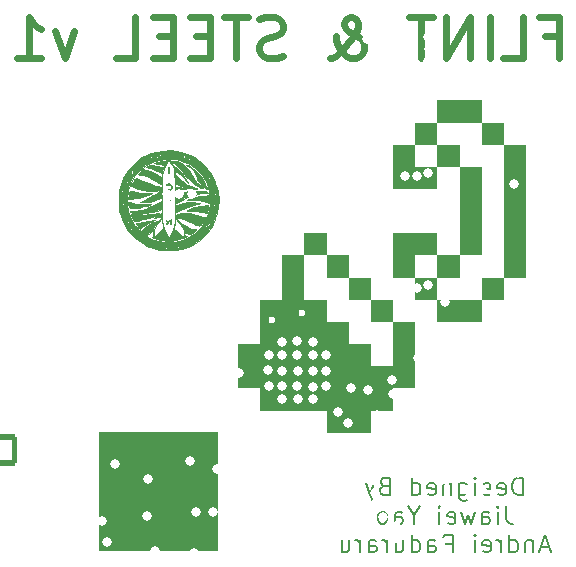
<source format=gbr>
%TF.GenerationSoftware,KiCad,Pcbnew,(6.0.1-0)*%
%TF.CreationDate,2022-08-02T20:22:24+01:00*%
%TF.ProjectId,Mainboard,4d61696e-626f-4617-9264-2e6b69636164,rev?*%
%TF.SameCoordinates,Original*%
%TF.FileFunction,Legend,Bot*%
%TF.FilePolarity,Positive*%
%FSLAX46Y46*%
G04 Gerber Fmt 4.6, Leading zero omitted, Abs format (unit mm)*
G04 Created by KiCad (PCBNEW (6.0.1-0)) date 2022-08-02 20:22:24*
%MOMM*%
%LPD*%
G01*
G04 APERTURE LIST*
G04 Aperture macros list*
%AMRoundRect*
0 Rectangle with rounded corners*
0 $1 Rounding radius*
0 $2 $3 $4 $5 $6 $7 $8 $9 X,Y pos of 4 corners*
0 Add a 4 corners polygon primitive as box body*
4,1,4,$2,$3,$4,$5,$6,$7,$8,$9,$2,$3,0*
0 Add four circle primitives for the rounded corners*
1,1,$1+$1,$2,$3*
1,1,$1+$1,$4,$5*
1,1,$1+$1,$6,$7*
1,1,$1+$1,$8,$9*
0 Add four rect primitives between the rounded corners*
20,1,$1+$1,$2,$3,$4,$5,0*
20,1,$1+$1,$4,$5,$6,$7,0*
20,1,$1+$1,$6,$7,$8,$9,0*
20,1,$1+$1,$8,$9,$2,$3,0*%
G04 Aperture macros list end*
%ADD10C,0.120000*%
%ADD11C,0.600000*%
%ADD12C,0.200000*%
%ADD13C,0.010000*%
%ADD14C,0.700000*%
%ADD15O,2.400000X0.900000*%
%ADD16O,1.700000X0.900000*%
%ADD17R,1.700000X1.700000*%
%ADD18O,1.700000X1.700000*%
%ADD19R,2.100000X2.100000*%
%ADD20C,2.100000*%
%ADD21C,5.600000*%
%ADD22RoundRect,0.250001X1.399999X-1.099999X1.399999X1.099999X-1.399999X1.099999X-1.399999X-1.099999X0*%
%ADD23O,3.300000X2.700000*%
%ADD24C,0.600000*%
%ADD25C,0.800000*%
G04 APERTURE END LIST*
D10*
X129650000Y-110600000D02*
X139650000Y-110600000D01*
X139650000Y-110600000D02*
X139650000Y-120600000D01*
X139650000Y-120600000D02*
X129650000Y-120600000D01*
X129650000Y-120600000D02*
X129650000Y-110600000D01*
G36*
X129650000Y-110600000D02*
G01*
X139650000Y-110600000D01*
X139650000Y-120600000D01*
X129650000Y-120600000D01*
X129650000Y-110600000D01*
G37*
D11*
X167433879Y-77118460D02*
X168600546Y-77118460D01*
X168600546Y-78951793D02*
X168600546Y-75451793D01*
X166933879Y-75451793D01*
X163933879Y-78951793D02*
X165600546Y-78951793D01*
X165600546Y-75451793D01*
X162767213Y-78951793D02*
X162767213Y-75451793D01*
X161100546Y-78951793D02*
X161100546Y-75451793D01*
X159100546Y-78951793D01*
X159100546Y-75451793D01*
X157933879Y-75451793D02*
X155933879Y-75451793D01*
X156933879Y-78951793D02*
X156933879Y-75451793D01*
X149267213Y-78951793D02*
X149433879Y-78951793D01*
X149767213Y-78785126D01*
X150267213Y-78285126D01*
X151100546Y-77285126D01*
X151433879Y-76785126D01*
X151600546Y-76285126D01*
X151600546Y-75951793D01*
X151433879Y-75618460D01*
X151100546Y-75451793D01*
X150933879Y-75451793D01*
X150600546Y-75618460D01*
X150433879Y-75951793D01*
X150433879Y-76118460D01*
X150600546Y-76451793D01*
X150767213Y-76618460D01*
X151767213Y-77285126D01*
X151933879Y-77451793D01*
X152100546Y-77785126D01*
X152100546Y-78285126D01*
X151933879Y-78618460D01*
X151767213Y-78785126D01*
X151433879Y-78951793D01*
X150933879Y-78951793D01*
X150600546Y-78785126D01*
X150433879Y-78618460D01*
X149933879Y-77951793D01*
X149767213Y-77451793D01*
X149767213Y-77118460D01*
X145267213Y-78785126D02*
X144767213Y-78951793D01*
X143933879Y-78951793D01*
X143600546Y-78785126D01*
X143433879Y-78618460D01*
X143267213Y-78285126D01*
X143267213Y-77951793D01*
X143433879Y-77618460D01*
X143600546Y-77451793D01*
X143933879Y-77285126D01*
X144600546Y-77118460D01*
X144933879Y-76951793D01*
X145100546Y-76785126D01*
X145267213Y-76451793D01*
X145267213Y-76118460D01*
X145100546Y-75785126D01*
X144933879Y-75618460D01*
X144600546Y-75451793D01*
X143767213Y-75451793D01*
X143267213Y-75618460D01*
X142267213Y-75451793D02*
X140267213Y-75451793D01*
X141267213Y-78951793D02*
X141267213Y-75451793D01*
X139100546Y-77118460D02*
X137933879Y-77118460D01*
X137433879Y-78951793D02*
X139100546Y-78951793D01*
X139100546Y-75451793D01*
X137433879Y-75451793D01*
X135933879Y-77118460D02*
X134767213Y-77118460D01*
X134267213Y-78951793D02*
X135933879Y-78951793D01*
X135933879Y-75451793D01*
X134267213Y-75451793D01*
X131100546Y-78951793D02*
X132767213Y-78951793D01*
X132767213Y-75451793D01*
X127600546Y-76618460D02*
X126767213Y-78951793D01*
X125933879Y-76618460D01*
X122767213Y-78951793D02*
X124767213Y-78951793D01*
X123767213Y-78951793D02*
X123767213Y-75451793D01*
X124100546Y-75951793D01*
X124433879Y-76285126D01*
X124767213Y-76451793D01*
D12*
X165546428Y-115963571D02*
X165546428Y-114463571D01*
X165189285Y-114463571D01*
X164975000Y-114535000D01*
X164832142Y-114677857D01*
X164760714Y-114820714D01*
X164689285Y-115106428D01*
X164689285Y-115320714D01*
X164760714Y-115606428D01*
X164832142Y-115749285D01*
X164975000Y-115892142D01*
X165189285Y-115963571D01*
X165546428Y-115963571D01*
X163475000Y-115892142D02*
X163617857Y-115963571D01*
X163903571Y-115963571D01*
X164046428Y-115892142D01*
X164117857Y-115749285D01*
X164117857Y-115177857D01*
X164046428Y-115035000D01*
X163903571Y-114963571D01*
X163617857Y-114963571D01*
X163475000Y-115035000D01*
X163403571Y-115177857D01*
X163403571Y-115320714D01*
X164117857Y-115463571D01*
X162832142Y-115892142D02*
X162689285Y-115963571D01*
X162403571Y-115963571D01*
X162260714Y-115892142D01*
X162189285Y-115749285D01*
X162189285Y-115677857D01*
X162260714Y-115535000D01*
X162403571Y-115463571D01*
X162617857Y-115463571D01*
X162760714Y-115392142D01*
X162832142Y-115249285D01*
X162832142Y-115177857D01*
X162760714Y-115035000D01*
X162617857Y-114963571D01*
X162403571Y-114963571D01*
X162260714Y-115035000D01*
X161546428Y-115963571D02*
X161546428Y-114963571D01*
X161546428Y-114463571D02*
X161617857Y-114535000D01*
X161546428Y-114606428D01*
X161475000Y-114535000D01*
X161546428Y-114463571D01*
X161546428Y-114606428D01*
X160189285Y-114963571D02*
X160189285Y-116177857D01*
X160260714Y-116320714D01*
X160332142Y-116392142D01*
X160475000Y-116463571D01*
X160689285Y-116463571D01*
X160832142Y-116392142D01*
X160189285Y-115892142D02*
X160332142Y-115963571D01*
X160617857Y-115963571D01*
X160760714Y-115892142D01*
X160832142Y-115820714D01*
X160903571Y-115677857D01*
X160903571Y-115249285D01*
X160832142Y-115106428D01*
X160760714Y-115035000D01*
X160617857Y-114963571D01*
X160332142Y-114963571D01*
X160189285Y-115035000D01*
X159475000Y-114963571D02*
X159475000Y-115963571D01*
X159475000Y-115106428D02*
X159403571Y-115035000D01*
X159260714Y-114963571D01*
X159046428Y-114963571D01*
X158903571Y-115035000D01*
X158832142Y-115177857D01*
X158832142Y-115963571D01*
X157546428Y-115892142D02*
X157689285Y-115963571D01*
X157975000Y-115963571D01*
X158117857Y-115892142D01*
X158189285Y-115749285D01*
X158189285Y-115177857D01*
X158117857Y-115035000D01*
X157975000Y-114963571D01*
X157689285Y-114963571D01*
X157546428Y-115035000D01*
X157475000Y-115177857D01*
X157475000Y-115320714D01*
X158189285Y-115463571D01*
X156189285Y-115963571D02*
X156189285Y-114463571D01*
X156189285Y-115892142D02*
X156332142Y-115963571D01*
X156617857Y-115963571D01*
X156760714Y-115892142D01*
X156832142Y-115820714D01*
X156903571Y-115677857D01*
X156903571Y-115249285D01*
X156832142Y-115106428D01*
X156760714Y-115035000D01*
X156617857Y-114963571D01*
X156332142Y-114963571D01*
X156189285Y-115035000D01*
X153832142Y-115177857D02*
X153617857Y-115249285D01*
X153546428Y-115320714D01*
X153475000Y-115463571D01*
X153475000Y-115677857D01*
X153546428Y-115820714D01*
X153617857Y-115892142D01*
X153760714Y-115963571D01*
X154332142Y-115963571D01*
X154332142Y-114463571D01*
X153832142Y-114463571D01*
X153689285Y-114535000D01*
X153617857Y-114606428D01*
X153546428Y-114749285D01*
X153546428Y-114892142D01*
X153617857Y-115035000D01*
X153689285Y-115106428D01*
X153832142Y-115177857D01*
X154332142Y-115177857D01*
X152975000Y-114963571D02*
X152617857Y-115963571D01*
X152260714Y-114963571D02*
X152617857Y-115963571D01*
X152760714Y-116320714D01*
X152832142Y-116392142D01*
X152975000Y-116463571D01*
X164153571Y-116878571D02*
X164153571Y-117950000D01*
X164225000Y-118164285D01*
X164367857Y-118307142D01*
X164582142Y-118378571D01*
X164725000Y-118378571D01*
X163439285Y-118378571D02*
X163439285Y-117378571D01*
X163439285Y-116878571D02*
X163510714Y-116950000D01*
X163439285Y-117021428D01*
X163367857Y-116950000D01*
X163439285Y-116878571D01*
X163439285Y-117021428D01*
X162082142Y-118378571D02*
X162082142Y-117592857D01*
X162153571Y-117450000D01*
X162296428Y-117378571D01*
X162582142Y-117378571D01*
X162725000Y-117450000D01*
X162082142Y-118307142D02*
X162225000Y-118378571D01*
X162582142Y-118378571D01*
X162725000Y-118307142D01*
X162796428Y-118164285D01*
X162796428Y-118021428D01*
X162725000Y-117878571D01*
X162582142Y-117807142D01*
X162225000Y-117807142D01*
X162082142Y-117735714D01*
X161510714Y-117378571D02*
X161225000Y-118378571D01*
X160939285Y-117664285D01*
X160653571Y-118378571D01*
X160367857Y-117378571D01*
X159225000Y-118307142D02*
X159367857Y-118378571D01*
X159653571Y-118378571D01*
X159796428Y-118307142D01*
X159867857Y-118164285D01*
X159867857Y-117592857D01*
X159796428Y-117450000D01*
X159653571Y-117378571D01*
X159367857Y-117378571D01*
X159225000Y-117450000D01*
X159153571Y-117592857D01*
X159153571Y-117735714D01*
X159867857Y-117878571D01*
X158510714Y-118378571D02*
X158510714Y-117378571D01*
X158510714Y-116878571D02*
X158582142Y-116950000D01*
X158510714Y-117021428D01*
X158439285Y-116950000D01*
X158510714Y-116878571D01*
X158510714Y-117021428D01*
X156367857Y-117664285D02*
X156367857Y-118378571D01*
X156867857Y-116878571D02*
X156367857Y-117664285D01*
X155867857Y-116878571D01*
X154725000Y-118378571D02*
X154725000Y-117592857D01*
X154796428Y-117450000D01*
X154939285Y-117378571D01*
X155225000Y-117378571D01*
X155367857Y-117450000D01*
X154725000Y-118307142D02*
X154867857Y-118378571D01*
X155225000Y-118378571D01*
X155367857Y-118307142D01*
X155439285Y-118164285D01*
X155439285Y-118021428D01*
X155367857Y-117878571D01*
X155225000Y-117807142D01*
X154867857Y-117807142D01*
X154725000Y-117735714D01*
X153796428Y-118378571D02*
X153939285Y-118307142D01*
X154010714Y-118235714D01*
X154082142Y-118092857D01*
X154082142Y-117664285D01*
X154010714Y-117521428D01*
X153939285Y-117450000D01*
X153796428Y-117378571D01*
X153582142Y-117378571D01*
X153439285Y-117450000D01*
X153367857Y-117521428D01*
X153296428Y-117664285D01*
X153296428Y-118092857D01*
X153367857Y-118235714D01*
X153439285Y-118307142D01*
X153582142Y-118378571D01*
X153796428Y-118378571D01*
X167796428Y-120365000D02*
X167082142Y-120365000D01*
X167939285Y-120793571D02*
X167439285Y-119293571D01*
X166939285Y-120793571D01*
X166439285Y-119793571D02*
X166439285Y-120793571D01*
X166439285Y-119936428D02*
X166367857Y-119865000D01*
X166225000Y-119793571D01*
X166010714Y-119793571D01*
X165867857Y-119865000D01*
X165796428Y-120007857D01*
X165796428Y-120793571D01*
X164439285Y-120793571D02*
X164439285Y-119293571D01*
X164439285Y-120722142D02*
X164582142Y-120793571D01*
X164867857Y-120793571D01*
X165010714Y-120722142D01*
X165082142Y-120650714D01*
X165153571Y-120507857D01*
X165153571Y-120079285D01*
X165082142Y-119936428D01*
X165010714Y-119865000D01*
X164867857Y-119793571D01*
X164582142Y-119793571D01*
X164439285Y-119865000D01*
X163725000Y-120793571D02*
X163725000Y-119793571D01*
X163725000Y-120079285D02*
X163653571Y-119936428D01*
X163582142Y-119865000D01*
X163439285Y-119793571D01*
X163296428Y-119793571D01*
X162225000Y-120722142D02*
X162367857Y-120793571D01*
X162653571Y-120793571D01*
X162796428Y-120722142D01*
X162867857Y-120579285D01*
X162867857Y-120007857D01*
X162796428Y-119865000D01*
X162653571Y-119793571D01*
X162367857Y-119793571D01*
X162225000Y-119865000D01*
X162153571Y-120007857D01*
X162153571Y-120150714D01*
X162867857Y-120293571D01*
X161510714Y-120793571D02*
X161510714Y-119793571D01*
X161510714Y-119293571D02*
X161582142Y-119365000D01*
X161510714Y-119436428D01*
X161439285Y-119365000D01*
X161510714Y-119293571D01*
X161510714Y-119436428D01*
X159653571Y-120793571D02*
X159653571Y-119293571D01*
X159082142Y-119293571D01*
X158939285Y-119365000D01*
X158867857Y-119436428D01*
X158796428Y-119579285D01*
X158796428Y-119793571D01*
X158867857Y-119936428D01*
X158939285Y-120007857D01*
X159082142Y-120079285D01*
X159653571Y-120079285D01*
X157510714Y-120793571D02*
X157510714Y-120007857D01*
X157582142Y-119865000D01*
X157725000Y-119793571D01*
X158010714Y-119793571D01*
X158153571Y-119865000D01*
X157510714Y-120722142D02*
X157653571Y-120793571D01*
X158010714Y-120793571D01*
X158153571Y-120722142D01*
X158225000Y-120579285D01*
X158225000Y-120436428D01*
X158153571Y-120293571D01*
X158010714Y-120222142D01*
X157653571Y-120222142D01*
X157510714Y-120150714D01*
X156153571Y-120793571D02*
X156153571Y-119293571D01*
X156153571Y-120722142D02*
X156296428Y-120793571D01*
X156582142Y-120793571D01*
X156725000Y-120722142D01*
X156796428Y-120650714D01*
X156867857Y-120507857D01*
X156867857Y-120079285D01*
X156796428Y-119936428D01*
X156725000Y-119865000D01*
X156582142Y-119793571D01*
X156296428Y-119793571D01*
X156153571Y-119865000D01*
X154796428Y-119793571D02*
X154796428Y-120793571D01*
X155439285Y-119793571D02*
X155439285Y-120579285D01*
X155367857Y-120722142D01*
X155225000Y-120793571D01*
X155010714Y-120793571D01*
X154867857Y-120722142D01*
X154796428Y-120650714D01*
X154082142Y-120793571D02*
X154082142Y-119793571D01*
X154082142Y-120079285D02*
X154010714Y-119936428D01*
X153939285Y-119865000D01*
X153796428Y-119793571D01*
X153653571Y-119793571D01*
X152510714Y-120793571D02*
X152510714Y-120007857D01*
X152582142Y-119865000D01*
X152725000Y-119793571D01*
X153010714Y-119793571D01*
X153153571Y-119865000D01*
X152510714Y-120722142D02*
X152653571Y-120793571D01*
X153010714Y-120793571D01*
X153153571Y-120722142D01*
X153225000Y-120579285D01*
X153225000Y-120436428D01*
X153153571Y-120293571D01*
X153010714Y-120222142D01*
X152653571Y-120222142D01*
X152510714Y-120150714D01*
X151796428Y-120793571D02*
X151796428Y-119793571D01*
X151796428Y-120079285D02*
X151725000Y-119936428D01*
X151653571Y-119865000D01*
X151510714Y-119793571D01*
X151367857Y-119793571D01*
X150225000Y-119793571D02*
X150225000Y-120793571D01*
X150867857Y-119793571D02*
X150867857Y-120579285D01*
X150796428Y-120722142D01*
X150653571Y-120793571D01*
X150439285Y-120793571D01*
X150296428Y-120722142D01*
X150225000Y-120650714D01*
D13*
%TO.C,G\u002A\u002A\u002A*%
X131873671Y-89412410D02*
X131849265Y-89445076D01*
X131849265Y-89445076D02*
X131855984Y-89499516D01*
X131855984Y-89499516D02*
X131887162Y-89508333D01*
X131887162Y-89508333D02*
X131942660Y-89486399D01*
X131942660Y-89486399D02*
X131949333Y-89468498D01*
X131949333Y-89468498D02*
X131923438Y-89412173D01*
X131923438Y-89412173D02*
X131873671Y-89412410D01*
X131873671Y-89412410D02*
X131873671Y-89412410D01*
G36*
X131949333Y-89468498D02*
G01*
X131942660Y-89486399D01*
X131887162Y-89508333D01*
X131855984Y-89499516D01*
X131849265Y-89445076D01*
X131873671Y-89412410D01*
X131923438Y-89412173D01*
X131949333Y-89468498D01*
G37*
X131949333Y-89468498D02*
X131942660Y-89486399D01*
X131887162Y-89508333D01*
X131855984Y-89499516D01*
X131849265Y-89445076D01*
X131873671Y-89412410D01*
X131923438Y-89412173D01*
X131949333Y-89468498D01*
X138514297Y-88404737D02*
X138476172Y-88475799D01*
X138476172Y-88475799D02*
X138477012Y-88507872D01*
X138477012Y-88507872D02*
X138519818Y-88589271D01*
X138519818Y-88589271D02*
X138596957Y-88608084D01*
X138596957Y-88608084D02*
X138678995Y-88557422D01*
X138678995Y-88557422D02*
X138680590Y-88555524D01*
X138680590Y-88555524D02*
X138714366Y-88490610D01*
X138714366Y-88490610D02*
X138678142Y-88429720D01*
X138678142Y-88429720D02*
X138673630Y-88425153D01*
X138673630Y-88425153D02*
X138590198Y-88383613D01*
X138590198Y-88383613D02*
X138514297Y-88404737D01*
X138514297Y-88404737D02*
X138514297Y-88404737D01*
G36*
X138673630Y-88425153D02*
G01*
X138678142Y-88429720D01*
X138714366Y-88490610D01*
X138680590Y-88555524D01*
X138678995Y-88557422D01*
X138596957Y-88608084D01*
X138519818Y-88589271D01*
X138477012Y-88507872D01*
X138476172Y-88475799D01*
X138514297Y-88404737D01*
X138590198Y-88383613D01*
X138673630Y-88425153D01*
G37*
X138673630Y-88425153D02*
X138678142Y-88429720D01*
X138714366Y-88490610D01*
X138680590Y-88555524D01*
X138678995Y-88557422D01*
X138596957Y-88608084D01*
X138519818Y-88589271D01*
X138477012Y-88507872D01*
X138476172Y-88475799D01*
X138514297Y-88404737D01*
X138590198Y-88383613D01*
X138673630Y-88425153D01*
X133214310Y-88560781D02*
X133110656Y-88667405D01*
X133110656Y-88667405D02*
X133036495Y-88752331D01*
X133036495Y-88752331D02*
X133007673Y-88797394D01*
X133007673Y-88797394D02*
X133007667Y-88797658D01*
X133007667Y-88797658D02*
X133045466Y-88817744D01*
X133045466Y-88817744D02*
X133140861Y-88829621D01*
X133140861Y-88829621D02*
X133193708Y-88831000D01*
X133193708Y-88831000D02*
X133446860Y-88861308D01*
X133446860Y-88861308D02*
X133729639Y-88946058D01*
X133729639Y-88946058D02*
X134015903Y-89075990D01*
X134015903Y-89075990D02*
X134204638Y-89189055D01*
X134204638Y-89189055D02*
X134383542Y-89303254D01*
X134383542Y-89303254D02*
X134577554Y-89418207D01*
X134577554Y-89418207D02*
X134743708Y-89508522D01*
X134743708Y-89508522D02*
X134881015Y-89582067D01*
X134881015Y-89582067D02*
X134957674Y-89639166D01*
X134957674Y-89639166D02*
X134990742Y-89696984D01*
X134990742Y-89696984D02*
X134997333Y-89763749D01*
X134997333Y-89763749D02*
X134989522Y-89851272D01*
X134989522Y-89851272D02*
X134949703Y-89875889D01*
X134949703Y-89875889D02*
X134880917Y-89865278D01*
X134880917Y-89865278D02*
X134670402Y-89814022D01*
X134670402Y-89814022D02*
X134458782Y-89751238D01*
X134458782Y-89751238D02*
X134227509Y-89670434D01*
X134227509Y-89670434D02*
X133958038Y-89565118D01*
X133958038Y-89565118D02*
X133631824Y-89428797D01*
X133631824Y-89428797D02*
X133621500Y-89424389D01*
X133621500Y-89424389D02*
X133392465Y-89328246D01*
X133392465Y-89328246D02*
X133183930Y-89243896D01*
X133183930Y-89243896D02*
X133011027Y-89177212D01*
X133011027Y-89177212D02*
X132888888Y-89134069D01*
X132888888Y-89134069D02*
X132838914Y-89120582D01*
X132838914Y-89120582D02*
X132785515Y-89121481D01*
X132785515Y-89121481D02*
X132737793Y-89149562D01*
X132737793Y-89149562D02*
X132684450Y-89218245D01*
X132684450Y-89218245D02*
X132614188Y-89340950D01*
X132614188Y-89340950D02*
X132550358Y-89463306D01*
X132550358Y-89463306D02*
X132367055Y-89820445D01*
X132367055Y-89820445D02*
X132994277Y-90006167D01*
X132994277Y-90006167D02*
X133433959Y-90122522D01*
X133433959Y-90122522D02*
X133813811Y-90192317D01*
X133813811Y-90192317D02*
X134143896Y-90216776D01*
X134143896Y-90216776D02*
X134434280Y-90197122D01*
X134434280Y-90197122D02*
X134489333Y-90187846D01*
X134489333Y-90187846D02*
X134658250Y-90146756D01*
X134658250Y-90146756D02*
X134830921Y-90090904D01*
X134830921Y-90090904D02*
X134859750Y-90079730D01*
X134859750Y-90079730D02*
X135039667Y-90007140D01*
X135039667Y-90007140D02*
X135039332Y-89556653D01*
X135039332Y-89556653D02*
X135038997Y-89106167D01*
X135038997Y-89106167D02*
X134696686Y-88877573D01*
X134696686Y-88877573D02*
X134320985Y-88652467D01*
X134320985Y-88652467D02*
X133966033Y-88495279D01*
X133966033Y-88495279D02*
X133648227Y-88405074D01*
X133648227Y-88405074D02*
X133420954Y-88357245D01*
X133420954Y-88357245D02*
X133214310Y-88560781D01*
X133214310Y-88560781D02*
X133214310Y-88560781D01*
G36*
X133648227Y-88405074D02*
G01*
X133966033Y-88495279D01*
X134320985Y-88652467D01*
X134696686Y-88877573D01*
X135038997Y-89106167D01*
X135039332Y-89556653D01*
X135039667Y-90007140D01*
X134859750Y-90079730D01*
X134830921Y-90090904D01*
X134658250Y-90146756D01*
X134489333Y-90187846D01*
X134434280Y-90197122D01*
X134143896Y-90216776D01*
X133813811Y-90192317D01*
X133433959Y-90122522D01*
X132994277Y-90006167D01*
X132367055Y-89820445D01*
X132550358Y-89463306D01*
X132614188Y-89340950D01*
X132684450Y-89218245D01*
X132737793Y-89149562D01*
X132785515Y-89121481D01*
X132838914Y-89120582D01*
X132888888Y-89134069D01*
X133011027Y-89177212D01*
X133183930Y-89243896D01*
X133392465Y-89328246D01*
X133621500Y-89424389D01*
X133631824Y-89428797D01*
X133958038Y-89565118D01*
X134227509Y-89670434D01*
X134458782Y-89751238D01*
X134670402Y-89814022D01*
X134880917Y-89865278D01*
X134949703Y-89875889D01*
X134989522Y-89851272D01*
X134997333Y-89763749D01*
X134990742Y-89696984D01*
X134957674Y-89639166D01*
X134881015Y-89582067D01*
X134743708Y-89508522D01*
X134577554Y-89418207D01*
X134383542Y-89303254D01*
X134204638Y-89189055D01*
X134015903Y-89075990D01*
X133729639Y-88946058D01*
X133446860Y-88861308D01*
X133193708Y-88831000D01*
X133140861Y-88829621D01*
X133045466Y-88817744D01*
X133007667Y-88797658D01*
X133007673Y-88797394D01*
X133036495Y-88752331D01*
X133110656Y-88667405D01*
X133214310Y-88560781D01*
X133420954Y-88357245D01*
X133648227Y-88405074D01*
G37*
X133648227Y-88405074D02*
X133966033Y-88495279D01*
X134320985Y-88652467D01*
X134696686Y-88877573D01*
X135038997Y-89106167D01*
X135039332Y-89556653D01*
X135039667Y-90007140D01*
X134859750Y-90079730D01*
X134830921Y-90090904D01*
X134658250Y-90146756D01*
X134489333Y-90187846D01*
X134434280Y-90197122D01*
X134143896Y-90216776D01*
X133813811Y-90192317D01*
X133433959Y-90122522D01*
X132994277Y-90006167D01*
X132367055Y-89820445D01*
X132550358Y-89463306D01*
X132614188Y-89340950D01*
X132684450Y-89218245D01*
X132737793Y-89149562D01*
X132785515Y-89121481D01*
X132838914Y-89120582D01*
X132888888Y-89134069D01*
X133011027Y-89177212D01*
X133183930Y-89243896D01*
X133392465Y-89328246D01*
X133621500Y-89424389D01*
X133631824Y-89428797D01*
X133958038Y-89565118D01*
X134227509Y-89670434D01*
X134458782Y-89751238D01*
X134670402Y-89814022D01*
X134880917Y-89865278D01*
X134949703Y-89875889D01*
X134989522Y-89851272D01*
X134997333Y-89763749D01*
X134990742Y-89696984D01*
X134957674Y-89639166D01*
X134881015Y-89582067D01*
X134743708Y-89508522D01*
X134577554Y-89418207D01*
X134383542Y-89303254D01*
X134204638Y-89189055D01*
X134015903Y-89075990D01*
X133729639Y-88946058D01*
X133446860Y-88861308D01*
X133193708Y-88831000D01*
X133140861Y-88829621D01*
X133045466Y-88817744D01*
X133007667Y-88797658D01*
X133007673Y-88797394D01*
X133036495Y-88752331D01*
X133110656Y-88667405D01*
X133214310Y-88560781D01*
X133420954Y-88357245D01*
X133648227Y-88405074D01*
X135567878Y-88192545D02*
X135552733Y-88295536D01*
X135552733Y-88295536D02*
X135547667Y-88428833D01*
X135547667Y-88428833D02*
X135553648Y-88572624D01*
X135553648Y-88572624D02*
X135569493Y-88671071D01*
X135569493Y-88671071D02*
X135590000Y-88704000D01*
X135590000Y-88704000D02*
X135612122Y-88665121D01*
X135612122Y-88665121D02*
X135627268Y-88562130D01*
X135627268Y-88562130D02*
X135632333Y-88428833D01*
X135632333Y-88428833D02*
X135626352Y-88285042D01*
X135626352Y-88285042D02*
X135610507Y-88186595D01*
X135610507Y-88186595D02*
X135590000Y-88153667D01*
X135590000Y-88153667D02*
X135567878Y-88192545D01*
X135567878Y-88192545D02*
X135567878Y-88192545D01*
G36*
X135610507Y-88186595D02*
G01*
X135626352Y-88285042D01*
X135632333Y-88428833D01*
X135627268Y-88562130D01*
X135612122Y-88665121D01*
X135590000Y-88704000D01*
X135569493Y-88671071D01*
X135553648Y-88572624D01*
X135547667Y-88428833D01*
X135552733Y-88295536D01*
X135567878Y-88192545D01*
X135590000Y-88153667D01*
X135610507Y-88186595D01*
G37*
X135610507Y-88186595D02*
X135626352Y-88285042D01*
X135632333Y-88428833D01*
X135627268Y-88562130D01*
X135612122Y-88665121D01*
X135590000Y-88704000D01*
X135569493Y-88671071D01*
X135553648Y-88572624D01*
X135547667Y-88428833D01*
X135552733Y-88295536D01*
X135567878Y-88192545D01*
X135590000Y-88153667D01*
X135610507Y-88186595D01*
X131716814Y-89989188D02*
X131663754Y-90049953D01*
X131663754Y-90049953D02*
X131660614Y-90111394D01*
X131660614Y-90111394D02*
X131702068Y-90189157D01*
X131702068Y-90189157D02*
X131776399Y-90222015D01*
X131776399Y-90222015D02*
X131850227Y-90202755D01*
X131850227Y-90202755D02*
X131882001Y-90159222D01*
X131882001Y-90159222D02*
X131878665Y-90072248D01*
X131878665Y-90072248D02*
X131821097Y-90003994D01*
X131821097Y-90003994D02*
X131737657Y-89983652D01*
X131737657Y-89983652D02*
X131716814Y-89989188D01*
X131716814Y-89989188D02*
X131716814Y-89989188D01*
G36*
X131821097Y-90003994D02*
G01*
X131878665Y-90072248D01*
X131882001Y-90159222D01*
X131850227Y-90202755D01*
X131776399Y-90222015D01*
X131702068Y-90189157D01*
X131660614Y-90111394D01*
X131663754Y-90049953D01*
X131716814Y-89989188D01*
X131737657Y-89983652D01*
X131821097Y-90003994D01*
G37*
X131821097Y-90003994D02*
X131878665Y-90072248D01*
X131882001Y-90159222D01*
X131850227Y-90202755D01*
X131776399Y-90222015D01*
X131702068Y-90189157D01*
X131660614Y-90111394D01*
X131663754Y-90049953D01*
X131716814Y-89989188D01*
X131737657Y-89983652D01*
X131821097Y-90003994D01*
X134350659Y-92649413D02*
X134241044Y-92671960D01*
X134241044Y-92671960D02*
X134087583Y-92704603D01*
X134087583Y-92704603D02*
X134000518Y-92723440D01*
X134000518Y-92723440D02*
X133784449Y-92768119D01*
X133784449Y-92768119D02*
X133555726Y-92811734D01*
X133555726Y-92811734D02*
X133357566Y-92846108D01*
X133357566Y-92846108D02*
X133325167Y-92851191D01*
X133325167Y-92851191D02*
X133105984Y-92885303D01*
X133105984Y-92885303D02*
X132958315Y-92911167D01*
X132958315Y-92911167D02*
X132869915Y-92932894D01*
X132869915Y-92932894D02*
X132828538Y-92954595D01*
X132828538Y-92954595D02*
X132821939Y-92980381D01*
X132821939Y-92980381D02*
X132837873Y-93014364D01*
X132837873Y-93014364D02*
X132838081Y-93014719D01*
X132838081Y-93014719D02*
X132890470Y-93087956D01*
X132890470Y-93087956D02*
X132975026Y-93191470D01*
X132975026Y-93191470D02*
X133017720Y-93240456D01*
X133017720Y-93240456D02*
X133155833Y-93395412D01*
X133155833Y-93395412D02*
X133451172Y-93185368D01*
X133451172Y-93185368D02*
X133641232Y-93059467D01*
X133641232Y-93059467D02*
X133862532Y-92926458D01*
X133862532Y-92926458D02*
X134069073Y-92813912D01*
X134069073Y-92813912D02*
X134080491Y-92808162D01*
X134080491Y-92808162D02*
X134226477Y-92734185D01*
X134226477Y-92734185D02*
X134335922Y-92676975D01*
X134335922Y-92676975D02*
X134392878Y-92644953D01*
X134392878Y-92644953D02*
X134397003Y-92641000D01*
X134397003Y-92641000D02*
X134350659Y-92649413D01*
X134350659Y-92649413D02*
X134350659Y-92649413D01*
G36*
X134392878Y-92644953D02*
G01*
X134335922Y-92676975D01*
X134226477Y-92734185D01*
X134080491Y-92808162D01*
X134069073Y-92813912D01*
X133862532Y-92926458D01*
X133641232Y-93059467D01*
X133451172Y-93185368D01*
X133155833Y-93395412D01*
X133017720Y-93240456D01*
X132975026Y-93191470D01*
X132890470Y-93087956D01*
X132838081Y-93014719D01*
X132837873Y-93014364D01*
X132821939Y-92980381D01*
X132828538Y-92954595D01*
X132869915Y-92932894D01*
X132958315Y-92911167D01*
X133105984Y-92885303D01*
X133325167Y-92851191D01*
X133357566Y-92846108D01*
X133555726Y-92811734D01*
X133784449Y-92768119D01*
X134000518Y-92723440D01*
X134087583Y-92704603D01*
X134241044Y-92671960D01*
X134350659Y-92649413D01*
X134397003Y-92641000D01*
X134392878Y-92644953D01*
G37*
X134392878Y-92644953D02*
X134335922Y-92676975D01*
X134226477Y-92734185D01*
X134080491Y-92808162D01*
X134069073Y-92813912D01*
X133862532Y-92926458D01*
X133641232Y-93059467D01*
X133451172Y-93185368D01*
X133155833Y-93395412D01*
X133017720Y-93240456D01*
X132975026Y-93191470D01*
X132890470Y-93087956D01*
X132838081Y-93014719D01*
X132837873Y-93014364D01*
X132821939Y-92980381D01*
X132828538Y-92954595D01*
X132869915Y-92932894D01*
X132958315Y-92911167D01*
X133105984Y-92885303D01*
X133325167Y-92851191D01*
X133357566Y-92846108D01*
X133555726Y-92811734D01*
X133784449Y-92768119D01*
X134000518Y-92723440D01*
X134087583Y-92704603D01*
X134241044Y-92671960D01*
X134350659Y-92649413D01*
X134397003Y-92641000D01*
X134392878Y-92644953D01*
X132875283Y-88014255D02*
X132838333Y-88047833D01*
X132838333Y-88047833D02*
X132806974Y-88115590D01*
X132806974Y-88115590D02*
X132838333Y-88174833D01*
X132838333Y-88174833D02*
X132911114Y-88228664D01*
X132911114Y-88228664D02*
X132950679Y-88238333D01*
X132950679Y-88238333D02*
X133016640Y-88204174D01*
X133016640Y-88204174D02*
X133034691Y-88174833D01*
X133034691Y-88174833D02*
X133042434Y-88078876D01*
X133042434Y-88078876D02*
X133002524Y-88004818D01*
X133002524Y-88004818D02*
X132950679Y-87984333D01*
X132950679Y-87984333D02*
X132875283Y-88014255D01*
X132875283Y-88014255D02*
X132875283Y-88014255D01*
G36*
X133002524Y-88004818D02*
G01*
X133042434Y-88078876D01*
X133034691Y-88174833D01*
X133016640Y-88204174D01*
X132950679Y-88238333D01*
X132911114Y-88228664D01*
X132838333Y-88174833D01*
X132806974Y-88115590D01*
X132838333Y-88047833D01*
X132875283Y-88014255D01*
X132950679Y-87984333D01*
X133002524Y-88004818D01*
G37*
X133002524Y-88004818D02*
X133042434Y-88078876D01*
X133034691Y-88174833D01*
X133016640Y-88204174D01*
X132950679Y-88238333D01*
X132911114Y-88228664D01*
X132838333Y-88174833D01*
X132806974Y-88115590D01*
X132838333Y-88047833D01*
X132875283Y-88014255D01*
X132950679Y-87984333D01*
X133002524Y-88004818D01*
X139226273Y-92501461D02*
X139205434Y-92554510D01*
X139205434Y-92554510D02*
X139224053Y-92573412D01*
X139224053Y-92573412D02*
X139281395Y-92569669D01*
X139281395Y-92569669D02*
X139295481Y-92554207D01*
X139295481Y-92554207D02*
X139305354Y-92494108D01*
X139305354Y-92494108D02*
X139264403Y-92477922D01*
X139264403Y-92477922D02*
X139226273Y-92501461D01*
X139226273Y-92501461D02*
X139226273Y-92501461D01*
G36*
X139305354Y-92494108D02*
G01*
X139295481Y-92554207D01*
X139281395Y-92569669D01*
X139224053Y-92573412D01*
X139205434Y-92554510D01*
X139226273Y-92501461D01*
X139264403Y-92477922D01*
X139305354Y-92494108D01*
G37*
X139305354Y-92494108D02*
X139295481Y-92554207D01*
X139281395Y-92569669D01*
X139224053Y-92573412D01*
X139205434Y-92554510D01*
X139226273Y-92501461D01*
X139264403Y-92477922D01*
X139305354Y-92494108D01*
X134614520Y-87083987D02*
X134580155Y-87159437D01*
X134580155Y-87159437D02*
X134581614Y-87190394D01*
X134581614Y-87190394D02*
X134623279Y-87266785D01*
X134623279Y-87266785D02*
X134699117Y-87302127D01*
X134699117Y-87302127D02*
X134775594Y-87288761D01*
X134775594Y-87288761D02*
X134812812Y-87243186D01*
X134812812Y-87243186D02*
X134807306Y-87159183D01*
X134807306Y-87159183D02*
X134773572Y-87107428D01*
X134773572Y-87107428D02*
X134688255Y-87062647D01*
X134688255Y-87062647D02*
X134614520Y-87083987D01*
X134614520Y-87083987D02*
X134614520Y-87083987D01*
G36*
X134773572Y-87107428D02*
G01*
X134807306Y-87159183D01*
X134812812Y-87243186D01*
X134775594Y-87288761D01*
X134699117Y-87302127D01*
X134623279Y-87266785D01*
X134581614Y-87190394D01*
X134580155Y-87159437D01*
X134614520Y-87083987D01*
X134688255Y-87062647D01*
X134773572Y-87107428D01*
G37*
X134773572Y-87107428D02*
X134807306Y-87159183D01*
X134812812Y-87243186D01*
X134775594Y-87288761D01*
X134699117Y-87302127D01*
X134623279Y-87266785D01*
X134581614Y-87190394D01*
X134580155Y-87159437D01*
X134614520Y-87083987D01*
X134688255Y-87062647D01*
X134773572Y-87107428D01*
X135458756Y-92451140D02*
X135361667Y-92510652D01*
X135361667Y-92510652D02*
X135334738Y-92599011D01*
X135334738Y-92599011D02*
X135384342Y-92707357D01*
X135384342Y-92707357D02*
X135403408Y-92729985D01*
X135403408Y-92729985D02*
X135445883Y-92790171D01*
X135445883Y-92790171D02*
X135427479Y-92838567D01*
X135427479Y-92838567D02*
X135384410Y-92878453D01*
X135384410Y-92878453D02*
X135327852Y-92944181D01*
X135327852Y-92944181D02*
X135319571Y-92987332D01*
X135319571Y-92987332D02*
X135367820Y-93001228D01*
X135367820Y-93001228D02*
X135438327Y-92965941D01*
X135438327Y-92965941D02*
X135502565Y-92900032D01*
X135502565Y-92900032D02*
X135526486Y-92852711D01*
X135526486Y-92852711D02*
X135578580Y-92780678D01*
X135578580Y-92780678D02*
X135648290Y-92768275D01*
X135648290Y-92768275D02*
X135703724Y-92812387D01*
X135703724Y-92812387D02*
X135717000Y-92871335D01*
X135717000Y-92871335D02*
X135732609Y-92960971D01*
X135732609Y-92960971D02*
X135759333Y-93000833D01*
X135759333Y-93000833D02*
X135782893Y-92977046D01*
X135782893Y-92977046D02*
X135797360Y-92876312D01*
X135797360Y-92876312D02*
X135801667Y-92728165D01*
X135801667Y-92728165D02*
X135801667Y-92598667D01*
X135801667Y-92598667D02*
X135717000Y-92598667D01*
X135717000Y-92598667D02*
X135703717Y-92659849D01*
X135703717Y-92659849D02*
X135647708Y-92678942D01*
X135647708Y-92678942D02*
X135579417Y-92675432D01*
X135579417Y-92675432D02*
X135474083Y-92647105D01*
X135474083Y-92647105D02*
X135441833Y-92598667D01*
X135441833Y-92598667D02*
X135481204Y-92546255D01*
X135481204Y-92546255D02*
X135579417Y-92521901D01*
X135579417Y-92521901D02*
X135674872Y-92521390D01*
X135674872Y-92521390D02*
X135712302Y-92554431D01*
X135712302Y-92554431D02*
X135717000Y-92598667D01*
X135717000Y-92598667D02*
X135801667Y-92598667D01*
X135801667Y-92598667D02*
X135801667Y-92429333D01*
X135801667Y-92429333D02*
X135619633Y-92429333D01*
X135619633Y-92429333D02*
X135458756Y-92451140D01*
X135458756Y-92451140D02*
X135458756Y-92451140D01*
G36*
X135797360Y-92876312D02*
G01*
X135782893Y-92977046D01*
X135759333Y-93000833D01*
X135732609Y-92960971D01*
X135717000Y-92871335D01*
X135703724Y-92812387D01*
X135648290Y-92768275D01*
X135578580Y-92780678D01*
X135526486Y-92852711D01*
X135502565Y-92900032D01*
X135438327Y-92965941D01*
X135367820Y-93001228D01*
X135319571Y-92987332D01*
X135327852Y-92944181D01*
X135384410Y-92878453D01*
X135427479Y-92838567D01*
X135445883Y-92790171D01*
X135403408Y-92729985D01*
X135384342Y-92707357D01*
X135334738Y-92599011D01*
X135334843Y-92598667D01*
X135441833Y-92598667D01*
X135474083Y-92647105D01*
X135579417Y-92675432D01*
X135647708Y-92678942D01*
X135703717Y-92659849D01*
X135717000Y-92598667D01*
X135712302Y-92554431D01*
X135674872Y-92521390D01*
X135579417Y-92521901D01*
X135481204Y-92546255D01*
X135441833Y-92598667D01*
X135334843Y-92598667D01*
X135361667Y-92510652D01*
X135458756Y-92451140D01*
X135619633Y-92429333D01*
X135801667Y-92429333D01*
X135801667Y-92728165D01*
X135797360Y-92876312D01*
G37*
X135797360Y-92876312D02*
X135782893Y-92977046D01*
X135759333Y-93000833D01*
X135732609Y-92960971D01*
X135717000Y-92871335D01*
X135703724Y-92812387D01*
X135648290Y-92768275D01*
X135578580Y-92780678D01*
X135526486Y-92852711D01*
X135502565Y-92900032D01*
X135438327Y-92965941D01*
X135367820Y-93001228D01*
X135319571Y-92987332D01*
X135327852Y-92944181D01*
X135384410Y-92878453D01*
X135427479Y-92838567D01*
X135445883Y-92790171D01*
X135403408Y-92729985D01*
X135384342Y-92707357D01*
X135334738Y-92599011D01*
X135334843Y-92598667D01*
X135441833Y-92598667D01*
X135474083Y-92647105D01*
X135579417Y-92675432D01*
X135647708Y-92678942D01*
X135703717Y-92659849D01*
X135717000Y-92598667D01*
X135712302Y-92554431D01*
X135674872Y-92521390D01*
X135579417Y-92521901D01*
X135481204Y-92546255D01*
X135441833Y-92598667D01*
X135334843Y-92598667D01*
X135361667Y-92510652D01*
X135458756Y-92451140D01*
X135619633Y-92429333D01*
X135801667Y-92429333D01*
X135801667Y-92728165D01*
X135797360Y-92876312D01*
X135787603Y-94832614D02*
X135782763Y-94904689D01*
X135782763Y-94904689D02*
X135805607Y-94975126D01*
X135805607Y-94975126D02*
X135836674Y-95002169D01*
X135836674Y-95002169D02*
X135876480Y-94989163D01*
X135876480Y-94989163D02*
X135879007Y-94909131D01*
X135879007Y-94909131D02*
X135855019Y-94827204D01*
X135855019Y-94827204D02*
X135822833Y-94798684D01*
X135822833Y-94798684D02*
X135787603Y-94832614D01*
X135787603Y-94832614D02*
X135787603Y-94832614D01*
G36*
X135855019Y-94827204D02*
G01*
X135879007Y-94909131D01*
X135876480Y-94989163D01*
X135836674Y-95002169D01*
X135805607Y-94975126D01*
X135782763Y-94904689D01*
X135787603Y-94832614D01*
X135822833Y-94798684D01*
X135855019Y-94827204D01*
G37*
X135855019Y-94827204D02*
X135879007Y-94909131D01*
X135876480Y-94989163D01*
X135836674Y-95002169D01*
X135805607Y-94975126D01*
X135782763Y-94904689D01*
X135787603Y-94832614D01*
X135822833Y-94798684D01*
X135855019Y-94827204D01*
X135468073Y-89570719D02*
X135365368Y-89607118D01*
X135365368Y-89607118D02*
X135338698Y-89643262D01*
X135338698Y-89643262D02*
X135386193Y-89662702D01*
X135386193Y-89662702D02*
X135477654Y-89654929D01*
X135477654Y-89654929D02*
X135612841Y-89660160D01*
X135612841Y-89660160D02*
X135710400Y-89719182D01*
X135710400Y-89719182D02*
X135757979Y-89812632D01*
X135757979Y-89812632D02*
X135743222Y-89921147D01*
X135743222Y-89921147D02*
X135692810Y-89992143D01*
X135692810Y-89992143D02*
X135587299Y-90053095D01*
X135587299Y-90053095D02*
X135462770Y-90036023D01*
X135462770Y-90036023D02*
X135417884Y-90014844D01*
X135417884Y-90014844D02*
X135353846Y-89992871D01*
X135353846Y-89992871D02*
X135336014Y-90029309D01*
X135336014Y-90029309D02*
X135336000Y-90031481D01*
X135336000Y-90031481D02*
X135370755Y-90101628D01*
X135370755Y-90101628D02*
X135458092Y-90137359D01*
X135458092Y-90137359D02*
X135572624Y-90137260D01*
X135572624Y-90137260D02*
X135688963Y-90099913D01*
X135688963Y-90099913D02*
X135753744Y-90054788D01*
X135753744Y-90054788D02*
X135827427Y-89939251D01*
X135827427Y-89939251D02*
X135833402Y-89813045D01*
X135833402Y-89813045D02*
X135783111Y-89695560D01*
X135783111Y-89695560D02*
X135687998Y-89606186D01*
X135687998Y-89606186D02*
X135559506Y-89564315D01*
X135559506Y-89564315D02*
X135468073Y-89570719D01*
X135468073Y-89570719D02*
X135468073Y-89570719D01*
G36*
X135687998Y-89606186D02*
G01*
X135783111Y-89695560D01*
X135833402Y-89813045D01*
X135827427Y-89939251D01*
X135753744Y-90054788D01*
X135688963Y-90099913D01*
X135572624Y-90137260D01*
X135458092Y-90137359D01*
X135370755Y-90101628D01*
X135336000Y-90031481D01*
X135336014Y-90029309D01*
X135353846Y-89992871D01*
X135417884Y-90014844D01*
X135462770Y-90036023D01*
X135587299Y-90053095D01*
X135692810Y-89992143D01*
X135743222Y-89921147D01*
X135757979Y-89812632D01*
X135710400Y-89719182D01*
X135612841Y-89660160D01*
X135477654Y-89654929D01*
X135386193Y-89662702D01*
X135338698Y-89643262D01*
X135365368Y-89607118D01*
X135468073Y-89570719D01*
X135559506Y-89564315D01*
X135687998Y-89606186D01*
G37*
X135687998Y-89606186D02*
X135783111Y-89695560D01*
X135833402Y-89813045D01*
X135827427Y-89939251D01*
X135753744Y-90054788D01*
X135688963Y-90099913D01*
X135572624Y-90137260D01*
X135458092Y-90137359D01*
X135370755Y-90101628D01*
X135336000Y-90031481D01*
X135336014Y-90029309D01*
X135353846Y-89992871D01*
X135417884Y-90014844D01*
X135462770Y-90036023D01*
X135587299Y-90053095D01*
X135692810Y-89992143D01*
X135743222Y-89921147D01*
X135757979Y-89812632D01*
X135710400Y-89719182D01*
X135612841Y-89660160D01*
X135477654Y-89654929D01*
X135386193Y-89662702D01*
X135338698Y-89643262D01*
X135365368Y-89607118D01*
X135468073Y-89570719D01*
X135559506Y-89564315D01*
X135687998Y-89606186D01*
X134658667Y-92063975D02*
X134307241Y-92125077D01*
X134307241Y-92125077D02*
X133922030Y-92169907D01*
X133922030Y-92169907D02*
X133529936Y-92196796D01*
X133529936Y-92196796D02*
X133157862Y-92204076D01*
X133157862Y-92204076D02*
X132832711Y-92190078D01*
X132832711Y-92190078D02*
X132753678Y-92182111D01*
X132753678Y-92182111D02*
X132590242Y-92164075D01*
X132590242Y-92164075D02*
X132463355Y-92152110D01*
X132463355Y-92152110D02*
X132392878Y-92148003D01*
X132392878Y-92148003D02*
X132384967Y-92148922D01*
X132384967Y-92148922D02*
X132397107Y-92188548D01*
X132397107Y-92188548D02*
X132437339Y-92285073D01*
X132437339Y-92285073D02*
X132497436Y-92418918D01*
X132497436Y-92418918D02*
X132507997Y-92441739D01*
X132507997Y-92441739D02*
X132639915Y-92725667D01*
X132639915Y-92725667D02*
X132813208Y-92720756D01*
X132813208Y-92720756D02*
X132946424Y-92713333D01*
X132946424Y-92713333D02*
X133055396Y-92701231D01*
X133055396Y-92701231D02*
X133071167Y-92698374D01*
X133071167Y-92698374D02*
X133523979Y-92596904D01*
X133523979Y-92596904D02*
X133899025Y-92494737D01*
X133899025Y-92494737D02*
X134203189Y-92389420D01*
X134203189Y-92389420D02*
X134443353Y-92278501D01*
X134443353Y-92278501D02*
X134626400Y-92159529D01*
X134626400Y-92159529D02*
X134658667Y-92132913D01*
X134658667Y-92132913D02*
X134764500Y-92041648D01*
X134764500Y-92041648D02*
X134658667Y-92063975D01*
X134658667Y-92063975D02*
X134658667Y-92063975D01*
G36*
X134658667Y-92132913D02*
G01*
X134626400Y-92159529D01*
X134443353Y-92278501D01*
X134203189Y-92389420D01*
X133899025Y-92494737D01*
X133523979Y-92596904D01*
X133071167Y-92698374D01*
X133055396Y-92701231D01*
X132946424Y-92713333D01*
X132813208Y-92720756D01*
X132639915Y-92725667D01*
X132507997Y-92441739D01*
X132497436Y-92418918D01*
X132437339Y-92285073D01*
X132397107Y-92188548D01*
X132384967Y-92148922D01*
X132392878Y-92148003D01*
X132463355Y-92152110D01*
X132590242Y-92164075D01*
X132753678Y-92182111D01*
X132832711Y-92190078D01*
X133157862Y-92204076D01*
X133529936Y-92196796D01*
X133922030Y-92169907D01*
X134307241Y-92125077D01*
X134658667Y-92063975D01*
X134764500Y-92041648D01*
X134658667Y-92132913D01*
G37*
X134658667Y-92132913D02*
X134626400Y-92159529D01*
X134443353Y-92278501D01*
X134203189Y-92389420D01*
X133899025Y-92494737D01*
X133523979Y-92596904D01*
X133071167Y-92698374D01*
X133055396Y-92701231D01*
X132946424Y-92713333D01*
X132813208Y-92720756D01*
X132639915Y-92725667D01*
X132507997Y-92441739D01*
X132497436Y-92418918D01*
X132437339Y-92285073D01*
X132397107Y-92188548D01*
X132384967Y-92148922D01*
X132392878Y-92148003D01*
X132463355Y-92152110D01*
X132590242Y-92164075D01*
X132753678Y-92182111D01*
X132832711Y-92190078D01*
X133157862Y-92204076D01*
X133529936Y-92196796D01*
X133922030Y-92169907D01*
X134307241Y-92125077D01*
X134658667Y-92063975D01*
X134764500Y-92041648D01*
X134658667Y-92132913D01*
X135141513Y-86781489D02*
X134554818Y-86881570D01*
X134554818Y-86881570D02*
X134116513Y-87010438D01*
X134116513Y-87010438D02*
X133724603Y-87169294D01*
X133724603Y-87169294D02*
X133365191Y-87365520D01*
X133365191Y-87365520D02*
X133009498Y-87615668D01*
X133009498Y-87615668D02*
X132870953Y-87726958D01*
X132870953Y-87726958D02*
X132428080Y-88144434D01*
X132428080Y-88144434D02*
X132058733Y-88603558D01*
X132058733Y-88603558D02*
X131761570Y-89106447D01*
X131761570Y-89106447D02*
X131535246Y-89655215D01*
X131535246Y-89655215D02*
X131439797Y-89980019D01*
X131439797Y-89980019D02*
X131395460Y-90221175D01*
X131395460Y-90221175D02*
X131366382Y-90521563D01*
X131366382Y-90521563D02*
X131352574Y-90857135D01*
X131352574Y-90857135D02*
X131354044Y-91203841D01*
X131354044Y-91203841D02*
X131370800Y-91537633D01*
X131370800Y-91537633D02*
X131402853Y-91834461D01*
X131402853Y-91834461D02*
X131439034Y-92027167D01*
X131439034Y-92027167D02*
X131615385Y-92581411D01*
X131615385Y-92581411D02*
X131865230Y-93101475D01*
X131865230Y-93101475D02*
X132182037Y-93580827D01*
X132182037Y-93580827D02*
X132559276Y-94012936D01*
X132559276Y-94012936D02*
X132990414Y-94391270D01*
X132990414Y-94391270D02*
X133468920Y-94709298D01*
X133468920Y-94709298D02*
X133988264Y-94960490D01*
X133988264Y-94960490D02*
X134541914Y-95138314D01*
X134541914Y-95138314D02*
X134552833Y-95140966D01*
X134552833Y-95140966D02*
X134833221Y-95189806D01*
X134833221Y-95189806D02*
X135170125Y-95218887D01*
X135170125Y-95218887D02*
X135537797Y-95228474D01*
X135537797Y-95228474D02*
X135910489Y-95218831D01*
X135910489Y-95218831D02*
X136262452Y-95190221D01*
X136262452Y-95190221D02*
X136567937Y-95142908D01*
X136567937Y-95142908D02*
X136669500Y-95119291D01*
X136669500Y-95119291D02*
X136969920Y-95017406D01*
X136969920Y-95017406D02*
X136438290Y-95017406D01*
X136438290Y-95017406D02*
X136425656Y-95026106D01*
X136425656Y-95026106D02*
X136328033Y-95049004D01*
X136328033Y-95049004D02*
X136250609Y-95040977D01*
X136250609Y-95040977D02*
X136225000Y-95011667D01*
X136225000Y-95011667D02*
X136259495Y-94974606D01*
X136259495Y-94974606D02*
X136291573Y-94969333D01*
X136291573Y-94969333D02*
X136327885Y-94958237D01*
X136327885Y-94958237D02*
X136311671Y-94913772D01*
X136311671Y-94913772D02*
X136269358Y-94856493D01*
X136269358Y-94856493D02*
X135963574Y-94856493D01*
X135963574Y-94856493D02*
X135962422Y-95001453D01*
X135962422Y-95001453D02*
X135916219Y-95077086D01*
X135916219Y-95077086D02*
X135833606Y-95088719D01*
X135833606Y-95088719D02*
X135771077Y-95066570D01*
X135771077Y-95066570D02*
X135743653Y-95007388D01*
X135743653Y-95007388D02*
X135738167Y-94905833D01*
X135738167Y-94905833D02*
X135743943Y-94796735D01*
X135743943Y-94796735D02*
X135763350Y-94762196D01*
X135763350Y-94762196D02*
X135463000Y-94762196D01*
X135463000Y-94762196D02*
X135432556Y-94791400D01*
X135432556Y-94791400D02*
X135403639Y-94786279D01*
X135403639Y-94786279D02*
X135333552Y-94779604D01*
X135333552Y-94779604D02*
X135320754Y-94833174D01*
X135320754Y-94833174D02*
X135358855Y-94930265D01*
X135358855Y-94930265D02*
X135407563Y-95032510D01*
X135407563Y-95032510D02*
X135409638Y-95080897D01*
X135409638Y-95080897D02*
X135359768Y-95095467D01*
X135359768Y-95095467D02*
X135314833Y-95096333D01*
X135314833Y-95096333D02*
X135235258Y-95083042D01*
X135235258Y-95083042D02*
X135209000Y-95057528D01*
X135209000Y-95057528D02*
X135241886Y-95009193D01*
X135241886Y-95009193D02*
X135253975Y-95003731D01*
X135253975Y-95003731D02*
X135277770Y-94959762D01*
X135277770Y-94959762D02*
X135256677Y-94877556D01*
X135256677Y-94877556D02*
X135250040Y-94851536D01*
X135250040Y-94851536D02*
X134965307Y-94851536D01*
X134965307Y-94851536D02*
X134929562Y-94965518D01*
X134929562Y-94965518D02*
X134909589Y-94994208D01*
X134909589Y-94994208D02*
X134842848Y-95049118D01*
X134842848Y-95049118D02*
X134778289Y-95027426D01*
X134778289Y-95027426D02*
X134751800Y-95003200D01*
X134751800Y-95003200D02*
X134705573Y-94903114D01*
X134705573Y-94903114D02*
X134717790Y-94777789D01*
X134717790Y-94777789D02*
X134762021Y-94691674D01*
X134762021Y-94691674D02*
X134822198Y-94636252D01*
X134822198Y-94636252D02*
X134888177Y-94650877D01*
X134888177Y-94650877D02*
X134899604Y-94657791D01*
X134899604Y-94657791D02*
X134954959Y-94736765D01*
X134954959Y-94736765D02*
X134965307Y-94851536D01*
X134965307Y-94851536D02*
X135250040Y-94851536D01*
X135250040Y-94851536D02*
X135233975Y-94788567D01*
X135233975Y-94788567D02*
X135239925Y-94740853D01*
X135239925Y-94740853D02*
X135301707Y-94717305D01*
X135301707Y-94717305D02*
X135385338Y-94718643D01*
X135385338Y-94718643D02*
X135450111Y-94740973D01*
X135450111Y-94740973D02*
X135463000Y-94762196D01*
X135463000Y-94762196D02*
X135763350Y-94762196D01*
X135763350Y-94762196D02*
X135771190Y-94748244D01*
X135771190Y-94748244D02*
X135834784Y-94736560D01*
X135834784Y-94736560D02*
X135844000Y-94736500D01*
X135844000Y-94736500D02*
X135924420Y-94754366D01*
X135924420Y-94754366D02*
X135958854Y-94824278D01*
X135958854Y-94824278D02*
X135963574Y-94856493D01*
X135963574Y-94856493D02*
X136269358Y-94856493D01*
X136269358Y-94856493D02*
X136268926Y-94855909D01*
X136268926Y-94855909D02*
X136212626Y-94773334D01*
X136212626Y-94773334D02*
X136210137Y-94720490D01*
X136210137Y-94720490D02*
X136241404Y-94680787D01*
X136241404Y-94680787D02*
X136330537Y-94641636D01*
X136330537Y-94641636D02*
X136380468Y-94653492D01*
X136380468Y-94653492D02*
X136428826Y-94680736D01*
X136428826Y-94680736D02*
X136401441Y-94696927D01*
X136401441Y-94696927D02*
X136360057Y-94704890D01*
X136360057Y-94704890D02*
X136262281Y-94721884D01*
X136262281Y-94721884D02*
X136370213Y-94863390D01*
X136370213Y-94863390D02*
X136435193Y-94964079D01*
X136435193Y-94964079D02*
X136438290Y-95017406D01*
X136438290Y-95017406D02*
X136969920Y-95017406D01*
X136969920Y-95017406D02*
X137226006Y-94930557D01*
X137226006Y-94930557D02*
X137746177Y-94668409D01*
X137746177Y-94668409D02*
X138223404Y-94338713D01*
X138223404Y-94338713D02*
X138651077Y-93947330D01*
X138651077Y-93947330D02*
X138896557Y-93651834D01*
X138896557Y-93651834D02*
X138699007Y-93651834D01*
X138699007Y-93651834D02*
X138655313Y-93639232D01*
X138655313Y-93639232D02*
X138565228Y-93577454D01*
X138565228Y-93577454D02*
X138509401Y-93531720D01*
X138509401Y-93531720D02*
X138426374Y-93450575D01*
X138426374Y-93450575D02*
X138412861Y-93409401D01*
X138412861Y-93409401D02*
X138428997Y-93404720D01*
X138428997Y-93404720D02*
X138498239Y-93432317D01*
X138498239Y-93432317D02*
X138589643Y-93503218D01*
X138589643Y-93503218D02*
X138616833Y-93530000D01*
X138616833Y-93530000D02*
X138688712Y-93615383D01*
X138688712Y-93615383D02*
X138699007Y-93651834D01*
X138699007Y-93651834D02*
X138896557Y-93651834D01*
X138896557Y-93651834D02*
X139022586Y-93500127D01*
X139022586Y-93500127D02*
X139306498Y-93042941D01*
X139306498Y-93042941D02*
X139167167Y-93042941D01*
X139167167Y-93042941D02*
X139046419Y-93056867D01*
X139046419Y-93056867D02*
X138962103Y-93077244D01*
X138962103Y-93077244D02*
X138937965Y-93130112D01*
X138937965Y-93130112D02*
X138943838Y-93194563D01*
X138943838Y-93194563D02*
X138953047Y-93280012D01*
X138953047Y-93280012D02*
X138936518Y-93310248D01*
X138936518Y-93310248D02*
X138878303Y-93288753D01*
X138878303Y-93288753D02*
X138780580Y-93230214D01*
X138780580Y-93230214D02*
X138693378Y-93166081D01*
X138693378Y-93166081D02*
X138644236Y-93111706D01*
X138644236Y-93111706D02*
X138640136Y-93081465D01*
X138640136Y-93081465D02*
X138688057Y-93089737D01*
X138688057Y-93089737D02*
X138719884Y-93105177D01*
X138719884Y-93105177D02*
X138806116Y-93144151D01*
X138806116Y-93144151D02*
X138834228Y-93132278D01*
X138834228Y-93132278D02*
X138822642Y-93085500D01*
X138822642Y-93085500D02*
X138830016Y-93032205D01*
X138830016Y-93032205D02*
X138876888Y-93021059D01*
X138876888Y-93021059D02*
X138923038Y-93013940D01*
X138923038Y-93013940D02*
X138906302Y-92984539D01*
X138906302Y-92984539D02*
X138854491Y-92942449D01*
X138854491Y-92942449D02*
X138786911Y-92878290D01*
X138786911Y-92878290D02*
X138784805Y-92847303D01*
X138784805Y-92847303D02*
X138835344Y-92850458D01*
X138835344Y-92850458D02*
X138925701Y-92888720D01*
X138925701Y-92888720D02*
X138997833Y-92931641D01*
X138997833Y-92931641D02*
X139167167Y-93042941D01*
X139167167Y-93042941D02*
X139306498Y-93042941D01*
X139306498Y-93042941D02*
X139331323Y-93002966D01*
X139331323Y-93002966D02*
X139522908Y-92587801D01*
X139522908Y-92587801D02*
X139543360Y-92523400D01*
X139543360Y-92523400D02*
X139384119Y-92523400D01*
X139384119Y-92523400D02*
X139359115Y-92595960D01*
X139359115Y-92595960D02*
X139327719Y-92652926D01*
X139327719Y-92652926D02*
X139297014Y-92675418D01*
X139297014Y-92675418D02*
X139242693Y-92664169D01*
X139242693Y-92664169D02*
X139140450Y-92619913D01*
X139140450Y-92619913D02*
X139104268Y-92603650D01*
X139104268Y-92603650D02*
X139008568Y-92552252D01*
X139008568Y-92552252D02*
X138964834Y-92510915D01*
X138964834Y-92510915D02*
X138968825Y-92497680D01*
X138968825Y-92497680D02*
X139042610Y-92487512D01*
X139042610Y-92487512D02*
X139073217Y-92495129D01*
X139073217Y-92495129D02*
X139138664Y-92483416D01*
X139138664Y-92483416D02*
X139160375Y-92452933D01*
X139160375Y-92452933D02*
X139217433Y-92394293D01*
X139217433Y-92394293D02*
X139298962Y-92402019D01*
X139298962Y-92402019D02*
X139355421Y-92447794D01*
X139355421Y-92447794D02*
X139384119Y-92523400D01*
X139384119Y-92523400D02*
X139543360Y-92523400D01*
X139543360Y-92523400D02*
X139698537Y-92034782D01*
X139698537Y-92034782D02*
X139703913Y-92003392D01*
X139703913Y-92003392D02*
X139558275Y-92003392D01*
X139558275Y-92003392D02*
X139550714Y-92040307D01*
X139550714Y-92040307D02*
X139525455Y-92090220D01*
X139525455Y-92090220D02*
X139476655Y-92104280D01*
X139476655Y-92104280D02*
X139378632Y-92087396D01*
X139378632Y-92087396D02*
X139345766Y-92079491D01*
X139345766Y-92079491D02*
X139233662Y-92050280D01*
X139233662Y-92050280D02*
X139162855Y-92028637D01*
X139162855Y-92028637D02*
X139152718Y-92024017D01*
X139152718Y-92024017D02*
X139148947Y-91976201D01*
X139148947Y-91976201D02*
X139177210Y-91902845D01*
X139177210Y-91902845D02*
X139218406Y-91845889D01*
X139218406Y-91845889D02*
X139238049Y-91836667D01*
X139238049Y-91836667D02*
X139263917Y-91867576D01*
X139263917Y-91867576D02*
X139257691Y-91900167D01*
X139257691Y-91900167D02*
X139254602Y-91955627D01*
X139254602Y-91955627D02*
X139297950Y-91953056D01*
X139297950Y-91953056D02*
X139349200Y-91912867D01*
X139349200Y-91912867D02*
X139390256Y-91888050D01*
X139390256Y-91888050D02*
X139400000Y-91934033D01*
X139400000Y-91934033D02*
X139423229Y-91997294D01*
X139423229Y-91997294D02*
X139469761Y-91994656D01*
X139469761Y-91994656D02*
X139496510Y-91953083D01*
X139496510Y-91953083D02*
X139525918Y-91916693D01*
X139525918Y-91916693D02*
X139551302Y-91941180D01*
X139551302Y-91941180D02*
X139558275Y-92003392D01*
X139558275Y-92003392D02*
X139703913Y-92003392D01*
X139703913Y-92003392D02*
X139796139Y-91464902D01*
X139796139Y-91464902D02*
X139796307Y-91460196D01*
X139796307Y-91460196D02*
X139654000Y-91460196D01*
X139654000Y-91460196D02*
X139645468Y-91539351D01*
X139645468Y-91539351D02*
X139607469Y-91575710D01*
X139607469Y-91575710D02*
X139521399Y-91576455D01*
X139521399Y-91576455D02*
X139405292Y-91556208D01*
X139405292Y-91556208D02*
X139314116Y-91528077D01*
X139314116Y-91528077D02*
X139273170Y-91495886D01*
X139273170Y-91495886D02*
X139273000Y-91494037D01*
X139273000Y-91494037D02*
X139304242Y-91475297D01*
X139304242Y-91475297D02*
X139336500Y-91482691D01*
X139336500Y-91482691D02*
X139392012Y-91488516D01*
X139392012Y-91488516D02*
X139389621Y-91452789D01*
X139389621Y-91452789D02*
X139331390Y-91393732D01*
X139331390Y-91393732D02*
X139325983Y-91389711D01*
X139325983Y-91389711D02*
X139280227Y-91334740D01*
X139280227Y-91334740D02*
X139284356Y-91303200D01*
X139284356Y-91303200D02*
X139336837Y-91299686D01*
X139336837Y-91299686D02*
X139365832Y-91319898D01*
X139365832Y-91319898D02*
X139433136Y-91344678D01*
X139433136Y-91344678D02*
X139465594Y-91326929D01*
X139465594Y-91326929D02*
X139547336Y-91299569D01*
X139547336Y-91299569D02*
X139616970Y-91340986D01*
X139616970Y-91340986D02*
X139652800Y-91435832D01*
X139652800Y-91435832D02*
X139654000Y-91460196D01*
X139654000Y-91460196D02*
X139796307Y-91460196D01*
X139796307Y-91460196D02*
X139814621Y-90947667D01*
X139814621Y-90947667D02*
X139696333Y-90947667D01*
X139696333Y-90947667D02*
X139658260Y-90971815D01*
X139658260Y-90971815D02*
X139560912Y-90987143D01*
X139560912Y-90987143D02*
X139484667Y-90990000D01*
X139484667Y-90990000D02*
X139363923Y-90982385D01*
X139363923Y-90982385D02*
X139287284Y-90962916D01*
X139287284Y-90962916D02*
X139273000Y-90947667D01*
X139273000Y-90947667D02*
X139311074Y-90923518D01*
X139311074Y-90923518D02*
X139408421Y-90908190D01*
X139408421Y-90908190D02*
X139484667Y-90905333D01*
X139484667Y-90905333D02*
X139605411Y-90912948D01*
X139605411Y-90912948D02*
X139682049Y-90932417D01*
X139682049Y-90932417D02*
X139696333Y-90947667D01*
X139696333Y-90947667D02*
X139814621Y-90947667D01*
X139814621Y-90947667D02*
X139816741Y-90888341D01*
X139816741Y-90888341D02*
X139809460Y-90812977D01*
X139809460Y-90812977D02*
X139099002Y-90812977D01*
X139099002Y-90812977D02*
X139094277Y-91311396D01*
X139094277Y-91311396D02*
X139019121Y-91808855D01*
X139019121Y-91808855D02*
X138871086Y-92297530D01*
X138871086Y-92297530D02*
X138647726Y-92769596D01*
X138647726Y-92769596D02*
X138530556Y-92961502D01*
X138530556Y-92961502D02*
X138372857Y-93172941D01*
X138372857Y-93172941D02*
X138169262Y-93403761D01*
X138169262Y-93403761D02*
X137943071Y-93630451D01*
X137943071Y-93630451D02*
X137717583Y-93829500D01*
X137717583Y-93829500D02*
X137537333Y-93963725D01*
X137537333Y-93963725D02*
X137178461Y-94167725D01*
X137178461Y-94167725D02*
X136779269Y-94340867D01*
X136779269Y-94340867D02*
X136394333Y-94461496D01*
X136394333Y-94461496D02*
X136108158Y-94511825D01*
X136108158Y-94511825D02*
X135773641Y-94538621D01*
X135773641Y-94538621D02*
X135423410Y-94541568D01*
X135423410Y-94541568D02*
X135090093Y-94520351D01*
X135090093Y-94520351D02*
X134815586Y-94476789D01*
X134815586Y-94476789D02*
X134301747Y-94318511D01*
X134301747Y-94318511D02*
X133823344Y-94088975D01*
X133823344Y-94088975D02*
X133387109Y-93794963D01*
X133387109Y-93794963D02*
X132999777Y-93443258D01*
X132999777Y-93443258D02*
X132869898Y-93285607D01*
X132869898Y-93285607D02*
X132654229Y-93285607D01*
X132654229Y-93285607D02*
X132636124Y-93325652D01*
X132636124Y-93325652D02*
X132596578Y-93371250D01*
X132596578Y-93371250D02*
X132519052Y-93478719D01*
X132519052Y-93478719D02*
X132473746Y-93572333D01*
X132473746Y-93572333D02*
X132438094Y-93678167D01*
X132438094Y-93678167D02*
X132423735Y-93561750D01*
X132423735Y-93561750D02*
X132390883Y-93469884D01*
X132390883Y-93469884D02*
X132327522Y-93445333D01*
X132327522Y-93445333D02*
X132260273Y-93427061D01*
X132260273Y-93427061D02*
X132245667Y-93403000D01*
X132245667Y-93403000D02*
X132282395Y-93373049D01*
X132282395Y-93373049D02*
X132370168Y-93360667D01*
X132370168Y-93360667D02*
X132467933Y-93347617D01*
X132467933Y-93347617D02*
X132520833Y-93318333D01*
X132520833Y-93318333D02*
X132581542Y-93280623D01*
X132581542Y-93280623D02*
X132615378Y-93276000D01*
X132615378Y-93276000D02*
X132654229Y-93285607D01*
X132654229Y-93285607D02*
X132869898Y-93285607D01*
X132869898Y-93285607D02*
X132668083Y-93040641D01*
X132668083Y-93040641D02*
X132578544Y-92892114D01*
X132578544Y-92892114D02*
X132392050Y-92892114D01*
X132392050Y-92892114D02*
X132379990Y-92926633D01*
X132379990Y-92926633D02*
X132311665Y-92937333D01*
X132311665Y-92937333D02*
X132224677Y-92958982D01*
X132224677Y-92958982D02*
X132203333Y-93000833D01*
X132203333Y-93000833D02*
X132172582Y-93053743D01*
X132172582Y-93053743D02*
X132102020Y-93066063D01*
X132102020Y-93066063D02*
X132024185Y-93041181D01*
X132024185Y-93041181D02*
X131971614Y-92982487D01*
X131971614Y-92982487D02*
X131969488Y-92976476D01*
X131969488Y-92976476D02*
X131953034Y-92902484D01*
X131953034Y-92902484D02*
X131956052Y-92877994D01*
X131956052Y-92877994D02*
X132057961Y-92811259D01*
X132057961Y-92811259D02*
X132162913Y-92754616D01*
X132162913Y-92754616D02*
X132247241Y-92719350D01*
X132247241Y-92719350D02*
X132287277Y-92716746D01*
X132287277Y-92716746D02*
X132288000Y-92719715D01*
X132288000Y-92719715D02*
X132257027Y-92780407D01*
X132257027Y-92780407D02*
X132244976Y-92789593D01*
X132244976Y-92789593D02*
X132218423Y-92834593D01*
X132218423Y-92834593D02*
X132249528Y-92870367D01*
X132249528Y-92870367D02*
X132306241Y-92869098D01*
X132306241Y-92869098D02*
X132374143Y-92874697D01*
X132374143Y-92874697D02*
X132392050Y-92892114D01*
X132392050Y-92892114D02*
X132578544Y-92892114D01*
X132578544Y-92892114D02*
X132398761Y-92593893D01*
X132398761Y-92593893D02*
X132286799Y-92323184D01*
X132286799Y-92323184D02*
X132107128Y-92323184D01*
X132107128Y-92323184D02*
X132103329Y-92335235D01*
X132103329Y-92335235D02*
X132045096Y-92375976D01*
X132045096Y-92375976D02*
X131948848Y-92408273D01*
X131948848Y-92408273D02*
X131850996Y-92451648D01*
X131850996Y-92451648D02*
X131820987Y-92506780D01*
X131820987Y-92506780D02*
X131813075Y-92549936D01*
X131813075Y-92549936D02*
X131781642Y-92526136D01*
X131781642Y-92526136D02*
X131757487Y-92495325D01*
X131757487Y-92495325D02*
X131708576Y-92409341D01*
X131708576Y-92409341D02*
X131695333Y-92357742D01*
X131695333Y-92357742D02*
X131721045Y-92306808D01*
X131721045Y-92306808D02*
X131737667Y-92302333D01*
X131737667Y-92302333D02*
X131778038Y-92335123D01*
X131778038Y-92335123D02*
X131780000Y-92349196D01*
X131780000Y-92349196D02*
X131811093Y-92376689D01*
X131811093Y-92376689D02*
X131847433Y-92370182D01*
X131847433Y-92370182D02*
X131978846Y-92326967D01*
X131978846Y-92326967D02*
X132070922Y-92310548D01*
X132070922Y-92310548D02*
X132107128Y-92323184D01*
X132107128Y-92323184D02*
X132286799Y-92323184D01*
X132286799Y-92323184D02*
X132198543Y-92109797D01*
X132198543Y-92109797D02*
X132152021Y-91934556D01*
X132152021Y-91934556D02*
X131962593Y-91934556D01*
X131962593Y-91934556D02*
X131943463Y-91963667D01*
X131943463Y-91963667D02*
X131911089Y-91929293D01*
X131911089Y-91929293D02*
X131907000Y-91900167D01*
X131907000Y-91900167D02*
X131884141Y-91843831D01*
X131884141Y-91843831D02*
X131864667Y-91836667D01*
X131864667Y-91836667D02*
X131827110Y-91870955D01*
X131827110Y-91870955D02*
X131822333Y-91900167D01*
X131822333Y-91900167D02*
X131799475Y-91956502D01*
X131799475Y-91956502D02*
X131780000Y-91963667D01*
X131780000Y-91963667D02*
X131738897Y-91931452D01*
X131738897Y-91931452D02*
X131737667Y-91921333D01*
X131737667Y-91921333D02*
X131705452Y-91880230D01*
X131705452Y-91880230D02*
X131695333Y-91879000D01*
X131695333Y-91879000D02*
X131657776Y-91913288D01*
X131657776Y-91913288D02*
X131653000Y-91942500D01*
X131653000Y-91942500D02*
X131630141Y-91998836D01*
X131630141Y-91998836D02*
X131610667Y-92006000D01*
X131610667Y-92006000D02*
X131575931Y-91970655D01*
X131575931Y-91970655D02*
X131568333Y-91923832D01*
X131568333Y-91923832D02*
X131576791Y-91857602D01*
X131576791Y-91857602D02*
X131616107Y-91817499D01*
X131616107Y-91817499D02*
X131707199Y-91789013D01*
X131707199Y-91789013D02*
X131785272Y-91773355D01*
X131785272Y-91773355D02*
X131887473Y-91760221D01*
X131887473Y-91760221D02*
X131935778Y-91781478D01*
X131935778Y-91781478D02*
X131958222Y-91850169D01*
X131958222Y-91850169D02*
X131958996Y-91854179D01*
X131958996Y-91854179D02*
X131962593Y-91934556D01*
X131962593Y-91934556D02*
X132152021Y-91934556D01*
X132152021Y-91934556D02*
X132101220Y-91743201D01*
X132101220Y-91743201D02*
X132060688Y-91432150D01*
X132060688Y-91432150D02*
X131889502Y-91432150D01*
X131889502Y-91432150D02*
X131887718Y-91446263D01*
X131887718Y-91446263D02*
X131843500Y-91433240D01*
X131843500Y-91433240D02*
X131715382Y-91392992D01*
X131715382Y-91392992D02*
X131639214Y-91385915D01*
X131639214Y-91385915D02*
X131588928Y-91412290D01*
X131588928Y-91412290D02*
X131566924Y-91436199D01*
X131566924Y-91436199D02*
X131513111Y-91478033D01*
X131513111Y-91478033D02*
X131491375Y-91457626D01*
X131491375Y-91457626D02*
X131508100Y-91396353D01*
X131508100Y-91396353D02*
X131553328Y-91348497D01*
X131553328Y-91348497D02*
X131606889Y-91303452D01*
X131606889Y-91303452D02*
X131590062Y-91288990D01*
X131590062Y-91288990D02*
X131547167Y-91287031D01*
X131547167Y-91287031D02*
X131491522Y-91279133D01*
X131491522Y-91279133D02*
X131514211Y-91251826D01*
X131514211Y-91251826D02*
X131526000Y-91244000D01*
X131526000Y-91244000D02*
X131606871Y-91215029D01*
X131606871Y-91215029D02*
X131711162Y-91203628D01*
X131711162Y-91203628D02*
X131806656Y-91209797D01*
X131806656Y-91209797D02*
X131861137Y-91233536D01*
X131861137Y-91233536D02*
X131864667Y-91244000D01*
X131864667Y-91244000D02*
X131830069Y-91280803D01*
X131830069Y-91280803D02*
X131796477Y-91286333D01*
X131796477Y-91286333D02*
X131762713Y-91298353D01*
X131762713Y-91298353D02*
X131792956Y-91341916D01*
X131792956Y-91341916D02*
X131828227Y-91374543D01*
X131828227Y-91374543D02*
X131889502Y-91432150D01*
X131889502Y-91432150D02*
X132060688Y-91432150D01*
X132060688Y-91432150D02*
X132031643Y-91209265D01*
X132031643Y-91209265D02*
X132039166Y-90798592D01*
X132039166Y-90798592D02*
X131864667Y-90798592D01*
X131864667Y-90798592D02*
X131847544Y-90885191D01*
X131847544Y-90885191D02*
X131811106Y-90899408D01*
X131811106Y-90899408D02*
X131777748Y-90838456D01*
X131777748Y-90838456D02*
X131772361Y-90810083D01*
X131772361Y-90810083D02*
X131729442Y-90726337D01*
X131729442Y-90726337D02*
X131652430Y-90700901D01*
X131652430Y-90700901D02*
X131571254Y-90736682D01*
X131571254Y-90736682D02*
X131533902Y-90786936D01*
X131533902Y-90786936D02*
X131484764Y-90884167D01*
X131484764Y-90884167D02*
X131494799Y-90782657D01*
X131494799Y-90782657D02*
X131538199Y-90668799D01*
X131538199Y-90668799D02*
X131629910Y-90619081D01*
X131629910Y-90619081D02*
X131754662Y-90641731D01*
X131754662Y-90641731D02*
X131755546Y-90642133D01*
X131755546Y-90642133D02*
X131845066Y-90716272D01*
X131845066Y-90716272D02*
X131864667Y-90798592D01*
X131864667Y-90798592D02*
X132039166Y-90798592D01*
X132039166Y-90798592D02*
X132041205Y-90687340D01*
X132041205Y-90687340D02*
X132124915Y-90183573D01*
X132124915Y-90183573D02*
X132142669Y-90127887D01*
X132142669Y-90127887D02*
X131955989Y-90127887D01*
X131955989Y-90127887D02*
X131922573Y-90223140D01*
X131922573Y-90223140D02*
X131834329Y-90300348D01*
X131834329Y-90300348D02*
X131724200Y-90300519D01*
X131724200Y-90300519D02*
X131650217Y-90268844D01*
X131650217Y-90268844D02*
X131587084Y-90194843D01*
X131587084Y-90194843D02*
X131576488Y-90090884D01*
X131576488Y-90090884D02*
X131610446Y-89986217D01*
X131610446Y-89986217D02*
X131680978Y-89910096D01*
X131680978Y-89910096D02*
X131753766Y-89889333D01*
X131753766Y-89889333D02*
X131862025Y-89925479D01*
X131862025Y-89925479D02*
X131934307Y-90014636D01*
X131934307Y-90014636D02*
X131955989Y-90127887D01*
X131955989Y-90127887D02*
X132142669Y-90127887D01*
X132142669Y-90127887D02*
X132277784Y-89704109D01*
X132277784Y-89704109D02*
X132377839Y-89497112D01*
X132377839Y-89497112D02*
X132203292Y-89497112D01*
X132203292Y-89497112D02*
X132155425Y-89497287D01*
X132155425Y-89497287D02*
X132118667Y-89487167D01*
X132118667Y-89487167D02*
X132049139Y-89488089D01*
X132049139Y-89488089D02*
X132036165Y-89529683D01*
X132036165Y-89529683D02*
X132076333Y-89571833D01*
X132076333Y-89571833D02*
X132117052Y-89625955D01*
X132117052Y-89625955D02*
X132118667Y-89637832D01*
X132118667Y-89637832D02*
X132086377Y-89676526D01*
X132086377Y-89676526D02*
X132076333Y-89677667D01*
X132076333Y-89677667D02*
X132035210Y-89647513D01*
X132035210Y-89647513D02*
X132034000Y-89638145D01*
X132034000Y-89638145D02*
X131997390Y-89605224D01*
X131997390Y-89605224D02*
X131917583Y-89585228D01*
X131917583Y-89585228D02*
X131820875Y-89540532D01*
X131820875Y-89540532D02*
X131783385Y-89452015D01*
X131783385Y-89452015D02*
X131814157Y-89349339D01*
X131814157Y-89349339D02*
X131854411Y-89322570D01*
X131854411Y-89322570D02*
X131930362Y-89334301D01*
X131930362Y-89334301D02*
X132025636Y-89370505D01*
X132025636Y-89370505D02*
X132129357Y-89422384D01*
X132129357Y-89422384D02*
X132191589Y-89468365D01*
X132191589Y-89468365D02*
X132203292Y-89497112D01*
X132203292Y-89497112D02*
X132377839Y-89497112D01*
X132377839Y-89497112D02*
X132494822Y-89255095D01*
X132494822Y-89255095D02*
X132771038Y-88842676D01*
X132771038Y-88842676D02*
X132942858Y-88650432D01*
X132942858Y-88650432D02*
X132694346Y-88650432D01*
X132694346Y-88650432D02*
X132646717Y-88648828D01*
X132646717Y-88648828D02*
X132617495Y-88627094D01*
X132617495Y-88627094D02*
X132554821Y-88580980D01*
X132554821Y-88580980D02*
X132528073Y-88608082D01*
X132528073Y-88608082D02*
X132533617Y-88708407D01*
X132533617Y-88708407D02*
X132541496Y-88795582D01*
X132541496Y-88795582D02*
X132520603Y-88815987D01*
X132520603Y-88815987D02*
X132473368Y-88793788D01*
X132473368Y-88793788D02*
X132373446Y-88728889D01*
X132373446Y-88728889D02*
X132312257Y-88683985D01*
X132312257Y-88683985D02*
X132260839Y-88625690D01*
X132260839Y-88625690D02*
X132260046Y-88590843D01*
X132260046Y-88590843D02*
X132309876Y-88590183D01*
X132309876Y-88590183D02*
X132339506Y-88611572D01*
X132339506Y-88611572D02*
X132402513Y-88657779D01*
X132402513Y-88657779D02*
X132429265Y-88630292D01*
X132429265Y-88630292D02*
X132424030Y-88534667D01*
X132424030Y-88534667D02*
X132421432Y-88446606D01*
X132421432Y-88446606D02*
X132440870Y-88409020D01*
X132440870Y-88409020D02*
X132441945Y-88409004D01*
X132441945Y-88409004D02*
X132498961Y-88435229D01*
X132498961Y-88435229D02*
X132575709Y-88495745D01*
X132575709Y-88495745D02*
X132648208Y-88567613D01*
X132648208Y-88567613D02*
X132692476Y-88627894D01*
X132692476Y-88627894D02*
X132694346Y-88650432D01*
X132694346Y-88650432D02*
X132942858Y-88650432D01*
X132942858Y-88650432D02*
X133101442Y-88472999D01*
X133101442Y-88472999D02*
X133481045Y-88152210D01*
X133481045Y-88152210D02*
X133523643Y-88125498D01*
X133523643Y-88125498D02*
X133130249Y-88125498D01*
X133130249Y-88125498D02*
X133110655Y-88225007D01*
X133110655Y-88225007D02*
X133060583Y-88277276D01*
X133060583Y-88277276D02*
X132930240Y-88319153D01*
X132930240Y-88319153D02*
X132822696Y-88279523D01*
X132822696Y-88279523D02*
X132777234Y-88228914D01*
X132777234Y-88228914D02*
X132728152Y-88147830D01*
X132728152Y-88147830D02*
X132711333Y-88101914D01*
X132711333Y-88101914D02*
X132743069Y-88040556D01*
X132743069Y-88040556D02*
X132816358Y-87967775D01*
X132816358Y-87967775D02*
X132898324Y-87912502D01*
X132898324Y-87912502D02*
X132941143Y-87899667D01*
X132941143Y-87899667D02*
X133036462Y-87934276D01*
X133036462Y-87934276D02*
X133102508Y-88019071D01*
X133102508Y-88019071D02*
X133130249Y-88125498D01*
X133130249Y-88125498D02*
X133523643Y-88125498D01*
X133523643Y-88125498D02*
X133904857Y-87886454D01*
X133904857Y-87886454D02*
X134150866Y-87777762D01*
X134150866Y-87777762D02*
X133672537Y-87777762D01*
X133672537Y-87777762D02*
X133652112Y-87816881D01*
X133652112Y-87816881D02*
X133619711Y-87842710D01*
X133619711Y-87842710D02*
X133523061Y-87893861D01*
X133523061Y-87893861D02*
X133441054Y-87876175D01*
X133441054Y-87876175D02*
X133381417Y-87829605D01*
X133381417Y-87829605D02*
X133314101Y-87721236D01*
X133314101Y-87721236D02*
X133318279Y-87602917D01*
X133318279Y-87602917D02*
X133392607Y-87503800D01*
X133392607Y-87503800D02*
X133396559Y-87500970D01*
X133396559Y-87500970D02*
X133455075Y-87466965D01*
X133455075Y-87466965D02*
X133498678Y-87475341D01*
X133498678Y-87475341D02*
X133548776Y-87538061D01*
X133548776Y-87538061D02*
X133593361Y-87610946D01*
X133593361Y-87610946D02*
X133653915Y-87717578D01*
X133653915Y-87717578D02*
X133672537Y-87777762D01*
X133672537Y-87777762D02*
X134150866Y-87777762D01*
X134150866Y-87777762D02*
X134367887Y-87681878D01*
X134367887Y-87681878D02*
X134865145Y-87544627D01*
X134865145Y-87544627D02*
X135235745Y-87499733D01*
X135235745Y-87499733D02*
X134232482Y-87499733D01*
X134232482Y-87499733D02*
X134232468Y-87505981D01*
X134232468Y-87505981D02*
X134224591Y-87549478D01*
X134224591Y-87549478D02*
X134200099Y-87519653D01*
X134200099Y-87519653D02*
X134183666Y-87486917D01*
X134183666Y-87486917D02*
X134130214Y-87406139D01*
X134130214Y-87406139D02*
X134086475Y-87408754D01*
X134086475Y-87408754D02*
X134050420Y-87495268D01*
X134050420Y-87495268D02*
X134044169Y-87521694D01*
X134044169Y-87521694D02*
X134021336Y-87607076D01*
X134021336Y-87607076D02*
X134004474Y-87638707D01*
X134004474Y-87638707D02*
X134003675Y-87638110D01*
X134003675Y-87638110D02*
X133979233Y-87595551D01*
X133979233Y-87595551D02*
X133930682Y-87502891D01*
X133930682Y-87502891D02*
X133901010Y-87444583D01*
X133901010Y-87444583D02*
X133850266Y-87332858D01*
X133850266Y-87332858D02*
X133842540Y-87277831D01*
X133842540Y-87277831D02*
X133869702Y-87264667D01*
X133869702Y-87264667D02*
X133926720Y-87300268D01*
X133926720Y-87300268D02*
X133957952Y-87359917D01*
X133957952Y-87359917D02*
X133979193Y-87414748D01*
X133979193Y-87414748D02*
X134000356Y-87406161D01*
X134000356Y-87406161D02*
X134033789Y-87326275D01*
X134033789Y-87326275D02*
X134040865Y-87307000D01*
X134040865Y-87307000D02*
X134094951Y-87158833D01*
X134094951Y-87158833D02*
X134165142Y-87294314D01*
X134165142Y-87294314D02*
X134212121Y-87406947D01*
X134212121Y-87406947D02*
X134232482Y-87499733D01*
X134232482Y-87499733D02*
X135235745Y-87499733D01*
X135235745Y-87499733D02*
X135391642Y-87480848D01*
X135391642Y-87480848D02*
X135565022Y-87476959D01*
X135565022Y-87476959D02*
X135915787Y-87489211D01*
X135915787Y-87489211D02*
X136226734Y-87529463D01*
X136226734Y-87529463D02*
X136533461Y-87604489D01*
X136533461Y-87604489D02*
X136871563Y-87721062D01*
X136871563Y-87721062D02*
X136894822Y-87729987D01*
X136894822Y-87729987D02*
X137365482Y-87954410D01*
X137365482Y-87954410D02*
X137785280Y-88240468D01*
X137785280Y-88240468D02*
X138151772Y-88580336D01*
X138151772Y-88580336D02*
X138462511Y-88966189D01*
X138462511Y-88966189D02*
X138715049Y-89390205D01*
X138715049Y-89390205D02*
X138906942Y-89844557D01*
X138906942Y-89844557D02*
X139035741Y-90321423D01*
X139035741Y-90321423D02*
X139099002Y-90812977D01*
X139099002Y-90812977D02*
X139809460Y-90812977D01*
X139809460Y-90812977D02*
X139770381Y-90408488D01*
X139770381Y-90408488D02*
X139658383Y-90408488D01*
X139658383Y-90408488D02*
X139497442Y-90507423D01*
X139497442Y-90507423D02*
X139366677Y-90581492D01*
X139366677Y-90581492D02*
X139295979Y-90604393D01*
X139295979Y-90604393D02*
X139279073Y-90577562D01*
X139279073Y-90577562D02*
X139284919Y-90556083D01*
X139284919Y-90556083D02*
X139282829Y-90477412D01*
X139282829Y-90477412D02*
X139263850Y-90425457D01*
X139263850Y-90425457D02*
X139238802Y-90357244D01*
X139238802Y-90357244D02*
X139262601Y-90327646D01*
X139262601Y-90327646D02*
X139346410Y-90332875D01*
X139346410Y-90332875D02*
X139460542Y-90358671D01*
X139460542Y-90358671D02*
X139658383Y-90408488D01*
X139658383Y-90408488D02*
X139770381Y-90408488D01*
X139770381Y-90408488D02*
X139761375Y-90315275D01*
X139761375Y-90315275D02*
X139662883Y-89892452D01*
X139662883Y-89892452D02*
X139524446Y-89892452D01*
X139524446Y-89892452D02*
X139492155Y-89929517D01*
X139492155Y-89929517D02*
X139410583Y-89967130D01*
X139410583Y-89967130D02*
X139261857Y-90007906D01*
X139261857Y-90007906D02*
X139170164Y-89997547D01*
X139170164Y-89997547D02*
X139128366Y-89946774D01*
X139128366Y-89946774D02*
X139117993Y-89874255D01*
X139117993Y-89874255D02*
X139143294Y-89847601D01*
X139143294Y-89847601D02*
X139184779Y-89883583D01*
X139184779Y-89883583D02*
X139230801Y-89916222D01*
X139230801Y-89916222D02*
X139319558Y-89909719D01*
X139319558Y-89909719D02*
X139372978Y-89896352D01*
X139372978Y-89896352D02*
X139482737Y-89877666D01*
X139482737Y-89877666D02*
X139524446Y-89892452D01*
X139524446Y-89892452D02*
X139662883Y-89892452D01*
X139662883Y-89892452D02*
X139631070Y-89755881D01*
X139631070Y-89755881D02*
X139426854Y-89220338D01*
X139426854Y-89220338D02*
X139277559Y-88950128D01*
X139277559Y-88950128D02*
X139128217Y-88950128D01*
X139128217Y-88950128D02*
X139119031Y-89047412D01*
X139119031Y-89047412D02*
X139104523Y-89083401D01*
X139104523Y-89083401D02*
X139027322Y-89149455D01*
X139027322Y-89149455D02*
X138915540Y-89169326D01*
X138915540Y-89169326D02*
X138807075Y-89140593D01*
X138807075Y-89140593D02*
X138764151Y-89105143D01*
X138764151Y-89105143D02*
X138728814Y-89037266D01*
X138728814Y-89037266D02*
X138757687Y-89013738D01*
X138757687Y-89013738D02*
X138837455Y-89044877D01*
X138837455Y-89044877D02*
X138839937Y-89046414D01*
X138839937Y-89046414D02*
X138944941Y-89081629D01*
X138944941Y-89081629D02*
X139021552Y-89054139D01*
X139021552Y-89054139D02*
X139049469Y-88974891D01*
X139049469Y-88974891D02*
X139043851Y-88936439D01*
X139043851Y-88936439D02*
X139037513Y-88858506D01*
X139037513Y-88858506D02*
X139057674Y-88831000D01*
X139057674Y-88831000D02*
X139105635Y-88866518D01*
X139105635Y-88866518D02*
X139128217Y-88950128D01*
X139128217Y-88950128D02*
X139277559Y-88950128D01*
X139277559Y-88950128D02*
X139149759Y-88718822D01*
X139149759Y-88718822D02*
X139128210Y-88686082D01*
X139128210Y-88686082D02*
X138934771Y-88433622D01*
X138934771Y-88433622D02*
X138782147Y-88433622D01*
X138782147Y-88433622D02*
X138780406Y-88518462D01*
X138780406Y-88518462D02*
X138742143Y-88606688D01*
X138742143Y-88606688D02*
X138652346Y-88680831D01*
X138652346Y-88680831D02*
X138541073Y-88695254D01*
X138541073Y-88695254D02*
X138441641Y-88649084D01*
X138441641Y-88649084D02*
X138413786Y-88615302D01*
X138413786Y-88615302D02*
X138389464Y-88512818D01*
X138389464Y-88512818D02*
X138414959Y-88400896D01*
X138414959Y-88400896D02*
X138478512Y-88317989D01*
X138478512Y-88317989D02*
X138509500Y-88302309D01*
X138509500Y-88302309D02*
X138627832Y-88303707D01*
X138627832Y-88303707D02*
X138735093Y-88364902D01*
X138735093Y-88364902D02*
X138782147Y-88433622D01*
X138782147Y-88433622D02*
X138934771Y-88433622D01*
X138934771Y-88433622D02*
X138760003Y-88205530D01*
X138760003Y-88205530D02*
X138506300Y-87953569D01*
X138506300Y-87953569D02*
X138318399Y-87953569D01*
X138318399Y-87953569D02*
X138308145Y-88001792D01*
X138308145Y-88001792D02*
X138237410Y-88101718D01*
X138237410Y-88101718D02*
X138233810Y-88106017D01*
X138233810Y-88106017D02*
X138159393Y-88192939D01*
X138159393Y-88192939D02*
X138114840Y-88229693D01*
X138114840Y-88229693D02*
X138074146Y-88229728D01*
X138074146Y-88229728D02*
X138027629Y-88212637D01*
X138027629Y-88212637D02*
X137969155Y-88155522D01*
X137969155Y-88155522D02*
X137960667Y-88119504D01*
X137960667Y-88119504D02*
X137972388Y-88076439D01*
X137972388Y-88076439D02*
X138011369Y-88102769D01*
X138011369Y-88102769D02*
X138060325Y-88123240D01*
X138060325Y-88123240D02*
X138127951Y-88086947D01*
X138127951Y-88086947D02*
X138180261Y-88040238D01*
X138180261Y-88040238D02*
X138273871Y-87964050D01*
X138273871Y-87964050D02*
X138318399Y-87953569D01*
X138318399Y-87953569D02*
X138506300Y-87953569D01*
X138506300Y-87953569D02*
X138341457Y-87789858D01*
X138341457Y-87789858D02*
X138122947Y-87625094D01*
X138122947Y-87625094D02*
X137918333Y-87625094D01*
X137918333Y-87625094D02*
X137896798Y-87675096D01*
X137896798Y-87675096D02*
X137845067Y-87760099D01*
X137845067Y-87760099D02*
X137782451Y-87851573D01*
X137782451Y-87851573D02*
X137728259Y-87920991D01*
X137728259Y-87920991D02*
X137704175Y-87941476D01*
X137704175Y-87941476D02*
X137656871Y-87918161D01*
X137656871Y-87918161D02*
X137598341Y-87875358D01*
X137598341Y-87875358D02*
X137543017Y-87827225D01*
X137543017Y-87827225D02*
X137557706Y-87818619D01*
X137557706Y-87818619D02*
X137611372Y-87829049D01*
X137611372Y-87829049D02*
X137694157Y-87822463D01*
X137694157Y-87822463D02*
X137763922Y-87751051D01*
X137763922Y-87751051D02*
X137779249Y-87726358D01*
X137779249Y-87726358D02*
X137841139Y-87641014D01*
X137841139Y-87641014D02*
X137892962Y-87600771D01*
X137892962Y-87600771D02*
X137917934Y-87617848D01*
X137917934Y-87617848D02*
X137918333Y-87625094D01*
X137918333Y-87625094D02*
X138122947Y-87625094D01*
X138122947Y-87625094D02*
X137879151Y-87441265D01*
X137879151Y-87441265D02*
X137697752Y-87339826D01*
X137697752Y-87339826D02*
X137440766Y-87339826D01*
X137440766Y-87339826D02*
X137437413Y-87398259D01*
X137437413Y-87398259D02*
X137395583Y-87504387D01*
X137395583Y-87504387D02*
X137390617Y-87515451D01*
X137390617Y-87515451D02*
X137334365Y-87628862D01*
X137334365Y-87628862D02*
X137287103Y-87678129D01*
X137287103Y-87678129D02*
X137227528Y-87678174D01*
X137227528Y-87678174D02*
X137180963Y-87662304D01*
X137180963Y-87662304D02*
X137120522Y-87619060D01*
X137120522Y-87619060D02*
X137125818Y-87581885D01*
X137125818Y-87581885D02*
X137190451Y-87579744D01*
X137190451Y-87579744D02*
X137198667Y-87582167D01*
X137198667Y-87582167D02*
X137269428Y-87586185D01*
X137269428Y-87586185D02*
X137276370Y-87543433D01*
X137276370Y-87543433D02*
X137232533Y-87484800D01*
X137232533Y-87484800D02*
X137210690Y-87446062D01*
X137210690Y-87446062D02*
X137262288Y-87434130D01*
X137262288Y-87434130D02*
X137274867Y-87434000D01*
X137274867Y-87434000D02*
X137348129Y-87417728D01*
X137348129Y-87417728D02*
X137368000Y-87391667D01*
X137368000Y-87391667D02*
X137335786Y-87350563D01*
X137335786Y-87350563D02*
X137325667Y-87349333D01*
X137325667Y-87349333D02*
X137284564Y-87317119D01*
X137284564Y-87317119D02*
X137283333Y-87307000D01*
X137283333Y-87307000D02*
X137310186Y-87267576D01*
X137310186Y-87267576D02*
X137387405Y-87292302D01*
X137387405Y-87292302D02*
X137407629Y-87304433D01*
X137407629Y-87304433D02*
X137440766Y-87339826D01*
X137440766Y-87339826D02*
X137697752Y-87339826D01*
X137697752Y-87339826D02*
X137519734Y-87240278D01*
X137519734Y-87240278D02*
X136933759Y-87240278D01*
X136933759Y-87240278D02*
X136930315Y-87307355D01*
X136930315Y-87307355D02*
X136865536Y-87386109D01*
X136865536Y-87386109D02*
X136860000Y-87391667D01*
X136860000Y-87391667D02*
X136786311Y-87458003D01*
X136786311Y-87458003D02*
X136730829Y-87470448D01*
X136730829Y-87470448D02*
X136654035Y-87437047D01*
X136654035Y-87437047D02*
X136649369Y-87434554D01*
X136649369Y-87434554D02*
X136591319Y-87364655D01*
X136591319Y-87364655D02*
X136593589Y-87307554D01*
X136593589Y-87307554D02*
X136631095Y-87234448D01*
X136631095Y-87234448D02*
X136671178Y-87233063D01*
X136671178Y-87233063D02*
X136690644Y-87303532D01*
X136690644Y-87303532D02*
X136690667Y-87307000D01*
X136690667Y-87307000D02*
X136710935Y-87380260D01*
X136710935Y-87380260D02*
X136763949Y-87378919D01*
X136763949Y-87378919D02*
X136813214Y-87333532D01*
X136813214Y-87333532D02*
X136840881Y-87252976D01*
X136840881Y-87252976D02*
X136817068Y-87175113D01*
X136817068Y-87175113D02*
X136754062Y-87137791D01*
X136754062Y-87137791D02*
X136749638Y-87137667D01*
X136749638Y-87137667D02*
X136696272Y-87113294D01*
X136696272Y-87113294D02*
X136690667Y-87095333D01*
X136690667Y-87095333D02*
X136706951Y-87070704D01*
X136706951Y-87070704D02*
X136309667Y-87070704D01*
X136309667Y-87070704D02*
X136302362Y-87190549D01*
X136302362Y-87190549D02*
X136284712Y-87280380D01*
X136284712Y-87280380D02*
X136283971Y-87282371D01*
X136283971Y-87282371D02*
X136228496Y-87340724D01*
X136228496Y-87340724D02*
X136155372Y-87339928D01*
X136155372Y-87339928D02*
X136119167Y-87307000D01*
X136119167Y-87307000D02*
X136128764Y-87270758D01*
X136128764Y-87270758D02*
X136159002Y-87264667D01*
X136159002Y-87264667D02*
X136217869Y-87240822D01*
X136217869Y-87240822D02*
X136213785Y-87208642D01*
X136213785Y-87208642D02*
X135404121Y-87208642D01*
X135404121Y-87208642D02*
X135395215Y-87271439D01*
X135395215Y-87271439D02*
X135394137Y-87273344D01*
X135394137Y-87273344D02*
X135341788Y-87302224D01*
X135341788Y-87302224D02*
X135267321Y-87303695D01*
X135267321Y-87303695D02*
X135214389Y-87279803D01*
X135214389Y-87279803D02*
X135209000Y-87264667D01*
X135209000Y-87264667D02*
X135243650Y-87227996D01*
X135243650Y-87227996D02*
X135278039Y-87222333D01*
X135278039Y-87222333D02*
X135322642Y-87205335D01*
X135322642Y-87205335D02*
X135324746Y-87189879D01*
X135324746Y-87189879D02*
X134899312Y-87189879D01*
X134899312Y-87189879D02*
X134859474Y-87294336D01*
X134859474Y-87294336D02*
X134846421Y-87310034D01*
X134846421Y-87310034D02*
X134737358Y-87382309D01*
X134737358Y-87382309D02*
X134623702Y-87373276D01*
X134623702Y-87373276D02*
X134555857Y-87325143D01*
X134555857Y-87325143D02*
X134494992Y-87217128D01*
X134494992Y-87217128D02*
X134514572Y-87108663D01*
X134514572Y-87108663D02*
X134592328Y-87029800D01*
X134592328Y-87029800D02*
X134704942Y-86993569D01*
X134704942Y-86993569D02*
X134805005Y-87020701D01*
X134805005Y-87020701D02*
X134875476Y-87092403D01*
X134875476Y-87092403D02*
X134899312Y-87189879D01*
X134899312Y-87189879D02*
X135324746Y-87189879D01*
X135324746Y-87189879D02*
X135331488Y-87140383D01*
X135331488Y-87140383D02*
X135323160Y-87074942D01*
X135323160Y-87074942D02*
X135315939Y-86971535D01*
X135315939Y-86971535D02*
X135329425Y-86910059D01*
X135329425Y-86910059D02*
X135333331Y-86906483D01*
X135333331Y-86906483D02*
X135357083Y-86929896D01*
X135357083Y-86929896D02*
X135380102Y-87007985D01*
X135380102Y-87007985D02*
X135397432Y-87110862D01*
X135397432Y-87110862D02*
X135404121Y-87208642D01*
X135404121Y-87208642D02*
X136213785Y-87208642D01*
X136213785Y-87208642D02*
X136211762Y-87192705D01*
X136211762Y-87192705D02*
X136172083Y-87165584D01*
X136172083Y-87165584D02*
X136144911Y-87135896D01*
X136144911Y-87135896D02*
X136182667Y-87095333D01*
X136182667Y-87095333D02*
X136221103Y-87050256D01*
X136221103Y-87050256D02*
X136193250Y-87025083D01*
X136193250Y-87025083D02*
X136142615Y-86980869D01*
X136142615Y-86980869D02*
X136164193Y-86939189D01*
X136164193Y-86939189D02*
X136225000Y-86926000D01*
X136225000Y-86926000D02*
X136283896Y-86943046D01*
X136283896Y-86943046D02*
X136307229Y-87009146D01*
X136307229Y-87009146D02*
X136309667Y-87070704D01*
X136309667Y-87070704D02*
X136706951Y-87070704D01*
X136706951Y-87070704D02*
X136717516Y-87054725D01*
X136717516Y-87054725D02*
X136780360Y-87063870D01*
X136780360Y-87063870D02*
X136852640Y-87115462D01*
X136852640Y-87115462D02*
X136878766Y-87147086D01*
X136878766Y-87147086D02*
X136933759Y-87240278D01*
X136933759Y-87240278D02*
X137519734Y-87240278D01*
X137519734Y-87240278D02*
X137379666Y-87161952D01*
X137379666Y-87161952D02*
X136849580Y-86954118D01*
X136849580Y-86954118D02*
X136295473Y-86819963D01*
X136295473Y-86819963D02*
X135723924Y-86761687D01*
X135723924Y-86761687D02*
X135141513Y-86781489D01*
X135141513Y-86781489D02*
X135141513Y-86781489D01*
G36*
X138506300Y-87953569D02*
G01*
X138760003Y-88205530D01*
X138934771Y-88433622D01*
X139128210Y-88686082D01*
X139149759Y-88718822D01*
X139277559Y-88950128D01*
X139426854Y-89220338D01*
X139631070Y-89755881D01*
X139662883Y-89892452D01*
X139761375Y-90315275D01*
X139770381Y-90408488D01*
X139809460Y-90812977D01*
X139816741Y-90888341D01*
X139814621Y-90947667D01*
X139796307Y-91460196D01*
X139796139Y-91464902D01*
X139703913Y-92003392D01*
X139698537Y-92034782D01*
X139543360Y-92523400D01*
X139522908Y-92587801D01*
X139331323Y-93002966D01*
X139306498Y-93042941D01*
X139022586Y-93500127D01*
X138896557Y-93651834D01*
X138651077Y-93947330D01*
X138223404Y-94338713D01*
X137746177Y-94668409D01*
X137226006Y-94930557D01*
X136969920Y-95017406D01*
X136669500Y-95119291D01*
X136567937Y-95142908D01*
X136262452Y-95190221D01*
X135910489Y-95218831D01*
X135537797Y-95228474D01*
X135170125Y-95218887D01*
X134833221Y-95189806D01*
X134552833Y-95140966D01*
X134541914Y-95138314D01*
X134290389Y-95057528D01*
X135209000Y-95057528D01*
X135235258Y-95083042D01*
X135314833Y-95096333D01*
X135359768Y-95095467D01*
X135409638Y-95080897D01*
X135407563Y-95032510D01*
X135358855Y-94930265D01*
X135349267Y-94905833D01*
X135738167Y-94905833D01*
X135743653Y-95007388D01*
X135771077Y-95066570D01*
X135833606Y-95088719D01*
X135916219Y-95077086D01*
X135962422Y-95001453D01*
X135963574Y-94856493D01*
X135958854Y-94824278D01*
X135924420Y-94754366D01*
X135844000Y-94736500D01*
X135834784Y-94736560D01*
X135771190Y-94748244D01*
X135763350Y-94762196D01*
X135743943Y-94796735D01*
X135738167Y-94905833D01*
X135349267Y-94905833D01*
X135320754Y-94833174D01*
X135333552Y-94779604D01*
X135403639Y-94786279D01*
X135432556Y-94791400D01*
X135463000Y-94762196D01*
X135450111Y-94740973D01*
X135390696Y-94720490D01*
X136210137Y-94720490D01*
X136212626Y-94773334D01*
X136268926Y-94855909D01*
X136269358Y-94856493D01*
X136311671Y-94913772D01*
X136327885Y-94958237D01*
X136291573Y-94969333D01*
X136259495Y-94974606D01*
X136225000Y-95011667D01*
X136250609Y-95040977D01*
X136328033Y-95049004D01*
X136425656Y-95026106D01*
X136438290Y-95017406D01*
X136435193Y-94964079D01*
X136370213Y-94863390D01*
X136262281Y-94721884D01*
X136360057Y-94704890D01*
X136401441Y-94696927D01*
X136428826Y-94680736D01*
X136380468Y-94653492D01*
X136330537Y-94641636D01*
X136241404Y-94680787D01*
X136210137Y-94720490D01*
X135390696Y-94720490D01*
X135385338Y-94718643D01*
X135301707Y-94717305D01*
X135239925Y-94740853D01*
X135233975Y-94788567D01*
X135250040Y-94851536D01*
X135256677Y-94877556D01*
X135277770Y-94959762D01*
X135253975Y-95003731D01*
X135241886Y-95009193D01*
X135209000Y-95057528D01*
X134290389Y-95057528D01*
X133988264Y-94960490D01*
X133869638Y-94903114D01*
X134705573Y-94903114D01*
X134751800Y-95003200D01*
X134778289Y-95027426D01*
X134842848Y-95049118D01*
X134909589Y-94994208D01*
X134929562Y-94965518D01*
X134965307Y-94851536D01*
X134954959Y-94736765D01*
X134899604Y-94657791D01*
X134888177Y-94650877D01*
X134822198Y-94636252D01*
X134762021Y-94691674D01*
X134717790Y-94777789D01*
X134705573Y-94903114D01*
X133869638Y-94903114D01*
X133468920Y-94709298D01*
X132990414Y-94391270D01*
X132559276Y-94012936D01*
X132182037Y-93580827D01*
X132064510Y-93403000D01*
X132245667Y-93403000D01*
X132260273Y-93427061D01*
X132327522Y-93445333D01*
X132390883Y-93469884D01*
X132423735Y-93561750D01*
X132438094Y-93678167D01*
X132473746Y-93572333D01*
X132519052Y-93478719D01*
X132596578Y-93371250D01*
X132636124Y-93325652D01*
X132654229Y-93285607D01*
X132615378Y-93276000D01*
X132581542Y-93280623D01*
X132520833Y-93318333D01*
X132467933Y-93347617D01*
X132370168Y-93360667D01*
X132282395Y-93373049D01*
X132245667Y-93403000D01*
X132064510Y-93403000D01*
X131865230Y-93101475D01*
X131769632Y-92902484D01*
X131953034Y-92902484D01*
X131969488Y-92976476D01*
X131971614Y-92982487D01*
X132024185Y-93041181D01*
X132102020Y-93066063D01*
X132172582Y-93053743D01*
X132203333Y-93000833D01*
X132224677Y-92958982D01*
X132311665Y-92937333D01*
X132379990Y-92926633D01*
X132392050Y-92892114D01*
X132374143Y-92874697D01*
X132306241Y-92869098D01*
X132249528Y-92870367D01*
X132218423Y-92834593D01*
X132244976Y-92789593D01*
X132257027Y-92780407D01*
X132288000Y-92719715D01*
X132287277Y-92716746D01*
X132247241Y-92719350D01*
X132162913Y-92754616D01*
X132057961Y-92811259D01*
X131956052Y-92877994D01*
X131953034Y-92902484D01*
X131769632Y-92902484D01*
X131615385Y-92581411D01*
X131544217Y-92357742D01*
X131695333Y-92357742D01*
X131708576Y-92409341D01*
X131757487Y-92495325D01*
X131781642Y-92526136D01*
X131813075Y-92549936D01*
X131820987Y-92506780D01*
X131850996Y-92451648D01*
X131948848Y-92408273D01*
X132045096Y-92375976D01*
X132103329Y-92335235D01*
X132107128Y-92323184D01*
X132070922Y-92310548D01*
X131978846Y-92326967D01*
X131847433Y-92370182D01*
X131811093Y-92376689D01*
X131780000Y-92349196D01*
X131778038Y-92335123D01*
X131737667Y-92302333D01*
X131721045Y-92306808D01*
X131695333Y-92357742D01*
X131544217Y-92357742D01*
X131439034Y-92027167D01*
X131419633Y-91923832D01*
X131568333Y-91923832D01*
X131575931Y-91970655D01*
X131610667Y-92006000D01*
X131630141Y-91998836D01*
X131653000Y-91942500D01*
X131657776Y-91913288D01*
X131695333Y-91879000D01*
X131705452Y-91880230D01*
X131737667Y-91921333D01*
X131738897Y-91931452D01*
X131780000Y-91963667D01*
X131799475Y-91956502D01*
X131822333Y-91900167D01*
X131827110Y-91870955D01*
X131864667Y-91836667D01*
X131884141Y-91843831D01*
X131907000Y-91900167D01*
X131911089Y-91929293D01*
X131943463Y-91963667D01*
X131962593Y-91934556D01*
X131958996Y-91854179D01*
X131958222Y-91850169D01*
X131935778Y-91781478D01*
X131887473Y-91760221D01*
X131785272Y-91773355D01*
X131707199Y-91789013D01*
X131616107Y-91817499D01*
X131576791Y-91857602D01*
X131568333Y-91923832D01*
X131419633Y-91923832D01*
X131402853Y-91834461D01*
X131370800Y-91537633D01*
X131366784Y-91457626D01*
X131491375Y-91457626D01*
X131513111Y-91478033D01*
X131566924Y-91436199D01*
X131588928Y-91412290D01*
X131639214Y-91385915D01*
X131715382Y-91392992D01*
X131843500Y-91433240D01*
X131887718Y-91446263D01*
X131889502Y-91432150D01*
X131828227Y-91374543D01*
X131792956Y-91341916D01*
X131762713Y-91298353D01*
X131796477Y-91286333D01*
X131830069Y-91280803D01*
X131864667Y-91244000D01*
X131861137Y-91233536D01*
X131806656Y-91209797D01*
X131798421Y-91209265D01*
X132031643Y-91209265D01*
X132060688Y-91432150D01*
X132101220Y-91743201D01*
X132152021Y-91934556D01*
X132198543Y-92109797D01*
X132286799Y-92323184D01*
X132398761Y-92593893D01*
X132578544Y-92892114D01*
X132668083Y-93040641D01*
X132869898Y-93285607D01*
X132999777Y-93443258D01*
X133387109Y-93794963D01*
X133823344Y-94088975D01*
X134301747Y-94318511D01*
X134815586Y-94476789D01*
X135090093Y-94520351D01*
X135423410Y-94541568D01*
X135773641Y-94538621D01*
X136108158Y-94511825D01*
X136394333Y-94461496D01*
X136779269Y-94340867D01*
X137178461Y-94167725D01*
X137537333Y-93963725D01*
X137717583Y-93829500D01*
X137943071Y-93630451D01*
X138163634Y-93409401D01*
X138412861Y-93409401D01*
X138426374Y-93450575D01*
X138509401Y-93531720D01*
X138565228Y-93577454D01*
X138655313Y-93639232D01*
X138699007Y-93651834D01*
X138688712Y-93615383D01*
X138616833Y-93530000D01*
X138589643Y-93503218D01*
X138498239Y-93432317D01*
X138428997Y-93404720D01*
X138412861Y-93409401D01*
X138163634Y-93409401D01*
X138169262Y-93403761D01*
X138372857Y-93172941D01*
X138441083Y-93081465D01*
X138640136Y-93081465D01*
X138644236Y-93111706D01*
X138693378Y-93166081D01*
X138780580Y-93230214D01*
X138878303Y-93288753D01*
X138936518Y-93310248D01*
X138953047Y-93280012D01*
X138943838Y-93194563D01*
X138937965Y-93130112D01*
X138962103Y-93077244D01*
X139046419Y-93056867D01*
X139167167Y-93042941D01*
X138997833Y-92931641D01*
X138925701Y-92888720D01*
X138835344Y-92850458D01*
X138784805Y-92847303D01*
X138786911Y-92878290D01*
X138854491Y-92942449D01*
X138906302Y-92984539D01*
X138923038Y-93013940D01*
X138876888Y-93021059D01*
X138830016Y-93032205D01*
X138822642Y-93085500D01*
X138834228Y-93132278D01*
X138806116Y-93144151D01*
X138719884Y-93105177D01*
X138688057Y-93089737D01*
X138640136Y-93081465D01*
X138441083Y-93081465D01*
X138530556Y-92961502D01*
X138647726Y-92769596D01*
X138770122Y-92510915D01*
X138964834Y-92510915D01*
X139008568Y-92552252D01*
X139104268Y-92603650D01*
X139140450Y-92619913D01*
X139242693Y-92664169D01*
X139297014Y-92675418D01*
X139327719Y-92652926D01*
X139359115Y-92595960D01*
X139384119Y-92523400D01*
X139355421Y-92447794D01*
X139298962Y-92402019D01*
X139217433Y-92394293D01*
X139160375Y-92452933D01*
X139138664Y-92483416D01*
X139073217Y-92495129D01*
X139042610Y-92487512D01*
X138968825Y-92497680D01*
X138964834Y-92510915D01*
X138770122Y-92510915D01*
X138871086Y-92297530D01*
X138968427Y-91976201D01*
X139148947Y-91976201D01*
X139152718Y-92024017D01*
X139162855Y-92028637D01*
X139233662Y-92050280D01*
X139345766Y-92079491D01*
X139378632Y-92087396D01*
X139476655Y-92104280D01*
X139525455Y-92090220D01*
X139550714Y-92040307D01*
X139558275Y-92003392D01*
X139551302Y-91941180D01*
X139525918Y-91916693D01*
X139496510Y-91953083D01*
X139469761Y-91994656D01*
X139423229Y-91997294D01*
X139400000Y-91934033D01*
X139390256Y-91888050D01*
X139349200Y-91912867D01*
X139297950Y-91953056D01*
X139254602Y-91955627D01*
X139257691Y-91900167D01*
X139263917Y-91867576D01*
X139238049Y-91836667D01*
X139218406Y-91845889D01*
X139177210Y-91902845D01*
X139148947Y-91976201D01*
X138968427Y-91976201D01*
X139019121Y-91808855D01*
X139066684Y-91494037D01*
X139273000Y-91494037D01*
X139273170Y-91495886D01*
X139314116Y-91528077D01*
X139405292Y-91556208D01*
X139521399Y-91576455D01*
X139607469Y-91575710D01*
X139645468Y-91539351D01*
X139654000Y-91460196D01*
X139652800Y-91435832D01*
X139616970Y-91340986D01*
X139547336Y-91299569D01*
X139465594Y-91326929D01*
X139433136Y-91344678D01*
X139365832Y-91319898D01*
X139336837Y-91299686D01*
X139284356Y-91303200D01*
X139280227Y-91334740D01*
X139325983Y-91389711D01*
X139331390Y-91393732D01*
X139389621Y-91452789D01*
X139392012Y-91488516D01*
X139336500Y-91482691D01*
X139304242Y-91475297D01*
X139273000Y-91494037D01*
X139066684Y-91494037D01*
X139094277Y-91311396D01*
X139097725Y-90947667D01*
X139273000Y-90947667D01*
X139287284Y-90962916D01*
X139363923Y-90982385D01*
X139484667Y-90990000D01*
X139560912Y-90987143D01*
X139658260Y-90971815D01*
X139696333Y-90947667D01*
X139682049Y-90932417D01*
X139605411Y-90912948D01*
X139484667Y-90905333D01*
X139408421Y-90908190D01*
X139311074Y-90923518D01*
X139273000Y-90947667D01*
X139097725Y-90947667D01*
X139099002Y-90812977D01*
X139040351Y-90357244D01*
X139238802Y-90357244D01*
X139263850Y-90425457D01*
X139282829Y-90477412D01*
X139284919Y-90556083D01*
X139279073Y-90577562D01*
X139295979Y-90604393D01*
X139366677Y-90581492D01*
X139497442Y-90507423D01*
X139658383Y-90408488D01*
X139460542Y-90358671D01*
X139346410Y-90332875D01*
X139262601Y-90327646D01*
X139238802Y-90357244D01*
X139040351Y-90357244D01*
X139035741Y-90321423D01*
X138914963Y-89874255D01*
X139117993Y-89874255D01*
X139128366Y-89946774D01*
X139170164Y-89997547D01*
X139261857Y-90007906D01*
X139410583Y-89967130D01*
X139492155Y-89929517D01*
X139524446Y-89892452D01*
X139482737Y-89877666D01*
X139372978Y-89896352D01*
X139319558Y-89909719D01*
X139230801Y-89916222D01*
X139184779Y-89883583D01*
X139143294Y-89847601D01*
X139117993Y-89874255D01*
X138914963Y-89874255D01*
X138906942Y-89844557D01*
X138715049Y-89390205D01*
X138504843Y-89037266D01*
X138728814Y-89037266D01*
X138764151Y-89105143D01*
X138807075Y-89140593D01*
X138915540Y-89169326D01*
X139027322Y-89149455D01*
X139104523Y-89083401D01*
X139119031Y-89047412D01*
X139128217Y-88950128D01*
X139105635Y-88866518D01*
X139057674Y-88831000D01*
X139037513Y-88858506D01*
X139043851Y-88936439D01*
X139049469Y-88974891D01*
X139021552Y-89054139D01*
X138944941Y-89081629D01*
X138839937Y-89046414D01*
X138837455Y-89044877D01*
X138757687Y-89013738D01*
X138728814Y-89037266D01*
X138504843Y-89037266D01*
X138462511Y-88966189D01*
X138151772Y-88580336D01*
X138078965Y-88512818D01*
X138389464Y-88512818D01*
X138413786Y-88615302D01*
X138441641Y-88649084D01*
X138541073Y-88695254D01*
X138652346Y-88680831D01*
X138742143Y-88606688D01*
X138780406Y-88518462D01*
X138782147Y-88433622D01*
X138735093Y-88364902D01*
X138627832Y-88303707D01*
X138509500Y-88302309D01*
X138478512Y-88317989D01*
X138414959Y-88400896D01*
X138389464Y-88512818D01*
X138078965Y-88512818D01*
X137785280Y-88240468D01*
X137607762Y-88119504D01*
X137960667Y-88119504D01*
X137969155Y-88155522D01*
X138027629Y-88212637D01*
X138074146Y-88229728D01*
X138114840Y-88229693D01*
X138159393Y-88192939D01*
X138233810Y-88106017D01*
X138237410Y-88101718D01*
X138308145Y-88001792D01*
X138318399Y-87953569D01*
X138273871Y-87964050D01*
X138180261Y-88040238D01*
X138127951Y-88086947D01*
X138060325Y-88123240D01*
X138011369Y-88102769D01*
X137972388Y-88076439D01*
X137960667Y-88119504D01*
X137607762Y-88119504D01*
X137365482Y-87954410D01*
X137098750Y-87827225D01*
X137543017Y-87827225D01*
X137598341Y-87875358D01*
X137656871Y-87918161D01*
X137704175Y-87941476D01*
X137728259Y-87920991D01*
X137782451Y-87851573D01*
X137845067Y-87760099D01*
X137896798Y-87675096D01*
X137918333Y-87625094D01*
X137917934Y-87617848D01*
X137892962Y-87600771D01*
X137841139Y-87641014D01*
X137779249Y-87726358D01*
X137763922Y-87751051D01*
X137694157Y-87822463D01*
X137611372Y-87829049D01*
X137557706Y-87818619D01*
X137543017Y-87827225D01*
X137098750Y-87827225D01*
X136894822Y-87729987D01*
X136871563Y-87721062D01*
X136575722Y-87619060D01*
X137120522Y-87619060D01*
X137180963Y-87662304D01*
X137227528Y-87678174D01*
X137287103Y-87678129D01*
X137334365Y-87628862D01*
X137390617Y-87515451D01*
X137395583Y-87504387D01*
X137437413Y-87398259D01*
X137440766Y-87339826D01*
X137407629Y-87304433D01*
X137387405Y-87292302D01*
X137310186Y-87267576D01*
X137283333Y-87307000D01*
X137284564Y-87317119D01*
X137325667Y-87349333D01*
X137335786Y-87350563D01*
X137368000Y-87391667D01*
X137348129Y-87417728D01*
X137274867Y-87434000D01*
X137262288Y-87434130D01*
X137210690Y-87446062D01*
X137232533Y-87484800D01*
X137276370Y-87543433D01*
X137269428Y-87586185D01*
X137198667Y-87582167D01*
X137190451Y-87579744D01*
X137125818Y-87581885D01*
X137120522Y-87619060D01*
X136575722Y-87619060D01*
X136533461Y-87604489D01*
X136226734Y-87529463D01*
X135915787Y-87489211D01*
X135565022Y-87476959D01*
X135391642Y-87480848D01*
X135235745Y-87499733D01*
X134865145Y-87544627D01*
X134367887Y-87681878D01*
X134150866Y-87777762D01*
X133904857Y-87886454D01*
X133523643Y-88125498D01*
X133481045Y-88152210D01*
X133101442Y-88472999D01*
X132942858Y-88650432D01*
X132771038Y-88842676D01*
X132494822Y-89255095D01*
X132377839Y-89497112D01*
X132277784Y-89704109D01*
X132142669Y-90127887D01*
X132124915Y-90183573D01*
X132041205Y-90687340D01*
X132039166Y-90798592D01*
X132031643Y-91209265D01*
X131798421Y-91209265D01*
X131711162Y-91203628D01*
X131606871Y-91215029D01*
X131526000Y-91244000D01*
X131514211Y-91251826D01*
X131491522Y-91279133D01*
X131547167Y-91287031D01*
X131590062Y-91288990D01*
X131606889Y-91303452D01*
X131553328Y-91348497D01*
X131508100Y-91396353D01*
X131491375Y-91457626D01*
X131366784Y-91457626D01*
X131354044Y-91203841D01*
X131352689Y-90884167D01*
X131484764Y-90884167D01*
X131533902Y-90786936D01*
X131571254Y-90736682D01*
X131652430Y-90700901D01*
X131729442Y-90726337D01*
X131772361Y-90810083D01*
X131777748Y-90838456D01*
X131811106Y-90899408D01*
X131847544Y-90885191D01*
X131864667Y-90798592D01*
X131845066Y-90716272D01*
X131755546Y-90642133D01*
X131754662Y-90641731D01*
X131629910Y-90619081D01*
X131538199Y-90668799D01*
X131494799Y-90782657D01*
X131484764Y-90884167D01*
X131352689Y-90884167D01*
X131352574Y-90857135D01*
X131366382Y-90521563D01*
X131395460Y-90221175D01*
X131419414Y-90090884D01*
X131576488Y-90090884D01*
X131587084Y-90194843D01*
X131650217Y-90268844D01*
X131724200Y-90300519D01*
X131834329Y-90300348D01*
X131922573Y-90223140D01*
X131955989Y-90127887D01*
X131934307Y-90014636D01*
X131862025Y-89925479D01*
X131753766Y-89889333D01*
X131680978Y-89910096D01*
X131610446Y-89986217D01*
X131576488Y-90090884D01*
X131419414Y-90090884D01*
X131439797Y-89980019D01*
X131535246Y-89655215D01*
X131619050Y-89452015D01*
X131783385Y-89452015D01*
X131820875Y-89540532D01*
X131917583Y-89585228D01*
X131997390Y-89605224D01*
X132034000Y-89638145D01*
X132035210Y-89647513D01*
X132076333Y-89677667D01*
X132086377Y-89676526D01*
X132118667Y-89637832D01*
X132117052Y-89625955D01*
X132076333Y-89571833D01*
X132036165Y-89529683D01*
X132049139Y-89488089D01*
X132118667Y-89487167D01*
X132155425Y-89497287D01*
X132203292Y-89497112D01*
X132191589Y-89468365D01*
X132129357Y-89422384D01*
X132025636Y-89370505D01*
X131930362Y-89334301D01*
X131854411Y-89322570D01*
X131814157Y-89349339D01*
X131783385Y-89452015D01*
X131619050Y-89452015D01*
X131761570Y-89106447D01*
X132058733Y-88603558D01*
X132068962Y-88590843D01*
X132260046Y-88590843D01*
X132260839Y-88625690D01*
X132312257Y-88683985D01*
X132373446Y-88728889D01*
X132473368Y-88793788D01*
X132520603Y-88815987D01*
X132541496Y-88795582D01*
X132533617Y-88708407D01*
X132528073Y-88608082D01*
X132554821Y-88580980D01*
X132617495Y-88627094D01*
X132646717Y-88648828D01*
X132694346Y-88650432D01*
X132692476Y-88627894D01*
X132648208Y-88567613D01*
X132575709Y-88495745D01*
X132498961Y-88435229D01*
X132441945Y-88409004D01*
X132440870Y-88409020D01*
X132421432Y-88446606D01*
X132424030Y-88534667D01*
X132429265Y-88630292D01*
X132402513Y-88657779D01*
X132339506Y-88611572D01*
X132309876Y-88590183D01*
X132260046Y-88590843D01*
X132068962Y-88590843D01*
X132428080Y-88144434D01*
X132473187Y-88101914D01*
X132711333Y-88101914D01*
X132728152Y-88147830D01*
X132777234Y-88228914D01*
X132822696Y-88279523D01*
X132930240Y-88319153D01*
X133060583Y-88277276D01*
X133110655Y-88225007D01*
X133130249Y-88125498D01*
X133102508Y-88019071D01*
X133036462Y-87934276D01*
X132941143Y-87899667D01*
X132898324Y-87912502D01*
X132816358Y-87967775D01*
X132743069Y-88040556D01*
X132711333Y-88101914D01*
X132473187Y-88101914D01*
X132870953Y-87726958D01*
X132878076Y-87721236D01*
X133314101Y-87721236D01*
X133381417Y-87829605D01*
X133441054Y-87876175D01*
X133523061Y-87893861D01*
X133619711Y-87842710D01*
X133652112Y-87816881D01*
X133672537Y-87777762D01*
X133653915Y-87717578D01*
X133593361Y-87610946D01*
X133548776Y-87538061D01*
X133498678Y-87475341D01*
X133455075Y-87466965D01*
X133396559Y-87500970D01*
X133392607Y-87503800D01*
X133318279Y-87602917D01*
X133314101Y-87721236D01*
X132878076Y-87721236D01*
X133009498Y-87615668D01*
X133365191Y-87365520D01*
X133525804Y-87277831D01*
X133842540Y-87277831D01*
X133850266Y-87332858D01*
X133901010Y-87444583D01*
X133930682Y-87502891D01*
X133979233Y-87595551D01*
X134003675Y-87638110D01*
X134004474Y-87638707D01*
X134021336Y-87607076D01*
X134044169Y-87521694D01*
X134050420Y-87495268D01*
X134086475Y-87408754D01*
X134130214Y-87406139D01*
X134183666Y-87486917D01*
X134200099Y-87519653D01*
X134224591Y-87549478D01*
X134232468Y-87505981D01*
X134232482Y-87499733D01*
X134212121Y-87406947D01*
X134165142Y-87294314D01*
X134125153Y-87217128D01*
X134494992Y-87217128D01*
X134555857Y-87325143D01*
X134623702Y-87373276D01*
X134737358Y-87382309D01*
X134763998Y-87364655D01*
X136591319Y-87364655D01*
X136649369Y-87434554D01*
X136654035Y-87437047D01*
X136730829Y-87470448D01*
X136786311Y-87458003D01*
X136860000Y-87391667D01*
X136865536Y-87386109D01*
X136930315Y-87307355D01*
X136933759Y-87240278D01*
X136878766Y-87147086D01*
X136852640Y-87115462D01*
X136780360Y-87063870D01*
X136717516Y-87054725D01*
X136706951Y-87070704D01*
X136690667Y-87095333D01*
X136696272Y-87113294D01*
X136749638Y-87137667D01*
X136754062Y-87137791D01*
X136817068Y-87175113D01*
X136840881Y-87252976D01*
X136813214Y-87333532D01*
X136763949Y-87378919D01*
X136710935Y-87380260D01*
X136690667Y-87307000D01*
X136690644Y-87303532D01*
X136671178Y-87233063D01*
X136631095Y-87234448D01*
X136593589Y-87307554D01*
X136591319Y-87364655D01*
X134763998Y-87364655D01*
X134846421Y-87310034D01*
X134848944Y-87307000D01*
X136119167Y-87307000D01*
X136155372Y-87339928D01*
X136228496Y-87340724D01*
X136283971Y-87282371D01*
X136284712Y-87280380D01*
X136302362Y-87190549D01*
X136309667Y-87070704D01*
X136307229Y-87009146D01*
X136283896Y-86943046D01*
X136225000Y-86926000D01*
X136164193Y-86939189D01*
X136142615Y-86980869D01*
X136193250Y-87025083D01*
X136221103Y-87050256D01*
X136182667Y-87095333D01*
X136144911Y-87135896D01*
X136172083Y-87165584D01*
X136211762Y-87192705D01*
X136213785Y-87208642D01*
X136217869Y-87240822D01*
X136159002Y-87264667D01*
X136128764Y-87270758D01*
X136119167Y-87307000D01*
X134848944Y-87307000D01*
X134859474Y-87294336D01*
X134870789Y-87264667D01*
X135209000Y-87264667D01*
X135214389Y-87279803D01*
X135267321Y-87303695D01*
X135341788Y-87302224D01*
X135394137Y-87273344D01*
X135395215Y-87271439D01*
X135404121Y-87208642D01*
X135397432Y-87110862D01*
X135380102Y-87007985D01*
X135357083Y-86929896D01*
X135333331Y-86906483D01*
X135329425Y-86910059D01*
X135315939Y-86971535D01*
X135323160Y-87074942D01*
X135331488Y-87140383D01*
X135324746Y-87189879D01*
X135322642Y-87205335D01*
X135278039Y-87222333D01*
X135243650Y-87227996D01*
X135209000Y-87264667D01*
X134870789Y-87264667D01*
X134899312Y-87189879D01*
X134875476Y-87092403D01*
X134805005Y-87020701D01*
X134704942Y-86993569D01*
X134592328Y-87029800D01*
X134514572Y-87108663D01*
X134494992Y-87217128D01*
X134125153Y-87217128D01*
X134094951Y-87158833D01*
X134040865Y-87307000D01*
X134033789Y-87326275D01*
X134000356Y-87406161D01*
X133979193Y-87414748D01*
X133957952Y-87359917D01*
X133926720Y-87300268D01*
X133869702Y-87264667D01*
X133842540Y-87277831D01*
X133525804Y-87277831D01*
X133724603Y-87169294D01*
X134116513Y-87010438D01*
X134554818Y-86881570D01*
X135141513Y-86781489D01*
X135723924Y-86761687D01*
X136295473Y-86819963D01*
X136849580Y-86954118D01*
X137379666Y-87161952D01*
X137519734Y-87240278D01*
X137697752Y-87339826D01*
X137879151Y-87441265D01*
X138122947Y-87625094D01*
X138341457Y-87789858D01*
X138506300Y-87953569D01*
G37*
X138506300Y-87953569D02*
X138760003Y-88205530D01*
X138934771Y-88433622D01*
X139128210Y-88686082D01*
X139149759Y-88718822D01*
X139277559Y-88950128D01*
X139426854Y-89220338D01*
X139631070Y-89755881D01*
X139662883Y-89892452D01*
X139761375Y-90315275D01*
X139770381Y-90408488D01*
X139809460Y-90812977D01*
X139816741Y-90888341D01*
X139814621Y-90947667D01*
X139796307Y-91460196D01*
X139796139Y-91464902D01*
X139703913Y-92003392D01*
X139698537Y-92034782D01*
X139543360Y-92523400D01*
X139522908Y-92587801D01*
X139331323Y-93002966D01*
X139306498Y-93042941D01*
X139022586Y-93500127D01*
X138896557Y-93651834D01*
X138651077Y-93947330D01*
X138223404Y-94338713D01*
X137746177Y-94668409D01*
X137226006Y-94930557D01*
X136969920Y-95017406D01*
X136669500Y-95119291D01*
X136567937Y-95142908D01*
X136262452Y-95190221D01*
X135910489Y-95218831D01*
X135537797Y-95228474D01*
X135170125Y-95218887D01*
X134833221Y-95189806D01*
X134552833Y-95140966D01*
X134541914Y-95138314D01*
X134290389Y-95057528D01*
X135209000Y-95057528D01*
X135235258Y-95083042D01*
X135314833Y-95096333D01*
X135359768Y-95095467D01*
X135409638Y-95080897D01*
X135407563Y-95032510D01*
X135358855Y-94930265D01*
X135349267Y-94905833D01*
X135738167Y-94905833D01*
X135743653Y-95007388D01*
X135771077Y-95066570D01*
X135833606Y-95088719D01*
X135916219Y-95077086D01*
X135962422Y-95001453D01*
X135963574Y-94856493D01*
X135958854Y-94824278D01*
X135924420Y-94754366D01*
X135844000Y-94736500D01*
X135834784Y-94736560D01*
X135771190Y-94748244D01*
X135763350Y-94762196D01*
X135743943Y-94796735D01*
X135738167Y-94905833D01*
X135349267Y-94905833D01*
X135320754Y-94833174D01*
X135333552Y-94779604D01*
X135403639Y-94786279D01*
X135432556Y-94791400D01*
X135463000Y-94762196D01*
X135450111Y-94740973D01*
X135390696Y-94720490D01*
X136210137Y-94720490D01*
X136212626Y-94773334D01*
X136268926Y-94855909D01*
X136269358Y-94856493D01*
X136311671Y-94913772D01*
X136327885Y-94958237D01*
X136291573Y-94969333D01*
X136259495Y-94974606D01*
X136225000Y-95011667D01*
X136250609Y-95040977D01*
X136328033Y-95049004D01*
X136425656Y-95026106D01*
X136438290Y-95017406D01*
X136435193Y-94964079D01*
X136370213Y-94863390D01*
X136262281Y-94721884D01*
X136360057Y-94704890D01*
X136401441Y-94696927D01*
X136428826Y-94680736D01*
X136380468Y-94653492D01*
X136330537Y-94641636D01*
X136241404Y-94680787D01*
X136210137Y-94720490D01*
X135390696Y-94720490D01*
X135385338Y-94718643D01*
X135301707Y-94717305D01*
X135239925Y-94740853D01*
X135233975Y-94788567D01*
X135250040Y-94851536D01*
X135256677Y-94877556D01*
X135277770Y-94959762D01*
X135253975Y-95003731D01*
X135241886Y-95009193D01*
X135209000Y-95057528D01*
X134290389Y-95057528D01*
X133988264Y-94960490D01*
X133869638Y-94903114D01*
X134705573Y-94903114D01*
X134751800Y-95003200D01*
X134778289Y-95027426D01*
X134842848Y-95049118D01*
X134909589Y-94994208D01*
X134929562Y-94965518D01*
X134965307Y-94851536D01*
X134954959Y-94736765D01*
X134899604Y-94657791D01*
X134888177Y-94650877D01*
X134822198Y-94636252D01*
X134762021Y-94691674D01*
X134717790Y-94777789D01*
X134705573Y-94903114D01*
X133869638Y-94903114D01*
X133468920Y-94709298D01*
X132990414Y-94391270D01*
X132559276Y-94012936D01*
X132182037Y-93580827D01*
X132064510Y-93403000D01*
X132245667Y-93403000D01*
X132260273Y-93427061D01*
X132327522Y-93445333D01*
X132390883Y-93469884D01*
X132423735Y-93561750D01*
X132438094Y-93678167D01*
X132473746Y-93572333D01*
X132519052Y-93478719D01*
X132596578Y-93371250D01*
X132636124Y-93325652D01*
X132654229Y-93285607D01*
X132615378Y-93276000D01*
X132581542Y-93280623D01*
X132520833Y-93318333D01*
X132467933Y-93347617D01*
X132370168Y-93360667D01*
X132282395Y-93373049D01*
X132245667Y-93403000D01*
X132064510Y-93403000D01*
X131865230Y-93101475D01*
X131769632Y-92902484D01*
X131953034Y-92902484D01*
X131969488Y-92976476D01*
X131971614Y-92982487D01*
X132024185Y-93041181D01*
X132102020Y-93066063D01*
X132172582Y-93053743D01*
X132203333Y-93000833D01*
X132224677Y-92958982D01*
X132311665Y-92937333D01*
X132379990Y-92926633D01*
X132392050Y-92892114D01*
X132374143Y-92874697D01*
X132306241Y-92869098D01*
X132249528Y-92870367D01*
X132218423Y-92834593D01*
X132244976Y-92789593D01*
X132257027Y-92780407D01*
X132288000Y-92719715D01*
X132287277Y-92716746D01*
X132247241Y-92719350D01*
X132162913Y-92754616D01*
X132057961Y-92811259D01*
X131956052Y-92877994D01*
X131953034Y-92902484D01*
X131769632Y-92902484D01*
X131615385Y-92581411D01*
X131544217Y-92357742D01*
X131695333Y-92357742D01*
X131708576Y-92409341D01*
X131757487Y-92495325D01*
X131781642Y-92526136D01*
X131813075Y-92549936D01*
X131820987Y-92506780D01*
X131850996Y-92451648D01*
X131948848Y-92408273D01*
X132045096Y-92375976D01*
X132103329Y-92335235D01*
X132107128Y-92323184D01*
X132070922Y-92310548D01*
X131978846Y-92326967D01*
X131847433Y-92370182D01*
X131811093Y-92376689D01*
X131780000Y-92349196D01*
X131778038Y-92335123D01*
X131737667Y-92302333D01*
X131721045Y-92306808D01*
X131695333Y-92357742D01*
X131544217Y-92357742D01*
X131439034Y-92027167D01*
X131419633Y-91923832D01*
X131568333Y-91923832D01*
X131575931Y-91970655D01*
X131610667Y-92006000D01*
X131630141Y-91998836D01*
X131653000Y-91942500D01*
X131657776Y-91913288D01*
X131695333Y-91879000D01*
X131705452Y-91880230D01*
X131737667Y-91921333D01*
X131738897Y-91931452D01*
X131780000Y-91963667D01*
X131799475Y-91956502D01*
X131822333Y-91900167D01*
X131827110Y-91870955D01*
X131864667Y-91836667D01*
X131884141Y-91843831D01*
X131907000Y-91900167D01*
X131911089Y-91929293D01*
X131943463Y-91963667D01*
X131962593Y-91934556D01*
X131958996Y-91854179D01*
X131958222Y-91850169D01*
X131935778Y-91781478D01*
X131887473Y-91760221D01*
X131785272Y-91773355D01*
X131707199Y-91789013D01*
X131616107Y-91817499D01*
X131576791Y-91857602D01*
X131568333Y-91923832D01*
X131419633Y-91923832D01*
X131402853Y-91834461D01*
X131370800Y-91537633D01*
X131366784Y-91457626D01*
X131491375Y-91457626D01*
X131513111Y-91478033D01*
X131566924Y-91436199D01*
X131588928Y-91412290D01*
X131639214Y-91385915D01*
X131715382Y-91392992D01*
X131843500Y-91433240D01*
X131887718Y-91446263D01*
X131889502Y-91432150D01*
X131828227Y-91374543D01*
X131792956Y-91341916D01*
X131762713Y-91298353D01*
X131796477Y-91286333D01*
X131830069Y-91280803D01*
X131864667Y-91244000D01*
X131861137Y-91233536D01*
X131806656Y-91209797D01*
X131798421Y-91209265D01*
X132031643Y-91209265D01*
X132060688Y-91432150D01*
X132101220Y-91743201D01*
X132152021Y-91934556D01*
X132198543Y-92109797D01*
X132286799Y-92323184D01*
X132398761Y-92593893D01*
X132578544Y-92892114D01*
X132668083Y-93040641D01*
X132869898Y-93285607D01*
X132999777Y-93443258D01*
X133387109Y-93794963D01*
X133823344Y-94088975D01*
X134301747Y-94318511D01*
X134815586Y-94476789D01*
X135090093Y-94520351D01*
X135423410Y-94541568D01*
X135773641Y-94538621D01*
X136108158Y-94511825D01*
X136394333Y-94461496D01*
X136779269Y-94340867D01*
X137178461Y-94167725D01*
X137537333Y-93963725D01*
X137717583Y-93829500D01*
X137943071Y-93630451D01*
X138163634Y-93409401D01*
X138412861Y-93409401D01*
X138426374Y-93450575D01*
X138509401Y-93531720D01*
X138565228Y-93577454D01*
X138655313Y-93639232D01*
X138699007Y-93651834D01*
X138688712Y-93615383D01*
X138616833Y-93530000D01*
X138589643Y-93503218D01*
X138498239Y-93432317D01*
X138428997Y-93404720D01*
X138412861Y-93409401D01*
X138163634Y-93409401D01*
X138169262Y-93403761D01*
X138372857Y-93172941D01*
X138441083Y-93081465D01*
X138640136Y-93081465D01*
X138644236Y-93111706D01*
X138693378Y-93166081D01*
X138780580Y-93230214D01*
X138878303Y-93288753D01*
X138936518Y-93310248D01*
X138953047Y-93280012D01*
X138943838Y-93194563D01*
X138937965Y-93130112D01*
X138962103Y-93077244D01*
X139046419Y-93056867D01*
X139167167Y-93042941D01*
X138997833Y-92931641D01*
X138925701Y-92888720D01*
X138835344Y-92850458D01*
X138784805Y-92847303D01*
X138786911Y-92878290D01*
X138854491Y-92942449D01*
X138906302Y-92984539D01*
X138923038Y-93013940D01*
X138876888Y-93021059D01*
X138830016Y-93032205D01*
X138822642Y-93085500D01*
X138834228Y-93132278D01*
X138806116Y-93144151D01*
X138719884Y-93105177D01*
X138688057Y-93089737D01*
X138640136Y-93081465D01*
X138441083Y-93081465D01*
X138530556Y-92961502D01*
X138647726Y-92769596D01*
X138770122Y-92510915D01*
X138964834Y-92510915D01*
X139008568Y-92552252D01*
X139104268Y-92603650D01*
X139140450Y-92619913D01*
X139242693Y-92664169D01*
X139297014Y-92675418D01*
X139327719Y-92652926D01*
X139359115Y-92595960D01*
X139384119Y-92523400D01*
X139355421Y-92447794D01*
X139298962Y-92402019D01*
X139217433Y-92394293D01*
X139160375Y-92452933D01*
X139138664Y-92483416D01*
X139073217Y-92495129D01*
X139042610Y-92487512D01*
X138968825Y-92497680D01*
X138964834Y-92510915D01*
X138770122Y-92510915D01*
X138871086Y-92297530D01*
X138968427Y-91976201D01*
X139148947Y-91976201D01*
X139152718Y-92024017D01*
X139162855Y-92028637D01*
X139233662Y-92050280D01*
X139345766Y-92079491D01*
X139378632Y-92087396D01*
X139476655Y-92104280D01*
X139525455Y-92090220D01*
X139550714Y-92040307D01*
X139558275Y-92003392D01*
X139551302Y-91941180D01*
X139525918Y-91916693D01*
X139496510Y-91953083D01*
X139469761Y-91994656D01*
X139423229Y-91997294D01*
X139400000Y-91934033D01*
X139390256Y-91888050D01*
X139349200Y-91912867D01*
X139297950Y-91953056D01*
X139254602Y-91955627D01*
X139257691Y-91900167D01*
X139263917Y-91867576D01*
X139238049Y-91836667D01*
X139218406Y-91845889D01*
X139177210Y-91902845D01*
X139148947Y-91976201D01*
X138968427Y-91976201D01*
X139019121Y-91808855D01*
X139066684Y-91494037D01*
X139273000Y-91494037D01*
X139273170Y-91495886D01*
X139314116Y-91528077D01*
X139405292Y-91556208D01*
X139521399Y-91576455D01*
X139607469Y-91575710D01*
X139645468Y-91539351D01*
X139654000Y-91460196D01*
X139652800Y-91435832D01*
X139616970Y-91340986D01*
X139547336Y-91299569D01*
X139465594Y-91326929D01*
X139433136Y-91344678D01*
X139365832Y-91319898D01*
X139336837Y-91299686D01*
X139284356Y-91303200D01*
X139280227Y-91334740D01*
X139325983Y-91389711D01*
X139331390Y-91393732D01*
X139389621Y-91452789D01*
X139392012Y-91488516D01*
X139336500Y-91482691D01*
X139304242Y-91475297D01*
X139273000Y-91494037D01*
X139066684Y-91494037D01*
X139094277Y-91311396D01*
X139097725Y-90947667D01*
X139273000Y-90947667D01*
X139287284Y-90962916D01*
X139363923Y-90982385D01*
X139484667Y-90990000D01*
X139560912Y-90987143D01*
X139658260Y-90971815D01*
X139696333Y-90947667D01*
X139682049Y-90932417D01*
X139605411Y-90912948D01*
X139484667Y-90905333D01*
X139408421Y-90908190D01*
X139311074Y-90923518D01*
X139273000Y-90947667D01*
X139097725Y-90947667D01*
X139099002Y-90812977D01*
X139040351Y-90357244D01*
X139238802Y-90357244D01*
X139263850Y-90425457D01*
X139282829Y-90477412D01*
X139284919Y-90556083D01*
X139279073Y-90577562D01*
X139295979Y-90604393D01*
X139366677Y-90581492D01*
X139497442Y-90507423D01*
X139658383Y-90408488D01*
X139460542Y-90358671D01*
X139346410Y-90332875D01*
X139262601Y-90327646D01*
X139238802Y-90357244D01*
X139040351Y-90357244D01*
X139035741Y-90321423D01*
X138914963Y-89874255D01*
X139117993Y-89874255D01*
X139128366Y-89946774D01*
X139170164Y-89997547D01*
X139261857Y-90007906D01*
X139410583Y-89967130D01*
X139492155Y-89929517D01*
X139524446Y-89892452D01*
X139482737Y-89877666D01*
X139372978Y-89896352D01*
X139319558Y-89909719D01*
X139230801Y-89916222D01*
X139184779Y-89883583D01*
X139143294Y-89847601D01*
X139117993Y-89874255D01*
X138914963Y-89874255D01*
X138906942Y-89844557D01*
X138715049Y-89390205D01*
X138504843Y-89037266D01*
X138728814Y-89037266D01*
X138764151Y-89105143D01*
X138807075Y-89140593D01*
X138915540Y-89169326D01*
X139027322Y-89149455D01*
X139104523Y-89083401D01*
X139119031Y-89047412D01*
X139128217Y-88950128D01*
X139105635Y-88866518D01*
X139057674Y-88831000D01*
X139037513Y-88858506D01*
X139043851Y-88936439D01*
X139049469Y-88974891D01*
X139021552Y-89054139D01*
X138944941Y-89081629D01*
X138839937Y-89046414D01*
X138837455Y-89044877D01*
X138757687Y-89013738D01*
X138728814Y-89037266D01*
X138504843Y-89037266D01*
X138462511Y-88966189D01*
X138151772Y-88580336D01*
X138078965Y-88512818D01*
X138389464Y-88512818D01*
X138413786Y-88615302D01*
X138441641Y-88649084D01*
X138541073Y-88695254D01*
X138652346Y-88680831D01*
X138742143Y-88606688D01*
X138780406Y-88518462D01*
X138782147Y-88433622D01*
X138735093Y-88364902D01*
X138627832Y-88303707D01*
X138509500Y-88302309D01*
X138478512Y-88317989D01*
X138414959Y-88400896D01*
X138389464Y-88512818D01*
X138078965Y-88512818D01*
X137785280Y-88240468D01*
X137607762Y-88119504D01*
X137960667Y-88119504D01*
X137969155Y-88155522D01*
X138027629Y-88212637D01*
X138074146Y-88229728D01*
X138114840Y-88229693D01*
X138159393Y-88192939D01*
X138233810Y-88106017D01*
X138237410Y-88101718D01*
X138308145Y-88001792D01*
X138318399Y-87953569D01*
X138273871Y-87964050D01*
X138180261Y-88040238D01*
X138127951Y-88086947D01*
X138060325Y-88123240D01*
X138011369Y-88102769D01*
X137972388Y-88076439D01*
X137960667Y-88119504D01*
X137607762Y-88119504D01*
X137365482Y-87954410D01*
X137098750Y-87827225D01*
X137543017Y-87827225D01*
X137598341Y-87875358D01*
X137656871Y-87918161D01*
X137704175Y-87941476D01*
X137728259Y-87920991D01*
X137782451Y-87851573D01*
X137845067Y-87760099D01*
X137896798Y-87675096D01*
X137918333Y-87625094D01*
X137917934Y-87617848D01*
X137892962Y-87600771D01*
X137841139Y-87641014D01*
X137779249Y-87726358D01*
X137763922Y-87751051D01*
X137694157Y-87822463D01*
X137611372Y-87829049D01*
X137557706Y-87818619D01*
X137543017Y-87827225D01*
X137098750Y-87827225D01*
X136894822Y-87729987D01*
X136871563Y-87721062D01*
X136575722Y-87619060D01*
X137120522Y-87619060D01*
X137180963Y-87662304D01*
X137227528Y-87678174D01*
X137287103Y-87678129D01*
X137334365Y-87628862D01*
X137390617Y-87515451D01*
X137395583Y-87504387D01*
X137437413Y-87398259D01*
X137440766Y-87339826D01*
X137407629Y-87304433D01*
X137387405Y-87292302D01*
X137310186Y-87267576D01*
X137283333Y-87307000D01*
X137284564Y-87317119D01*
X137325667Y-87349333D01*
X137335786Y-87350563D01*
X137368000Y-87391667D01*
X137348129Y-87417728D01*
X137274867Y-87434000D01*
X137262288Y-87434130D01*
X137210690Y-87446062D01*
X137232533Y-87484800D01*
X137276370Y-87543433D01*
X137269428Y-87586185D01*
X137198667Y-87582167D01*
X137190451Y-87579744D01*
X137125818Y-87581885D01*
X137120522Y-87619060D01*
X136575722Y-87619060D01*
X136533461Y-87604489D01*
X136226734Y-87529463D01*
X135915787Y-87489211D01*
X135565022Y-87476959D01*
X135391642Y-87480848D01*
X135235745Y-87499733D01*
X134865145Y-87544627D01*
X134367887Y-87681878D01*
X134150866Y-87777762D01*
X133904857Y-87886454D01*
X133523643Y-88125498D01*
X133481045Y-88152210D01*
X133101442Y-88472999D01*
X132942858Y-88650432D01*
X132771038Y-88842676D01*
X132494822Y-89255095D01*
X132377839Y-89497112D01*
X132277784Y-89704109D01*
X132142669Y-90127887D01*
X132124915Y-90183573D01*
X132041205Y-90687340D01*
X132039166Y-90798592D01*
X132031643Y-91209265D01*
X131798421Y-91209265D01*
X131711162Y-91203628D01*
X131606871Y-91215029D01*
X131526000Y-91244000D01*
X131514211Y-91251826D01*
X131491522Y-91279133D01*
X131547167Y-91287031D01*
X131590062Y-91288990D01*
X131606889Y-91303452D01*
X131553328Y-91348497D01*
X131508100Y-91396353D01*
X131491375Y-91457626D01*
X131366784Y-91457626D01*
X131354044Y-91203841D01*
X131352689Y-90884167D01*
X131484764Y-90884167D01*
X131533902Y-90786936D01*
X131571254Y-90736682D01*
X131652430Y-90700901D01*
X131729442Y-90726337D01*
X131772361Y-90810083D01*
X131777748Y-90838456D01*
X131811106Y-90899408D01*
X131847544Y-90885191D01*
X131864667Y-90798592D01*
X131845066Y-90716272D01*
X131755546Y-90642133D01*
X131754662Y-90641731D01*
X131629910Y-90619081D01*
X131538199Y-90668799D01*
X131494799Y-90782657D01*
X131484764Y-90884167D01*
X131352689Y-90884167D01*
X131352574Y-90857135D01*
X131366382Y-90521563D01*
X131395460Y-90221175D01*
X131419414Y-90090884D01*
X131576488Y-90090884D01*
X131587084Y-90194843D01*
X131650217Y-90268844D01*
X131724200Y-90300519D01*
X131834329Y-90300348D01*
X131922573Y-90223140D01*
X131955989Y-90127887D01*
X131934307Y-90014636D01*
X131862025Y-89925479D01*
X131753766Y-89889333D01*
X131680978Y-89910096D01*
X131610446Y-89986217D01*
X131576488Y-90090884D01*
X131419414Y-90090884D01*
X131439797Y-89980019D01*
X131535246Y-89655215D01*
X131619050Y-89452015D01*
X131783385Y-89452015D01*
X131820875Y-89540532D01*
X131917583Y-89585228D01*
X131997390Y-89605224D01*
X132034000Y-89638145D01*
X132035210Y-89647513D01*
X132076333Y-89677667D01*
X132086377Y-89676526D01*
X132118667Y-89637832D01*
X132117052Y-89625955D01*
X132076333Y-89571833D01*
X132036165Y-89529683D01*
X132049139Y-89488089D01*
X132118667Y-89487167D01*
X132155425Y-89497287D01*
X132203292Y-89497112D01*
X132191589Y-89468365D01*
X132129357Y-89422384D01*
X132025636Y-89370505D01*
X131930362Y-89334301D01*
X131854411Y-89322570D01*
X131814157Y-89349339D01*
X131783385Y-89452015D01*
X131619050Y-89452015D01*
X131761570Y-89106447D01*
X132058733Y-88603558D01*
X132068962Y-88590843D01*
X132260046Y-88590843D01*
X132260839Y-88625690D01*
X132312257Y-88683985D01*
X132373446Y-88728889D01*
X132473368Y-88793788D01*
X132520603Y-88815987D01*
X132541496Y-88795582D01*
X132533617Y-88708407D01*
X132528073Y-88608082D01*
X132554821Y-88580980D01*
X132617495Y-88627094D01*
X132646717Y-88648828D01*
X132694346Y-88650432D01*
X132692476Y-88627894D01*
X132648208Y-88567613D01*
X132575709Y-88495745D01*
X132498961Y-88435229D01*
X132441945Y-88409004D01*
X132440870Y-88409020D01*
X132421432Y-88446606D01*
X132424030Y-88534667D01*
X132429265Y-88630292D01*
X132402513Y-88657779D01*
X132339506Y-88611572D01*
X132309876Y-88590183D01*
X132260046Y-88590843D01*
X132068962Y-88590843D01*
X132428080Y-88144434D01*
X132473187Y-88101914D01*
X132711333Y-88101914D01*
X132728152Y-88147830D01*
X132777234Y-88228914D01*
X132822696Y-88279523D01*
X132930240Y-88319153D01*
X133060583Y-88277276D01*
X133110655Y-88225007D01*
X133130249Y-88125498D01*
X133102508Y-88019071D01*
X133036462Y-87934276D01*
X132941143Y-87899667D01*
X132898324Y-87912502D01*
X132816358Y-87967775D01*
X132743069Y-88040556D01*
X132711333Y-88101914D01*
X132473187Y-88101914D01*
X132870953Y-87726958D01*
X132878076Y-87721236D01*
X133314101Y-87721236D01*
X133381417Y-87829605D01*
X133441054Y-87876175D01*
X133523061Y-87893861D01*
X133619711Y-87842710D01*
X133652112Y-87816881D01*
X133672537Y-87777762D01*
X133653915Y-87717578D01*
X133593361Y-87610946D01*
X133548776Y-87538061D01*
X133498678Y-87475341D01*
X133455075Y-87466965D01*
X133396559Y-87500970D01*
X133392607Y-87503800D01*
X133318279Y-87602917D01*
X133314101Y-87721236D01*
X132878076Y-87721236D01*
X133009498Y-87615668D01*
X133365191Y-87365520D01*
X133525804Y-87277831D01*
X133842540Y-87277831D01*
X133850266Y-87332858D01*
X133901010Y-87444583D01*
X133930682Y-87502891D01*
X133979233Y-87595551D01*
X134003675Y-87638110D01*
X134004474Y-87638707D01*
X134021336Y-87607076D01*
X134044169Y-87521694D01*
X134050420Y-87495268D01*
X134086475Y-87408754D01*
X134130214Y-87406139D01*
X134183666Y-87486917D01*
X134200099Y-87519653D01*
X134224591Y-87549478D01*
X134232468Y-87505981D01*
X134232482Y-87499733D01*
X134212121Y-87406947D01*
X134165142Y-87294314D01*
X134125153Y-87217128D01*
X134494992Y-87217128D01*
X134555857Y-87325143D01*
X134623702Y-87373276D01*
X134737358Y-87382309D01*
X134763998Y-87364655D01*
X136591319Y-87364655D01*
X136649369Y-87434554D01*
X136654035Y-87437047D01*
X136730829Y-87470448D01*
X136786311Y-87458003D01*
X136860000Y-87391667D01*
X136865536Y-87386109D01*
X136930315Y-87307355D01*
X136933759Y-87240278D01*
X136878766Y-87147086D01*
X136852640Y-87115462D01*
X136780360Y-87063870D01*
X136717516Y-87054725D01*
X136706951Y-87070704D01*
X136690667Y-87095333D01*
X136696272Y-87113294D01*
X136749638Y-87137667D01*
X136754062Y-87137791D01*
X136817068Y-87175113D01*
X136840881Y-87252976D01*
X136813214Y-87333532D01*
X136763949Y-87378919D01*
X136710935Y-87380260D01*
X136690667Y-87307000D01*
X136690644Y-87303532D01*
X136671178Y-87233063D01*
X136631095Y-87234448D01*
X136593589Y-87307554D01*
X136591319Y-87364655D01*
X134763998Y-87364655D01*
X134846421Y-87310034D01*
X134848944Y-87307000D01*
X136119167Y-87307000D01*
X136155372Y-87339928D01*
X136228496Y-87340724D01*
X136283971Y-87282371D01*
X136284712Y-87280380D01*
X136302362Y-87190549D01*
X136309667Y-87070704D01*
X136307229Y-87009146D01*
X136283896Y-86943046D01*
X136225000Y-86926000D01*
X136164193Y-86939189D01*
X136142615Y-86980869D01*
X136193250Y-87025083D01*
X136221103Y-87050256D01*
X136182667Y-87095333D01*
X136144911Y-87135896D01*
X136172083Y-87165584D01*
X136211762Y-87192705D01*
X136213785Y-87208642D01*
X136217869Y-87240822D01*
X136159002Y-87264667D01*
X136128764Y-87270758D01*
X136119167Y-87307000D01*
X134848944Y-87307000D01*
X134859474Y-87294336D01*
X134870789Y-87264667D01*
X135209000Y-87264667D01*
X135214389Y-87279803D01*
X135267321Y-87303695D01*
X135341788Y-87302224D01*
X135394137Y-87273344D01*
X135395215Y-87271439D01*
X135404121Y-87208642D01*
X135397432Y-87110862D01*
X135380102Y-87007985D01*
X135357083Y-86929896D01*
X135333331Y-86906483D01*
X135329425Y-86910059D01*
X135315939Y-86971535D01*
X135323160Y-87074942D01*
X135331488Y-87140383D01*
X135324746Y-87189879D01*
X135322642Y-87205335D01*
X135278039Y-87222333D01*
X135243650Y-87227996D01*
X135209000Y-87264667D01*
X134870789Y-87264667D01*
X134899312Y-87189879D01*
X134875476Y-87092403D01*
X134805005Y-87020701D01*
X134704942Y-86993569D01*
X134592328Y-87029800D01*
X134514572Y-87108663D01*
X134494992Y-87217128D01*
X134125153Y-87217128D01*
X134094951Y-87158833D01*
X134040865Y-87307000D01*
X134033789Y-87326275D01*
X134000356Y-87406161D01*
X133979193Y-87414748D01*
X133957952Y-87359917D01*
X133926720Y-87300268D01*
X133869702Y-87264667D01*
X133842540Y-87277831D01*
X133525804Y-87277831D01*
X133724603Y-87169294D01*
X134116513Y-87010438D01*
X134554818Y-86881570D01*
X135141513Y-86781489D01*
X135723924Y-86761687D01*
X136295473Y-86819963D01*
X136849580Y-86954118D01*
X137379666Y-87161952D01*
X137519734Y-87240278D01*
X137697752Y-87339826D01*
X137879151Y-87441265D01*
X138122947Y-87625094D01*
X138341457Y-87789858D01*
X138506300Y-87953569D01*
X139527000Y-91392167D02*
X139486282Y-91446288D01*
X139486282Y-91446288D02*
X139484667Y-91458165D01*
X139484667Y-91458165D02*
X139516956Y-91496860D01*
X139516956Y-91496860D02*
X139527000Y-91498000D01*
X139527000Y-91498000D02*
X139564152Y-91463542D01*
X139564152Y-91463542D02*
X139569333Y-91432001D01*
X139569333Y-91432001D02*
X139548811Y-91388184D01*
X139548811Y-91388184D02*
X139527000Y-91392167D01*
X139527000Y-91392167D02*
X139527000Y-91392167D01*
G36*
X139569333Y-91432001D02*
G01*
X139564152Y-91463542D01*
X139527000Y-91498000D01*
X139516956Y-91496860D01*
X139484667Y-91458165D01*
X139486282Y-91446288D01*
X139527000Y-91392167D01*
X139548811Y-91388184D01*
X139569333Y-91432001D01*
G37*
X139569333Y-91432001D02*
X139564152Y-91463542D01*
X139527000Y-91498000D01*
X139516956Y-91496860D01*
X139484667Y-91458165D01*
X139486282Y-91446288D01*
X139527000Y-91392167D01*
X139548811Y-91388184D01*
X139569333Y-91432001D01*
X132274158Y-90222402D02*
X132250921Y-90298546D01*
X132250921Y-90298546D02*
X132220232Y-90450216D01*
X132220232Y-90450216D02*
X132198084Y-90618774D01*
X132198084Y-90618774D02*
X132195420Y-90651333D01*
X132195420Y-90651333D02*
X132182167Y-90841833D01*
X132182167Y-90841833D02*
X132351500Y-90847880D01*
X132351500Y-90847880D02*
X132480232Y-90845867D01*
X132480232Y-90845867D02*
X132655036Y-90834780D01*
X132655036Y-90834780D02*
X132838098Y-90817018D01*
X132838098Y-90817018D02*
X132838333Y-90816990D01*
X132838333Y-90816990D02*
X133087255Y-90776081D01*
X133087255Y-90776081D02*
X133354767Y-90712332D01*
X133354767Y-90712332D02*
X133614421Y-90633661D01*
X133614421Y-90633661D02*
X133839767Y-90547985D01*
X133839767Y-90547985D02*
X133990036Y-90472259D01*
X133990036Y-90472259D02*
X134146905Y-90376167D01*
X134146905Y-90376167D02*
X133609036Y-90375077D01*
X133609036Y-90375077D02*
X133207938Y-90359133D01*
X133207938Y-90359133D02*
X132856907Y-90309710D01*
X132856907Y-90309710D02*
X132526265Y-90221769D01*
X132526265Y-90221769D02*
X132364668Y-90163850D01*
X132364668Y-90163850D02*
X132312392Y-90163635D01*
X132312392Y-90163635D02*
X132274158Y-90222402D01*
X132274158Y-90222402D02*
X132274158Y-90222402D01*
G36*
X132364668Y-90163850D02*
G01*
X132526265Y-90221769D01*
X132856907Y-90309710D01*
X133207938Y-90359133D01*
X133609036Y-90375077D01*
X134146905Y-90376167D01*
X133990036Y-90472259D01*
X133839767Y-90547985D01*
X133614421Y-90633661D01*
X133354767Y-90712332D01*
X133087255Y-90776081D01*
X132838333Y-90816990D01*
X132838098Y-90817018D01*
X132655036Y-90834780D01*
X132480232Y-90845867D01*
X132351500Y-90847880D01*
X132182167Y-90841833D01*
X132195420Y-90651333D01*
X132198084Y-90618774D01*
X132220232Y-90450216D01*
X132250921Y-90298546D01*
X132274158Y-90222402D01*
X132312392Y-90163635D01*
X132364668Y-90163850D01*
G37*
X132364668Y-90163850D02*
X132526265Y-90221769D01*
X132856907Y-90309710D01*
X133207938Y-90359133D01*
X133609036Y-90375077D01*
X134146905Y-90376167D01*
X133990036Y-90472259D01*
X133839767Y-90547985D01*
X133614421Y-90633661D01*
X133354767Y-90712332D01*
X133087255Y-90776081D01*
X132838333Y-90816990D01*
X132838098Y-90817018D01*
X132655036Y-90834780D01*
X132480232Y-90845867D01*
X132351500Y-90847880D01*
X132182167Y-90841833D01*
X132195420Y-90651333D01*
X132198084Y-90618774D01*
X132220232Y-90450216D01*
X132250921Y-90298546D01*
X132274158Y-90222402D01*
X132312392Y-90163635D01*
X132364668Y-90163850D01*
X139371778Y-90453778D02*
X139377589Y-90478945D01*
X139377589Y-90478945D02*
X139400000Y-90482000D01*
X139400000Y-90482000D02*
X139434845Y-90466511D01*
X139434845Y-90466511D02*
X139428222Y-90453778D01*
X139428222Y-90453778D02*
X139377983Y-90448711D01*
X139377983Y-90448711D02*
X139371778Y-90453778D01*
X139371778Y-90453778D02*
X139371778Y-90453778D01*
G36*
X139428222Y-90453778D02*
G01*
X139434845Y-90466511D01*
X139400000Y-90482000D01*
X139377589Y-90478945D01*
X139371778Y-90453778D01*
X139377983Y-90448711D01*
X139428222Y-90453778D01*
G37*
X139428222Y-90453778D02*
X139434845Y-90466511D01*
X139400000Y-90482000D01*
X139377589Y-90478945D01*
X139371778Y-90453778D01*
X139377983Y-90448711D01*
X139428222Y-90453778D01*
X138562335Y-91431312D02*
X138350989Y-91459698D01*
X138350989Y-91459698D02*
X138126084Y-91498865D01*
X138126084Y-91498865D02*
X137904714Y-91546181D01*
X137904714Y-91546181D02*
X137703975Y-91599011D01*
X137703975Y-91599011D02*
X137546675Y-91652420D01*
X137546675Y-91652420D02*
X137387156Y-91719402D01*
X137387156Y-91719402D02*
X137244721Y-91784708D01*
X137244721Y-91784708D02*
X137152020Y-91833185D01*
X137152020Y-91833185D02*
X137112171Y-91860327D01*
X137112171Y-91860327D02*
X137104623Y-91879019D01*
X137104623Y-91879019D02*
X137139947Y-91890898D01*
X137139947Y-91890898D02*
X137228714Y-91897599D01*
X137228714Y-91897599D02*
X137381495Y-91900759D01*
X137381495Y-91900759D02*
X137596520Y-91901973D01*
X137596520Y-91901973D02*
X137971241Y-91913898D01*
X137971241Y-91913898D02*
X138284201Y-91949014D01*
X138284201Y-91949014D02*
X138555871Y-92010361D01*
X138555871Y-92010361D02*
X138732893Y-92070716D01*
X138732893Y-92070716D02*
X138805503Y-92070235D01*
X138805503Y-92070235D02*
X138827337Y-92042142D01*
X138827337Y-92042142D02*
X138859023Y-91936340D01*
X138859023Y-91936340D02*
X138891731Y-91799249D01*
X138891731Y-91799249D02*
X138920595Y-91656087D01*
X138920595Y-91656087D02*
X138940749Y-91532072D01*
X138940749Y-91532072D02*
X138947327Y-91452423D01*
X138947327Y-91452423D02*
X138944066Y-91437177D01*
X138944066Y-91437177D02*
X138875969Y-91417418D01*
X138875969Y-91417418D02*
X138743027Y-91416342D01*
X138743027Y-91416342D02*
X138562335Y-91431312D01*
X138562335Y-91431312D02*
X138562335Y-91431312D01*
G36*
X138875969Y-91417418D02*
G01*
X138944066Y-91437177D01*
X138947327Y-91452423D01*
X138940749Y-91532072D01*
X138920595Y-91656087D01*
X138891731Y-91799249D01*
X138859023Y-91936340D01*
X138827337Y-92042142D01*
X138805503Y-92070235D01*
X138732893Y-92070716D01*
X138555871Y-92010361D01*
X138284201Y-91949014D01*
X137971241Y-91913898D01*
X137596520Y-91901973D01*
X137381495Y-91900759D01*
X137228714Y-91897599D01*
X137139947Y-91890898D01*
X137104623Y-91879019D01*
X137112171Y-91860327D01*
X137152020Y-91833185D01*
X137244721Y-91784708D01*
X137387156Y-91719402D01*
X137546675Y-91652420D01*
X137703975Y-91599011D01*
X137904714Y-91546181D01*
X138126084Y-91498865D01*
X138350989Y-91459698D01*
X138562335Y-91431312D01*
X138743027Y-91416342D01*
X138875969Y-91417418D01*
G37*
X138875969Y-91417418D02*
X138944066Y-91437177D01*
X138947327Y-91452423D01*
X138940749Y-91532072D01*
X138920595Y-91656087D01*
X138891731Y-91799249D01*
X138859023Y-91936340D01*
X138827337Y-92042142D01*
X138805503Y-92070235D01*
X138732893Y-92070716D01*
X138555871Y-92010361D01*
X138284201Y-91949014D01*
X137971241Y-91913898D01*
X137596520Y-91901973D01*
X137381495Y-91900759D01*
X137228714Y-91897599D01*
X137139947Y-91890898D01*
X137104623Y-91879019D01*
X137112171Y-91860327D01*
X137152020Y-91833185D01*
X137244721Y-91784708D01*
X137387156Y-91719402D01*
X137546675Y-91652420D01*
X137703975Y-91599011D01*
X137904714Y-91546181D01*
X138126084Y-91498865D01*
X138350989Y-91459698D01*
X138562335Y-91431312D01*
X138743027Y-91416342D01*
X138875969Y-91417418D01*
X132040256Y-92945930D02*
X132063794Y-92984061D01*
X132063794Y-92984061D02*
X132116843Y-93004899D01*
X132116843Y-93004899D02*
X132135746Y-92986280D01*
X132135746Y-92986280D02*
X132132003Y-92928938D01*
X132132003Y-92928938D02*
X132116541Y-92914853D01*
X132116541Y-92914853D02*
X132056442Y-92904979D01*
X132056442Y-92904979D02*
X132040256Y-92945930D01*
X132040256Y-92945930D02*
X132040256Y-92945930D01*
G36*
X132116541Y-92914853D02*
G01*
X132132003Y-92928938D01*
X132135746Y-92986280D01*
X132116843Y-93004899D01*
X132063794Y-92984061D01*
X132040256Y-92945930D01*
X132056442Y-92904979D01*
X132116541Y-92914853D01*
G37*
X132116541Y-92914853D02*
X132132003Y-92928938D01*
X132135746Y-92986280D01*
X132116843Y-93004899D01*
X132063794Y-92984061D01*
X132040256Y-92945930D01*
X132056442Y-92904979D01*
X132116541Y-92914853D01*
X133408449Y-87613917D02*
X133398932Y-87707458D01*
X133398932Y-87707458D02*
X133432676Y-87782858D01*
X133432676Y-87782858D02*
X133490530Y-87821515D01*
X133490530Y-87821515D02*
X133553339Y-87804826D01*
X133553339Y-87804826D02*
X133576442Y-87777076D01*
X133576442Y-87777076D02*
X133569151Y-87721104D01*
X133569151Y-87721104D02*
X133518740Y-87639683D01*
X133518740Y-87639683D02*
X133518585Y-87639493D01*
X133518585Y-87639493D02*
X133459814Y-87575308D01*
X133459814Y-87575308D02*
X133428134Y-87574783D01*
X133428134Y-87574783D02*
X133408449Y-87613917D01*
X133408449Y-87613917D02*
X133408449Y-87613917D01*
G36*
X133459814Y-87575308D02*
G01*
X133518585Y-87639493D01*
X133518740Y-87639683D01*
X133569151Y-87721104D01*
X133576442Y-87777076D01*
X133553339Y-87804826D01*
X133490530Y-87821515D01*
X133432676Y-87782858D01*
X133398932Y-87707458D01*
X133408449Y-87613917D01*
X133428134Y-87574783D01*
X133459814Y-87575308D01*
G37*
X133459814Y-87575308D02*
X133518585Y-87639493D01*
X133518740Y-87639683D01*
X133569151Y-87721104D01*
X133576442Y-87777076D01*
X133553339Y-87804826D01*
X133490530Y-87821515D01*
X133432676Y-87782858D01*
X133398932Y-87707458D01*
X133408449Y-87613917D01*
X133428134Y-87574783D01*
X133459814Y-87575308D01*
X135207560Y-87631763D02*
X134902035Y-87667425D01*
X134902035Y-87667425D02*
X134701000Y-87708471D01*
X134701000Y-87708471D02*
X134537423Y-87755041D01*
X134537423Y-87755041D02*
X134411215Y-87798188D01*
X134411215Y-87798188D02*
X134335222Y-87832633D01*
X134335222Y-87832633D02*
X134322288Y-87853097D01*
X134322288Y-87853097D02*
X134341167Y-87856366D01*
X134341167Y-87856366D02*
X134442836Y-87867166D01*
X134442836Y-87867166D02*
X134595737Y-87890803D01*
X134595737Y-87890803D02*
X134768487Y-87921601D01*
X134768487Y-87921601D02*
X134929699Y-87953884D01*
X134929699Y-87953884D02*
X135047989Y-87981978D01*
X135047989Y-87981978D02*
X135066978Y-87987618D01*
X135066978Y-87987618D02*
X135158986Y-88030365D01*
X135158986Y-88030365D02*
X135183038Y-88086721D01*
X135183038Y-88086721D02*
X135178457Y-88113151D01*
X135178457Y-88113151D02*
X135158629Y-88164571D01*
X135158629Y-88164571D02*
X135121378Y-88188397D01*
X135121378Y-88188397D02*
X135048638Y-88185610D01*
X135048638Y-88185610D02*
X134922341Y-88157194D01*
X134922341Y-88157194D02*
X134828000Y-88132209D01*
X134828000Y-88132209D02*
X134666645Y-88097383D01*
X134666645Y-88097383D02*
X134463501Y-88065423D01*
X134463501Y-88065423D02*
X134261361Y-88043018D01*
X134261361Y-88043018D02*
X134253115Y-88042353D01*
X134253115Y-88042353D02*
X134071430Y-88031287D01*
X134071430Y-88031287D02*
X133949658Y-88034574D01*
X133949658Y-88034574D02*
X133863867Y-88054798D01*
X133863867Y-88054798D02*
X133794087Y-88091928D01*
X133794087Y-88091928D02*
X133677111Y-88168573D01*
X133677111Y-88168573D02*
X133903305Y-88225141D01*
X133903305Y-88225141D02*
X134037084Y-88267812D01*
X134037084Y-88267812D02*
X134219007Y-88338182D01*
X134219007Y-88338182D02*
X134421889Y-88425297D01*
X134421889Y-88425297D02*
X134563417Y-88491146D01*
X134563417Y-88491146D02*
X134997333Y-88700582D01*
X134997333Y-88700582D02*
X135002559Y-88882208D01*
X135002559Y-88882208D02*
X135006471Y-88969439D01*
X135006471Y-88969439D02*
X135013095Y-88988976D01*
X135013095Y-88988976D02*
X135025057Y-88935496D01*
X135025057Y-88935496D02*
X135044984Y-88803675D01*
X135044984Y-88803675D02*
X135046487Y-88793179D01*
X135046487Y-88793179D02*
X135092008Y-88559742D01*
X135092008Y-88559742D02*
X135158934Y-88325299D01*
X135158934Y-88325299D02*
X135240653Y-88104422D01*
X135240653Y-88104422D02*
X135330556Y-87911680D01*
X135330556Y-87911680D02*
X135422031Y-87761646D01*
X135422031Y-87761646D02*
X135508467Y-87668889D01*
X135508467Y-87668889D02*
X135567104Y-87645667D01*
X135567104Y-87645667D02*
X135633262Y-87679004D01*
X135633262Y-87679004D02*
X135723192Y-87765359D01*
X135723192Y-87765359D02*
X135818648Y-87884242D01*
X135818648Y-87884242D02*
X135901384Y-88015165D01*
X135901384Y-88015165D02*
X135909018Y-88029602D01*
X135909018Y-88029602D02*
X135948963Y-88111272D01*
X135948963Y-88111272D02*
X135982756Y-88194275D01*
X135982756Y-88194275D02*
X136010929Y-88286213D01*
X136010929Y-88286213D02*
X136034013Y-88394692D01*
X136034013Y-88394692D02*
X136052542Y-88527312D01*
X136052542Y-88527312D02*
X136067047Y-88691679D01*
X136067047Y-88691679D02*
X136078061Y-88895394D01*
X136078061Y-88895394D02*
X136086115Y-89146061D01*
X136086115Y-89146061D02*
X136091743Y-89451283D01*
X136091743Y-89451283D02*
X136095476Y-89818663D01*
X136095476Y-89818663D02*
X136097847Y-90255805D01*
X136097847Y-90255805D02*
X136099336Y-90748326D01*
X136099336Y-90748326D02*
X136104396Y-92873833D01*
X136104396Y-92873833D02*
X135998487Y-93233667D01*
X135998487Y-93233667D02*
X135933659Y-93436281D01*
X135933659Y-93436281D02*
X135858394Y-93644040D01*
X135858394Y-93644040D02*
X135779974Y-93839658D01*
X135779974Y-93839658D02*
X135705681Y-94005849D01*
X135705681Y-94005849D02*
X135642796Y-94125328D01*
X135642796Y-94125328D02*
X135599775Y-94180125D01*
X135599775Y-94180125D02*
X135563764Y-94156749D01*
X135563764Y-94156749D02*
X135505969Y-94067732D01*
X135505969Y-94067732D02*
X135433120Y-93927154D01*
X135433120Y-93927154D02*
X135351946Y-93749095D01*
X135351946Y-93749095D02*
X135269177Y-93547635D01*
X135269177Y-93547635D02*
X135191545Y-93336853D01*
X135191545Y-93336853D02*
X135178714Y-93299241D01*
X135178714Y-93299241D02*
X135130943Y-93169197D01*
X135130943Y-93169197D02*
X135104150Y-93120956D01*
X135104150Y-93120956D02*
X135100225Y-93153831D01*
X135100225Y-93153831D02*
X135121060Y-93267136D01*
X135121060Y-93267136D02*
X135132271Y-93316074D01*
X135132271Y-93316074D02*
X135107269Y-93363845D01*
X135107269Y-93363845D02*
X135029460Y-93454042D01*
X135029460Y-93454042D02*
X134910541Y-93574250D01*
X134910541Y-93574250D02*
X134762209Y-93712055D01*
X134762209Y-93712055D02*
X134743333Y-93728878D01*
X134743333Y-93728878D02*
X134341167Y-94085731D01*
X134341167Y-94085731D02*
X134316463Y-93446703D01*
X134316463Y-93446703D02*
X134640495Y-92978060D01*
X134640495Y-92978060D02*
X134757806Y-92804941D01*
X134757806Y-92804941D02*
X134853126Y-92657614D01*
X134853126Y-92657614D02*
X134918193Y-92549373D01*
X134918193Y-92549373D02*
X134944744Y-92493512D01*
X134944744Y-92493512D02*
X134944332Y-92489220D01*
X134944332Y-92489220D02*
X134909943Y-92505059D01*
X134909943Y-92505059D02*
X134859150Y-92568205D01*
X134859150Y-92568205D02*
X134776726Y-92643488D01*
X134776726Y-92643488D02*
X134650600Y-92708491D01*
X134650600Y-92708491D02*
X134609999Y-92722365D01*
X134609999Y-92722365D02*
X134325025Y-92828069D01*
X134325025Y-92828069D02*
X134024685Y-92974167D01*
X134024685Y-92974167D02*
X133744359Y-93141925D01*
X133744359Y-93141925D02*
X133557722Y-93279604D01*
X133557722Y-93279604D02*
X133437918Y-93382975D01*
X133437918Y-93382975D02*
X133348782Y-93466879D01*
X133348782Y-93466879D02*
X133306175Y-93516193D01*
X133306175Y-93516193D02*
X133304622Y-93520960D01*
X133304622Y-93520960D02*
X133336610Y-93559121D01*
X133336610Y-93559121D02*
X133420157Y-93631003D01*
X133420157Y-93631003D02*
X133537642Y-93721513D01*
X133537642Y-93721513D02*
X133545796Y-93727507D01*
X133545796Y-93727507D02*
X133786348Y-93903848D01*
X133786348Y-93903848D02*
X133994253Y-93716924D01*
X133994253Y-93716924D02*
X134105783Y-93621443D01*
X134105783Y-93621443D02*
X134194659Y-93554074D01*
X134194659Y-93554074D02*
X134239912Y-93530000D01*
X134239912Y-93530000D02*
X134265493Y-93566949D01*
X134265493Y-93566949D02*
X134276426Y-93659139D01*
X134276426Y-93659139D02*
X134273619Y-93778588D01*
X134273619Y-93778588D02*
X134257979Y-93897312D01*
X134257979Y-93897312D02*
X134230415Y-93987327D01*
X134230415Y-93987327D02*
X134224750Y-93997533D01*
X134224750Y-93997533D02*
X134199064Y-94059847D01*
X134199064Y-94059847D02*
X134218349Y-94109379D01*
X134218349Y-94109379D02*
X134293782Y-94155160D01*
X134293782Y-94155160D02*
X134436541Y-94206219D01*
X134436541Y-94206219D02*
X134511352Y-94229057D01*
X134511352Y-94229057D02*
X134984078Y-94347097D01*
X134984078Y-94347097D02*
X135415308Y-94405010D01*
X135415308Y-94405010D02*
X135821587Y-94404311D01*
X135821587Y-94404311D02*
X136081378Y-94372935D01*
X136081378Y-94372935D02*
X136242663Y-94338499D01*
X136242663Y-94338499D02*
X136441201Y-94285434D01*
X136441201Y-94285434D02*
X136651180Y-94221832D01*
X136651180Y-94221832D02*
X136846786Y-94155786D01*
X136846786Y-94155786D02*
X137002205Y-94095388D01*
X137002205Y-94095388D02*
X137068675Y-94063426D01*
X137068675Y-94063426D02*
X137171517Y-94005728D01*
X137171517Y-94005728D02*
X137036925Y-93976167D01*
X137036925Y-93976167D02*
X136941873Y-93942520D01*
X136941873Y-93942520D02*
X136906031Y-93880986D01*
X136906031Y-93880986D02*
X136902333Y-93824847D01*
X136902333Y-93824847D02*
X136902333Y-93703089D01*
X136902333Y-93703089D02*
X137076989Y-93764711D01*
X137076989Y-93764711D02*
X137274390Y-93819120D01*
X137274390Y-93819120D02*
X137431678Y-93818603D01*
X137431678Y-93818603D02*
X137577391Y-93757781D01*
X137577391Y-93757781D02*
X137727895Y-93642062D01*
X137727895Y-93642062D02*
X137906610Y-93484800D01*
X137906610Y-93484800D02*
X136860000Y-93484800D01*
X136860000Y-93484800D02*
X136860000Y-93782567D01*
X136860000Y-93782567D02*
X136856882Y-93929027D01*
X136856882Y-93929027D02*
X136848672Y-94035310D01*
X136848672Y-94035310D02*
X136837090Y-94080052D01*
X136837090Y-94080052D02*
X136836047Y-94080333D01*
X136836047Y-94080333D02*
X136796808Y-94054099D01*
X136796808Y-94054099D02*
X136707042Y-93982490D01*
X136707042Y-93982490D02*
X136579704Y-93876150D01*
X136579704Y-93876150D02*
X136427755Y-93745721D01*
X136427755Y-93745721D02*
X136412713Y-93732641D01*
X136412713Y-93732641D02*
X136339173Y-93667772D01*
X136339173Y-93667772D02*
X136246167Y-93667772D01*
X136246167Y-93667772D02*
X136108583Y-93597799D01*
X136108583Y-93597799D02*
X136018122Y-93541557D01*
X136018122Y-93541557D02*
X135972369Y-93493083D01*
X135972369Y-93493083D02*
X135971000Y-93486579D01*
X135971000Y-93486579D02*
X135993535Y-93447053D01*
X135993535Y-93447053D02*
X136056721Y-93475075D01*
X136056721Y-93475075D02*
X136143538Y-93556553D01*
X136143538Y-93556553D02*
X136246167Y-93667772D01*
X136246167Y-93667772D02*
X136339173Y-93667772D01*
X136339173Y-93667772D02*
X136261071Y-93598880D01*
X136261071Y-93598880D02*
X136135969Y-93485205D01*
X136135969Y-93485205D02*
X136049590Y-93402929D01*
X136049590Y-93402929D02*
X136014116Y-93363367D01*
X136014116Y-93363367D02*
X136013836Y-93362225D01*
X136013836Y-93362225D02*
X136024253Y-93312059D01*
X136024253Y-93312059D02*
X136050634Y-93206200D01*
X136050634Y-93206200D02*
X136076833Y-93106667D01*
X136076833Y-93106667D02*
X136112547Y-92951734D01*
X136112547Y-92951734D02*
X136135713Y-92809434D01*
X136135713Y-92809434D02*
X136140479Y-92746833D01*
X136140479Y-92746833D02*
X136147430Y-92638908D01*
X136147430Y-92638908D02*
X136169584Y-92585217D01*
X136169584Y-92585217D02*
X136212528Y-92589387D01*
X136212528Y-92589387D02*
X136281853Y-92655047D01*
X136281853Y-92655047D02*
X136383145Y-92785823D01*
X136383145Y-92785823D02*
X136521994Y-92985343D01*
X136521994Y-92985343D02*
X136533033Y-93001636D01*
X136533033Y-93001636D02*
X136860000Y-93484800D01*
X136860000Y-93484800D02*
X137906610Y-93484800D01*
X137906610Y-93484800D02*
X137937304Y-93457791D01*
X137937304Y-93457791D02*
X137743106Y-93428670D01*
X137743106Y-93428670D02*
X137565269Y-93382433D01*
X137565269Y-93382433D02*
X137348679Y-93296536D01*
X137348679Y-93296536D02*
X137112205Y-93181742D01*
X137112205Y-93181742D02*
X136874714Y-93048812D01*
X136874714Y-93048812D02*
X136655074Y-92908507D01*
X136655074Y-92908507D02*
X136472152Y-92771591D01*
X136472152Y-92771591D02*
X136344816Y-92648825D01*
X136344816Y-92648825D02*
X136321087Y-92617563D01*
X136321087Y-92617563D02*
X136262856Y-92520459D01*
X136262856Y-92520459D02*
X136237694Y-92454686D01*
X136237694Y-92454686D02*
X136239846Y-92442709D01*
X136239846Y-92442709D02*
X136288946Y-92440048D01*
X136288946Y-92440048D02*
X136399353Y-92452911D01*
X136399353Y-92452911D02*
X136549692Y-92478612D01*
X136549692Y-92478612D02*
X136592860Y-92487100D01*
X136592860Y-92487100D02*
X136817855Y-92547008D01*
X136817855Y-92547008D02*
X137076913Y-92644605D01*
X137076913Y-92644605D02*
X137384956Y-92785694D01*
X137384956Y-92785694D02*
X137473833Y-92829677D01*
X137473833Y-92829677D02*
X137727228Y-92956215D01*
X137727228Y-92956215D02*
X137916937Y-93046705D01*
X137916937Y-93046705D02*
X138055241Y-93102480D01*
X138055241Y-93102480D02*
X138154423Y-93124872D01*
X138154423Y-93124872D02*
X138226766Y-93115213D01*
X138226766Y-93115213D02*
X138284552Y-93074836D01*
X138284552Y-93074836D02*
X138340062Y-93005072D01*
X138340062Y-93005072D02*
X138390979Y-92929159D01*
X138390979Y-92929159D02*
X138483227Y-92785500D01*
X138483227Y-92785500D02*
X138566047Y-92648562D01*
X138566047Y-92648562D02*
X138608819Y-92571831D01*
X138608819Y-92571831D02*
X138677182Y-92439632D01*
X138677182Y-92439632D02*
X138498841Y-92371859D01*
X138498841Y-92371859D02*
X138247320Y-92290099D01*
X138247320Y-92290099D02*
X137940965Y-92212070D01*
X137940965Y-92212070D02*
X137609558Y-92144473D01*
X137609558Y-92144473D02*
X137282881Y-92094007D01*
X137282881Y-92094007D02*
X137241000Y-92088899D01*
X137241000Y-92088899D02*
X137012247Y-92068233D01*
X137012247Y-92068233D02*
X136817746Y-92068704D01*
X136817746Y-92068704D02*
X136626869Y-92093635D01*
X136626869Y-92093635D02*
X136408984Y-92146347D01*
X136408984Y-92146347D02*
X136235583Y-92197946D01*
X136235583Y-92197946D02*
X136168946Y-92208339D01*
X136168946Y-92208339D02*
X136143641Y-92168159D01*
X136143641Y-92168159D02*
X136140333Y-92099055D01*
X136140333Y-92099055D02*
X136145862Y-92030168D01*
X136145862Y-92030168D02*
X136174144Y-91982438D01*
X136174144Y-91982438D02*
X136242728Y-91942241D01*
X136242728Y-91942241D02*
X136369161Y-91895951D01*
X136369161Y-91895951D02*
X136426083Y-91877175D01*
X136426083Y-91877175D02*
X136575137Y-91824363D01*
X136575137Y-91824363D02*
X136776558Y-91747342D01*
X136776558Y-91747342D02*
X137005206Y-91655983D01*
X137005206Y-91655983D02*
X137235941Y-91560152D01*
X137235941Y-91560152D02*
X137262167Y-91548994D01*
X137262167Y-91548994D02*
X137486963Y-91457965D01*
X137486963Y-91457965D02*
X137699183Y-91380834D01*
X137699183Y-91380834D02*
X137878266Y-91324548D01*
X137878266Y-91324548D02*
X138003650Y-91296055D01*
X138003650Y-91296055D02*
X138014466Y-91294800D01*
X138014466Y-91294800D02*
X138155109Y-91275824D01*
X138155109Y-91275824D02*
X138220249Y-91254713D01*
X138220249Y-91254713D02*
X138218979Y-91232886D01*
X138218979Y-91232886D02*
X138160387Y-91211766D01*
X138160387Y-91211766D02*
X138053564Y-91192772D01*
X138053564Y-91192772D02*
X137907600Y-91177326D01*
X137907600Y-91177326D02*
X137731587Y-91166848D01*
X137731587Y-91166848D02*
X137534613Y-91162759D01*
X137534613Y-91162759D02*
X137325769Y-91166481D01*
X137325769Y-91166481D02*
X137224975Y-91171399D01*
X137224975Y-91171399D02*
X136819251Y-91223470D01*
X136819251Y-91223470D02*
X136521333Y-91302780D01*
X136521333Y-91302780D02*
X136344885Y-91362388D01*
X136344885Y-91362388D02*
X136233577Y-91396009D01*
X136233577Y-91396009D02*
X136172404Y-91404942D01*
X136172404Y-91404942D02*
X136146358Y-91390488D01*
X136146358Y-91390488D02*
X136140432Y-91353947D01*
X136140432Y-91353947D02*
X136140333Y-91335797D01*
X136140333Y-91335797D02*
X136161643Y-91295410D01*
X136161643Y-91295410D02*
X136230417Y-91239046D01*
X136230417Y-91239046D02*
X136353922Y-91162229D01*
X136353922Y-91162229D02*
X136539424Y-91060485D01*
X136539424Y-91060485D02*
X136794191Y-90929337D01*
X136794191Y-90929337D02*
X136828250Y-90912172D01*
X136828250Y-90912172D02*
X137193393Y-90735366D01*
X137193393Y-90735366D02*
X137505144Y-90601483D01*
X137505144Y-90601483D02*
X137779987Y-90505630D01*
X137779987Y-90505630D02*
X138034404Y-90442920D01*
X138034404Y-90442920D02*
X138284878Y-90408461D01*
X138284878Y-90408461D02*
X138547894Y-90397363D01*
X138547894Y-90397363D02*
X138563633Y-90397333D01*
X138563633Y-90397333D02*
X138755477Y-90393840D01*
X138755477Y-90393840D02*
X138871917Y-90382514D01*
X138871917Y-90382514D02*
X138921961Y-90362085D01*
X138921961Y-90362085D02*
X138924430Y-90346456D01*
X138924430Y-90346456D02*
X138862912Y-90288762D01*
X138862912Y-90288762D02*
X138725181Y-90241040D01*
X138725181Y-90241040D02*
X138519256Y-90204683D01*
X138519256Y-90204683D02*
X138253153Y-90181086D01*
X138253153Y-90181086D02*
X137934891Y-90171643D01*
X137934891Y-90171643D02*
X137918333Y-90171570D01*
X137918333Y-90171570D02*
X137571271Y-90178422D01*
X137571271Y-90178422D02*
X137278135Y-90205249D01*
X137278135Y-90205249D02*
X137009421Y-90257605D01*
X137009421Y-90257605D02*
X136735626Y-90341044D01*
X136735626Y-90341044D02*
X136466170Y-90444957D01*
X136466170Y-90444957D02*
X136322527Y-90503294D01*
X136322527Y-90503294D02*
X136212310Y-90546372D01*
X136212310Y-90546372D02*
X136156090Y-90566187D01*
X136156090Y-90566187D02*
X136153358Y-90566667D01*
X136153358Y-90566667D02*
X136145501Y-90528792D01*
X136145501Y-90528792D02*
X136145318Y-90432415D01*
X136145318Y-90432415D02*
X136148597Y-90365583D01*
X136148597Y-90365583D02*
X136161500Y-90164500D01*
X136161500Y-90164500D02*
X136373167Y-90110299D01*
X136373167Y-90110299D02*
X136538902Y-90081779D01*
X136538902Y-90081779D02*
X136734047Y-90067476D01*
X136734047Y-90067476D02*
X136847486Y-90067966D01*
X136847486Y-90067966D02*
X136977851Y-90069608D01*
X136977851Y-90069608D02*
X137060914Y-90062262D01*
X137060914Y-90062262D02*
X137078785Y-90048666D01*
X137078785Y-90048666D02*
X137020063Y-90020837D01*
X137020063Y-90020837D02*
X136901726Y-89983100D01*
X136901726Y-89983100D02*
X136747348Y-89941285D01*
X136747348Y-89941285D02*
X136580505Y-89901223D01*
X136580505Y-89901223D02*
X136424772Y-89868744D01*
X136424772Y-89868744D02*
X136303723Y-89849680D01*
X136303723Y-89849680D02*
X136263393Y-89847000D01*
X136263393Y-89847000D02*
X136180508Y-89835811D01*
X136180508Y-89835811D02*
X136151243Y-89784526D01*
X136151243Y-89784526D02*
X136149607Y-89720000D01*
X136149607Y-89720000D02*
X136154891Y-89630737D01*
X136154891Y-89630737D02*
X136162578Y-89593006D01*
X136162578Y-89593006D02*
X136162675Y-89593000D01*
X136162675Y-89593000D02*
X136203137Y-89608661D01*
X136203137Y-89608661D02*
X136298395Y-89649272D01*
X136298395Y-89649272D02*
X136399881Y-89693721D01*
X136399881Y-89693721D02*
X136844724Y-89865536D01*
X136844724Y-89865536D02*
X137255770Y-89973550D01*
X137255770Y-89973550D02*
X137625212Y-90015779D01*
X137625212Y-90015779D02*
X137669017Y-90016333D01*
X137669017Y-90016333D02*
X137847044Y-90011493D01*
X137847044Y-90011493D02*
X137953658Y-89997541D01*
X137953658Y-89997541D02*
X137982553Y-89975330D01*
X137982553Y-89975330D02*
X137981833Y-89974000D01*
X137981833Y-89974000D02*
X137922766Y-89939323D01*
X137922766Y-89939323D02*
X137862918Y-89930284D01*
X137862918Y-89930284D02*
X137671765Y-89896328D01*
X137671765Y-89896328D02*
X137438690Y-89804057D01*
X137438690Y-89804057D02*
X137175682Y-89660445D01*
X137175682Y-89660445D02*
X136894730Y-89472463D01*
X136894730Y-89472463D02*
X136607823Y-89247080D01*
X136607823Y-89247080D02*
X136451986Y-89109848D01*
X136451986Y-89109848D02*
X136302771Y-88967601D01*
X136302771Y-88967601D02*
X136208066Y-88861059D01*
X136208066Y-88861059D02*
X136155611Y-88773872D01*
X136155611Y-88773872D02*
X136133142Y-88689689D01*
X136133142Y-88689689D02*
X136132403Y-88683726D01*
X136132403Y-88683726D02*
X136127550Y-88585836D01*
X136127550Y-88585836D02*
X136137956Y-88536196D01*
X136137956Y-88536196D02*
X136141576Y-88534666D01*
X136141576Y-88534666D02*
X136188903Y-88556243D01*
X136188903Y-88556243D02*
X136282344Y-88611744D01*
X136282344Y-88611744D02*
X136360490Y-88662067D01*
X136360490Y-88662067D02*
X136524073Y-88787762D01*
X136524073Y-88787762D02*
X136710228Y-88964932D01*
X136710228Y-88964932D02*
X136927234Y-89201810D01*
X136927234Y-89201810D02*
X137063838Y-89361843D01*
X137063838Y-89361843D02*
X137204175Y-89529500D01*
X137204175Y-89529500D02*
X137108696Y-89360167D01*
X137108696Y-89360167D02*
X136951524Y-89099110D01*
X136951524Y-89099110D02*
X136776986Y-88838725D01*
X136776986Y-88838725D02*
X136599265Y-88598306D01*
X136599265Y-88598306D02*
X136432545Y-88397145D01*
X136432545Y-88397145D02*
X136304743Y-88266613D01*
X136304743Y-88266613D02*
X136064928Y-88048176D01*
X136064928Y-88048176D02*
X135890081Y-87881674D01*
X135890081Y-87881674D02*
X135780513Y-87767422D01*
X135780513Y-87767422D02*
X135736538Y-87705732D01*
X135736538Y-87705732D02*
X135737235Y-87695988D01*
X135737235Y-87695988D02*
X135784601Y-87703953D01*
X135784601Y-87703953D02*
X135880201Y-87756693D01*
X135880201Y-87756693D02*
X136008680Y-87843081D01*
X136008680Y-87843081D02*
X136154685Y-87951990D01*
X136154685Y-87951990D02*
X136302861Y-88072293D01*
X136302861Y-88072293D02*
X136437854Y-88192864D01*
X136437854Y-88192864D02*
X136481171Y-88235099D01*
X136481171Y-88235099D02*
X136626532Y-88393478D01*
X136626532Y-88393478D02*
X136774363Y-88574244D01*
X136774363Y-88574244D02*
X136883338Y-88724740D01*
X136883338Y-88724740D02*
X137073320Y-88980099D01*
X137073320Y-88980099D02*
X137297542Y-89228234D01*
X137297542Y-89228234D02*
X137542043Y-89457707D01*
X137542043Y-89457707D02*
X137792862Y-89657083D01*
X137792862Y-89657083D02*
X138036037Y-89814924D01*
X138036037Y-89814924D02*
X138257608Y-89919795D01*
X138257608Y-89919795D02*
X138384338Y-89954290D01*
X138384338Y-89954290D02*
X138532167Y-89978896D01*
X138532167Y-89978896D02*
X138384000Y-89860031D01*
X138384000Y-89860031D02*
X138131908Y-89648014D01*
X138131908Y-89648014D02*
X137936239Y-89457240D01*
X137936239Y-89457240D02*
X137779766Y-89267188D01*
X137779766Y-89267188D02*
X137645259Y-89057343D01*
X137645259Y-89057343D02*
X137536764Y-88851007D01*
X137536764Y-88851007D02*
X137321415Y-88465556D01*
X137321415Y-88465556D02*
X137090383Y-88159230D01*
X137090383Y-88159230D02*
X136837967Y-87927074D01*
X136837967Y-87927074D02*
X136558467Y-87764138D01*
X136558467Y-87764138D02*
X136246180Y-87665468D01*
X136246180Y-87665468D02*
X136152818Y-87648793D01*
X136152818Y-87648793D02*
X135864787Y-87621138D01*
X135864787Y-87621138D02*
X135539089Y-87615897D01*
X135539089Y-87615897D02*
X135207560Y-87631763D01*
X135207560Y-87631763D02*
X135207560Y-87631763D01*
G36*
X137577391Y-93757781D02*
G01*
X137431678Y-93818603D01*
X137274390Y-93819120D01*
X137076989Y-93764711D01*
X136902333Y-93703089D01*
X136902333Y-93824847D01*
X136906031Y-93880986D01*
X136941873Y-93942520D01*
X137036925Y-93976167D01*
X137171517Y-94005728D01*
X137068675Y-94063426D01*
X137002205Y-94095388D01*
X136846786Y-94155786D01*
X136651180Y-94221832D01*
X136441201Y-94285434D01*
X136242663Y-94338499D01*
X136081378Y-94372935D01*
X135821587Y-94404311D01*
X135415308Y-94405010D01*
X134984078Y-94347097D01*
X134511352Y-94229057D01*
X134436541Y-94206219D01*
X134293782Y-94155160D01*
X134218349Y-94109379D01*
X134199064Y-94059847D01*
X134224750Y-93997533D01*
X134230415Y-93987327D01*
X134257979Y-93897312D01*
X134273619Y-93778588D01*
X134276426Y-93659139D01*
X134265493Y-93566949D01*
X134239912Y-93530000D01*
X134194659Y-93554074D01*
X134105783Y-93621443D01*
X133994253Y-93716924D01*
X133786348Y-93903848D01*
X133545796Y-93727507D01*
X133537642Y-93721513D01*
X133420157Y-93631003D01*
X133336610Y-93559121D01*
X133304622Y-93520960D01*
X133306175Y-93516193D01*
X133348782Y-93466879D01*
X133437918Y-93382975D01*
X133557722Y-93279604D01*
X133744359Y-93141925D01*
X134024685Y-92974167D01*
X134325025Y-92828069D01*
X134609999Y-92722365D01*
X134650600Y-92708491D01*
X134776726Y-92643488D01*
X134859150Y-92568205D01*
X134909943Y-92505059D01*
X134944332Y-92489220D01*
X134944744Y-92493512D01*
X134918193Y-92549373D01*
X134853126Y-92657614D01*
X134757806Y-92804941D01*
X134640495Y-92978060D01*
X134316463Y-93446703D01*
X134341167Y-94085731D01*
X134743333Y-93728878D01*
X134762209Y-93712055D01*
X134910541Y-93574250D01*
X135029460Y-93454042D01*
X135107269Y-93363845D01*
X135132271Y-93316074D01*
X135121060Y-93267136D01*
X135100225Y-93153831D01*
X135104150Y-93120956D01*
X135130943Y-93169197D01*
X135178714Y-93299241D01*
X135191545Y-93336853D01*
X135269177Y-93547635D01*
X135351946Y-93749095D01*
X135433120Y-93927154D01*
X135505969Y-94067732D01*
X135563764Y-94156749D01*
X135599775Y-94180125D01*
X135642796Y-94125328D01*
X135705681Y-94005849D01*
X135779974Y-93839658D01*
X135858394Y-93644040D01*
X135915438Y-93486579D01*
X135971000Y-93486579D01*
X135972369Y-93493083D01*
X136018122Y-93541557D01*
X136108583Y-93597799D01*
X136246167Y-93667772D01*
X136143538Y-93556553D01*
X136056721Y-93475075D01*
X135993535Y-93447053D01*
X135971000Y-93486579D01*
X135915438Y-93486579D01*
X135933659Y-93436281D01*
X135957354Y-93362225D01*
X136013836Y-93362225D01*
X136014116Y-93363367D01*
X136049590Y-93402929D01*
X136135969Y-93485205D01*
X136261071Y-93598880D01*
X136339173Y-93667772D01*
X136412713Y-93732641D01*
X136427755Y-93745721D01*
X136579704Y-93876150D01*
X136707042Y-93982490D01*
X136796808Y-94054099D01*
X136836047Y-94080333D01*
X136837090Y-94080052D01*
X136848672Y-94035310D01*
X136856882Y-93929027D01*
X136860000Y-93782567D01*
X136860000Y-93484800D01*
X136533033Y-93001636D01*
X136521994Y-92985343D01*
X136383145Y-92785823D01*
X136281853Y-92655047D01*
X136212528Y-92589387D01*
X136169584Y-92585217D01*
X136147430Y-92638908D01*
X136140479Y-92746833D01*
X136135713Y-92809434D01*
X136112547Y-92951734D01*
X136076833Y-93106667D01*
X136050634Y-93206200D01*
X136024253Y-93312059D01*
X136013836Y-93362225D01*
X135957354Y-93362225D01*
X135998487Y-93233667D01*
X136104396Y-92873833D01*
X136099336Y-90748326D01*
X136097847Y-90255805D01*
X136095476Y-89818663D01*
X136091743Y-89451283D01*
X136086115Y-89146061D01*
X136078061Y-88895394D01*
X136067047Y-88691679D01*
X136052542Y-88527312D01*
X136034013Y-88394692D01*
X136010929Y-88286213D01*
X135982756Y-88194275D01*
X135948963Y-88111272D01*
X135909018Y-88029602D01*
X135901384Y-88015165D01*
X135818648Y-87884242D01*
X135723192Y-87765359D01*
X135633262Y-87679004D01*
X135567104Y-87645667D01*
X135508467Y-87668889D01*
X135422031Y-87761646D01*
X135330556Y-87911680D01*
X135240653Y-88104422D01*
X135158934Y-88325299D01*
X135092008Y-88559742D01*
X135046487Y-88793179D01*
X135044984Y-88803675D01*
X135025057Y-88935496D01*
X135013095Y-88988976D01*
X135006471Y-88969439D01*
X135002559Y-88882208D01*
X134997333Y-88700582D01*
X134563417Y-88491146D01*
X134421889Y-88425297D01*
X134219007Y-88338182D01*
X134037084Y-88267812D01*
X133903305Y-88225141D01*
X133677111Y-88168573D01*
X133794087Y-88091928D01*
X133863867Y-88054798D01*
X133949658Y-88034574D01*
X134071430Y-88031287D01*
X134253115Y-88042353D01*
X134261361Y-88043018D01*
X134463501Y-88065423D01*
X134666645Y-88097383D01*
X134828000Y-88132209D01*
X134922341Y-88157194D01*
X135048638Y-88185610D01*
X135121378Y-88188397D01*
X135158629Y-88164571D01*
X135178457Y-88113151D01*
X135183038Y-88086721D01*
X135158986Y-88030365D01*
X135066978Y-87987618D01*
X135047989Y-87981978D01*
X134929699Y-87953884D01*
X134768487Y-87921601D01*
X134595737Y-87890803D01*
X134442836Y-87867166D01*
X134341167Y-87856366D01*
X134322288Y-87853097D01*
X134335222Y-87832633D01*
X134411215Y-87798188D01*
X134537423Y-87755041D01*
X134701000Y-87708471D01*
X134902035Y-87667425D01*
X135207560Y-87631763D01*
X135539089Y-87615897D01*
X135864787Y-87621138D01*
X136152818Y-87648793D01*
X136246180Y-87665468D01*
X136558467Y-87764138D01*
X136837967Y-87927074D01*
X137090383Y-88159230D01*
X137321415Y-88465556D01*
X137536764Y-88851007D01*
X137645259Y-89057343D01*
X137779766Y-89267188D01*
X137936239Y-89457240D01*
X138131908Y-89648014D01*
X138384000Y-89860031D01*
X138532167Y-89978896D01*
X138384338Y-89954290D01*
X138257608Y-89919795D01*
X138036037Y-89814924D01*
X137792862Y-89657083D01*
X137542043Y-89457707D01*
X137297542Y-89228234D01*
X137073320Y-88980099D01*
X136883338Y-88724740D01*
X136774363Y-88574244D01*
X136626532Y-88393478D01*
X136481171Y-88235099D01*
X136437854Y-88192864D01*
X136302861Y-88072293D01*
X136154685Y-87951990D01*
X136008680Y-87843081D01*
X135880201Y-87756693D01*
X135784601Y-87703953D01*
X135737235Y-87695988D01*
X135736538Y-87705732D01*
X135780513Y-87767422D01*
X135890081Y-87881674D01*
X136064928Y-88048176D01*
X136304743Y-88266613D01*
X136432545Y-88397145D01*
X136599265Y-88598306D01*
X136776986Y-88838725D01*
X136951524Y-89099110D01*
X137108696Y-89360167D01*
X137204175Y-89529500D01*
X137063838Y-89361843D01*
X136927234Y-89201810D01*
X136710228Y-88964932D01*
X136524073Y-88787762D01*
X136360490Y-88662067D01*
X136282344Y-88611744D01*
X136188903Y-88556243D01*
X136141576Y-88534666D01*
X136137956Y-88536196D01*
X136127550Y-88585836D01*
X136132403Y-88683726D01*
X136133142Y-88689689D01*
X136155611Y-88773872D01*
X136208066Y-88861059D01*
X136302771Y-88967601D01*
X136451986Y-89109848D01*
X136607823Y-89247080D01*
X136894730Y-89472463D01*
X137175682Y-89660445D01*
X137438690Y-89804057D01*
X137671765Y-89896328D01*
X137862918Y-89930284D01*
X137922766Y-89939323D01*
X137981833Y-89974000D01*
X137982553Y-89975330D01*
X137953658Y-89997541D01*
X137847044Y-90011493D01*
X137669017Y-90016333D01*
X137625212Y-90015779D01*
X137255770Y-89973550D01*
X136844724Y-89865536D01*
X136399881Y-89693721D01*
X136298395Y-89649272D01*
X136203137Y-89608661D01*
X136162675Y-89593000D01*
X136162578Y-89593006D01*
X136154891Y-89630737D01*
X136149607Y-89720000D01*
X136151243Y-89784526D01*
X136180508Y-89835811D01*
X136263393Y-89847000D01*
X136303723Y-89849680D01*
X136424772Y-89868744D01*
X136580505Y-89901223D01*
X136747348Y-89941285D01*
X136901726Y-89983100D01*
X137020063Y-90020837D01*
X137078785Y-90048666D01*
X137060914Y-90062262D01*
X136977851Y-90069608D01*
X136847486Y-90067966D01*
X136734047Y-90067476D01*
X136538902Y-90081779D01*
X136373167Y-90110299D01*
X136161500Y-90164500D01*
X136148597Y-90365583D01*
X136145318Y-90432415D01*
X136145501Y-90528792D01*
X136153358Y-90566667D01*
X136156090Y-90566187D01*
X136212310Y-90546372D01*
X136322527Y-90503294D01*
X136466170Y-90444957D01*
X136735626Y-90341044D01*
X137009421Y-90257605D01*
X137278135Y-90205249D01*
X137571271Y-90178422D01*
X137918333Y-90171570D01*
X137934891Y-90171643D01*
X138253153Y-90181086D01*
X138519256Y-90204683D01*
X138725181Y-90241040D01*
X138862912Y-90288762D01*
X138924430Y-90346456D01*
X138921961Y-90362085D01*
X138871917Y-90382514D01*
X138755477Y-90393840D01*
X138563633Y-90397333D01*
X138547894Y-90397363D01*
X138284878Y-90408461D01*
X138034404Y-90442920D01*
X137779987Y-90505630D01*
X137505144Y-90601483D01*
X137193393Y-90735366D01*
X136828250Y-90912172D01*
X136794191Y-90929337D01*
X136539424Y-91060485D01*
X136353922Y-91162229D01*
X136230417Y-91239046D01*
X136161643Y-91295410D01*
X136140333Y-91335797D01*
X136140432Y-91353947D01*
X136146358Y-91390488D01*
X136172404Y-91404942D01*
X136233577Y-91396009D01*
X136344885Y-91362388D01*
X136521333Y-91302780D01*
X136819251Y-91223470D01*
X137224975Y-91171399D01*
X137325769Y-91166481D01*
X137534613Y-91162759D01*
X137731587Y-91166848D01*
X137907600Y-91177326D01*
X138053564Y-91192772D01*
X138160387Y-91211766D01*
X138218979Y-91232886D01*
X138220249Y-91254713D01*
X138155109Y-91275824D01*
X138014466Y-91294800D01*
X138003650Y-91296055D01*
X137878266Y-91324548D01*
X137699183Y-91380834D01*
X137486963Y-91457965D01*
X137262167Y-91548994D01*
X137235941Y-91560152D01*
X137005206Y-91655983D01*
X136776558Y-91747342D01*
X136575137Y-91824363D01*
X136426083Y-91877175D01*
X136369161Y-91895951D01*
X136242728Y-91942241D01*
X136174144Y-91982438D01*
X136145862Y-92030168D01*
X136140333Y-92099055D01*
X136143641Y-92168159D01*
X136168946Y-92208339D01*
X136235583Y-92197946D01*
X136408984Y-92146347D01*
X136626869Y-92093635D01*
X136817746Y-92068704D01*
X137012247Y-92068233D01*
X137241000Y-92088899D01*
X137282881Y-92094007D01*
X137609558Y-92144473D01*
X137940965Y-92212070D01*
X138247320Y-92290099D01*
X138498841Y-92371859D01*
X138677182Y-92439632D01*
X138608819Y-92571831D01*
X138566047Y-92648562D01*
X138483227Y-92785500D01*
X138390979Y-92929159D01*
X138340062Y-93005072D01*
X138284552Y-93074836D01*
X138226766Y-93115213D01*
X138154423Y-93124872D01*
X138055241Y-93102480D01*
X137916937Y-93046705D01*
X137727228Y-92956215D01*
X137473833Y-92829677D01*
X137384956Y-92785694D01*
X137076913Y-92644605D01*
X136817855Y-92547008D01*
X136592860Y-92487100D01*
X136549692Y-92478612D01*
X136399353Y-92452911D01*
X136288946Y-92440048D01*
X136239846Y-92442709D01*
X136237694Y-92454686D01*
X136262856Y-92520459D01*
X136321087Y-92617563D01*
X136344816Y-92648825D01*
X136472152Y-92771591D01*
X136655074Y-92908507D01*
X136874714Y-93048812D01*
X137112205Y-93181742D01*
X137348679Y-93296536D01*
X137565269Y-93382433D01*
X137743106Y-93428670D01*
X137937304Y-93457791D01*
X137906610Y-93484800D01*
X137727895Y-93642062D01*
X137577391Y-93757781D01*
G37*
X137577391Y-93757781D02*
X137431678Y-93818603D01*
X137274390Y-93819120D01*
X137076989Y-93764711D01*
X136902333Y-93703089D01*
X136902333Y-93824847D01*
X136906031Y-93880986D01*
X136941873Y-93942520D01*
X137036925Y-93976167D01*
X137171517Y-94005728D01*
X137068675Y-94063426D01*
X137002205Y-94095388D01*
X136846786Y-94155786D01*
X136651180Y-94221832D01*
X136441201Y-94285434D01*
X136242663Y-94338499D01*
X136081378Y-94372935D01*
X135821587Y-94404311D01*
X135415308Y-94405010D01*
X134984078Y-94347097D01*
X134511352Y-94229057D01*
X134436541Y-94206219D01*
X134293782Y-94155160D01*
X134218349Y-94109379D01*
X134199064Y-94059847D01*
X134224750Y-93997533D01*
X134230415Y-93987327D01*
X134257979Y-93897312D01*
X134273619Y-93778588D01*
X134276426Y-93659139D01*
X134265493Y-93566949D01*
X134239912Y-93530000D01*
X134194659Y-93554074D01*
X134105783Y-93621443D01*
X133994253Y-93716924D01*
X133786348Y-93903848D01*
X133545796Y-93727507D01*
X133537642Y-93721513D01*
X133420157Y-93631003D01*
X133336610Y-93559121D01*
X133304622Y-93520960D01*
X133306175Y-93516193D01*
X133348782Y-93466879D01*
X133437918Y-93382975D01*
X133557722Y-93279604D01*
X133744359Y-93141925D01*
X134024685Y-92974167D01*
X134325025Y-92828069D01*
X134609999Y-92722365D01*
X134650600Y-92708491D01*
X134776726Y-92643488D01*
X134859150Y-92568205D01*
X134909943Y-92505059D01*
X134944332Y-92489220D01*
X134944744Y-92493512D01*
X134918193Y-92549373D01*
X134853126Y-92657614D01*
X134757806Y-92804941D01*
X134640495Y-92978060D01*
X134316463Y-93446703D01*
X134341167Y-94085731D01*
X134743333Y-93728878D01*
X134762209Y-93712055D01*
X134910541Y-93574250D01*
X135029460Y-93454042D01*
X135107269Y-93363845D01*
X135132271Y-93316074D01*
X135121060Y-93267136D01*
X135100225Y-93153831D01*
X135104150Y-93120956D01*
X135130943Y-93169197D01*
X135178714Y-93299241D01*
X135191545Y-93336853D01*
X135269177Y-93547635D01*
X135351946Y-93749095D01*
X135433120Y-93927154D01*
X135505969Y-94067732D01*
X135563764Y-94156749D01*
X135599775Y-94180125D01*
X135642796Y-94125328D01*
X135705681Y-94005849D01*
X135779974Y-93839658D01*
X135858394Y-93644040D01*
X135915438Y-93486579D01*
X135971000Y-93486579D01*
X135972369Y-93493083D01*
X136018122Y-93541557D01*
X136108583Y-93597799D01*
X136246167Y-93667772D01*
X136143538Y-93556553D01*
X136056721Y-93475075D01*
X135993535Y-93447053D01*
X135971000Y-93486579D01*
X135915438Y-93486579D01*
X135933659Y-93436281D01*
X135957354Y-93362225D01*
X136013836Y-93362225D01*
X136014116Y-93363367D01*
X136049590Y-93402929D01*
X136135969Y-93485205D01*
X136261071Y-93598880D01*
X136339173Y-93667772D01*
X136412713Y-93732641D01*
X136427755Y-93745721D01*
X136579704Y-93876150D01*
X136707042Y-93982490D01*
X136796808Y-94054099D01*
X136836047Y-94080333D01*
X136837090Y-94080052D01*
X136848672Y-94035310D01*
X136856882Y-93929027D01*
X136860000Y-93782567D01*
X136860000Y-93484800D01*
X136533033Y-93001636D01*
X136521994Y-92985343D01*
X136383145Y-92785823D01*
X136281853Y-92655047D01*
X136212528Y-92589387D01*
X136169584Y-92585217D01*
X136147430Y-92638908D01*
X136140479Y-92746833D01*
X136135713Y-92809434D01*
X136112547Y-92951734D01*
X136076833Y-93106667D01*
X136050634Y-93206200D01*
X136024253Y-93312059D01*
X136013836Y-93362225D01*
X135957354Y-93362225D01*
X135998487Y-93233667D01*
X136104396Y-92873833D01*
X136099336Y-90748326D01*
X136097847Y-90255805D01*
X136095476Y-89818663D01*
X136091743Y-89451283D01*
X136086115Y-89146061D01*
X136078061Y-88895394D01*
X136067047Y-88691679D01*
X136052542Y-88527312D01*
X136034013Y-88394692D01*
X136010929Y-88286213D01*
X135982756Y-88194275D01*
X135948963Y-88111272D01*
X135909018Y-88029602D01*
X135901384Y-88015165D01*
X135818648Y-87884242D01*
X135723192Y-87765359D01*
X135633262Y-87679004D01*
X135567104Y-87645667D01*
X135508467Y-87668889D01*
X135422031Y-87761646D01*
X135330556Y-87911680D01*
X135240653Y-88104422D01*
X135158934Y-88325299D01*
X135092008Y-88559742D01*
X135046487Y-88793179D01*
X135044984Y-88803675D01*
X135025057Y-88935496D01*
X135013095Y-88988976D01*
X135006471Y-88969439D01*
X135002559Y-88882208D01*
X134997333Y-88700582D01*
X134563417Y-88491146D01*
X134421889Y-88425297D01*
X134219007Y-88338182D01*
X134037084Y-88267812D01*
X133903305Y-88225141D01*
X133677111Y-88168573D01*
X133794087Y-88091928D01*
X133863867Y-88054798D01*
X133949658Y-88034574D01*
X134071430Y-88031287D01*
X134253115Y-88042353D01*
X134261361Y-88043018D01*
X134463501Y-88065423D01*
X134666645Y-88097383D01*
X134828000Y-88132209D01*
X134922341Y-88157194D01*
X135048638Y-88185610D01*
X135121378Y-88188397D01*
X135158629Y-88164571D01*
X135178457Y-88113151D01*
X135183038Y-88086721D01*
X135158986Y-88030365D01*
X135066978Y-87987618D01*
X135047989Y-87981978D01*
X134929699Y-87953884D01*
X134768487Y-87921601D01*
X134595737Y-87890803D01*
X134442836Y-87867166D01*
X134341167Y-87856366D01*
X134322288Y-87853097D01*
X134335222Y-87832633D01*
X134411215Y-87798188D01*
X134537423Y-87755041D01*
X134701000Y-87708471D01*
X134902035Y-87667425D01*
X135207560Y-87631763D01*
X135539089Y-87615897D01*
X135864787Y-87621138D01*
X136152818Y-87648793D01*
X136246180Y-87665468D01*
X136558467Y-87764138D01*
X136837967Y-87927074D01*
X137090383Y-88159230D01*
X137321415Y-88465556D01*
X137536764Y-88851007D01*
X137645259Y-89057343D01*
X137779766Y-89267188D01*
X137936239Y-89457240D01*
X138131908Y-89648014D01*
X138384000Y-89860031D01*
X138532167Y-89978896D01*
X138384338Y-89954290D01*
X138257608Y-89919795D01*
X138036037Y-89814924D01*
X137792862Y-89657083D01*
X137542043Y-89457707D01*
X137297542Y-89228234D01*
X137073320Y-88980099D01*
X136883338Y-88724740D01*
X136774363Y-88574244D01*
X136626532Y-88393478D01*
X136481171Y-88235099D01*
X136437854Y-88192864D01*
X136302861Y-88072293D01*
X136154685Y-87951990D01*
X136008680Y-87843081D01*
X135880201Y-87756693D01*
X135784601Y-87703953D01*
X135737235Y-87695988D01*
X135736538Y-87705732D01*
X135780513Y-87767422D01*
X135890081Y-87881674D01*
X136064928Y-88048176D01*
X136304743Y-88266613D01*
X136432545Y-88397145D01*
X136599265Y-88598306D01*
X136776986Y-88838725D01*
X136951524Y-89099110D01*
X137108696Y-89360167D01*
X137204175Y-89529500D01*
X137063838Y-89361843D01*
X136927234Y-89201810D01*
X136710228Y-88964932D01*
X136524073Y-88787762D01*
X136360490Y-88662067D01*
X136282344Y-88611744D01*
X136188903Y-88556243D01*
X136141576Y-88534666D01*
X136137956Y-88536196D01*
X136127550Y-88585836D01*
X136132403Y-88683726D01*
X136133142Y-88689689D01*
X136155611Y-88773872D01*
X136208066Y-88861059D01*
X136302771Y-88967601D01*
X136451986Y-89109848D01*
X136607823Y-89247080D01*
X136894730Y-89472463D01*
X137175682Y-89660445D01*
X137438690Y-89804057D01*
X137671765Y-89896328D01*
X137862918Y-89930284D01*
X137922766Y-89939323D01*
X137981833Y-89974000D01*
X137982553Y-89975330D01*
X137953658Y-89997541D01*
X137847044Y-90011493D01*
X137669017Y-90016333D01*
X137625212Y-90015779D01*
X137255770Y-89973550D01*
X136844724Y-89865536D01*
X136399881Y-89693721D01*
X136298395Y-89649272D01*
X136203137Y-89608661D01*
X136162675Y-89593000D01*
X136162578Y-89593006D01*
X136154891Y-89630737D01*
X136149607Y-89720000D01*
X136151243Y-89784526D01*
X136180508Y-89835811D01*
X136263393Y-89847000D01*
X136303723Y-89849680D01*
X136424772Y-89868744D01*
X136580505Y-89901223D01*
X136747348Y-89941285D01*
X136901726Y-89983100D01*
X137020063Y-90020837D01*
X137078785Y-90048666D01*
X137060914Y-90062262D01*
X136977851Y-90069608D01*
X136847486Y-90067966D01*
X136734047Y-90067476D01*
X136538902Y-90081779D01*
X136373167Y-90110299D01*
X136161500Y-90164500D01*
X136148597Y-90365583D01*
X136145318Y-90432415D01*
X136145501Y-90528792D01*
X136153358Y-90566667D01*
X136156090Y-90566187D01*
X136212310Y-90546372D01*
X136322527Y-90503294D01*
X136466170Y-90444957D01*
X136735626Y-90341044D01*
X137009421Y-90257605D01*
X137278135Y-90205249D01*
X137571271Y-90178422D01*
X137918333Y-90171570D01*
X137934891Y-90171643D01*
X138253153Y-90181086D01*
X138519256Y-90204683D01*
X138725181Y-90241040D01*
X138862912Y-90288762D01*
X138924430Y-90346456D01*
X138921961Y-90362085D01*
X138871917Y-90382514D01*
X138755477Y-90393840D01*
X138563633Y-90397333D01*
X138547894Y-90397363D01*
X138284878Y-90408461D01*
X138034404Y-90442920D01*
X137779987Y-90505630D01*
X137505144Y-90601483D01*
X137193393Y-90735366D01*
X136828250Y-90912172D01*
X136794191Y-90929337D01*
X136539424Y-91060485D01*
X136353922Y-91162229D01*
X136230417Y-91239046D01*
X136161643Y-91295410D01*
X136140333Y-91335797D01*
X136140432Y-91353947D01*
X136146358Y-91390488D01*
X136172404Y-91404942D01*
X136233577Y-91396009D01*
X136344885Y-91362388D01*
X136521333Y-91302780D01*
X136819251Y-91223470D01*
X137224975Y-91171399D01*
X137325769Y-91166481D01*
X137534613Y-91162759D01*
X137731587Y-91166848D01*
X137907600Y-91177326D01*
X138053564Y-91192772D01*
X138160387Y-91211766D01*
X138218979Y-91232886D01*
X138220249Y-91254713D01*
X138155109Y-91275824D01*
X138014466Y-91294800D01*
X138003650Y-91296055D01*
X137878266Y-91324548D01*
X137699183Y-91380834D01*
X137486963Y-91457965D01*
X137262167Y-91548994D01*
X137235941Y-91560152D01*
X137005206Y-91655983D01*
X136776558Y-91747342D01*
X136575137Y-91824363D01*
X136426083Y-91877175D01*
X136369161Y-91895951D01*
X136242728Y-91942241D01*
X136174144Y-91982438D01*
X136145862Y-92030168D01*
X136140333Y-92099055D01*
X136143641Y-92168159D01*
X136168946Y-92208339D01*
X136235583Y-92197946D01*
X136408984Y-92146347D01*
X136626869Y-92093635D01*
X136817746Y-92068704D01*
X137012247Y-92068233D01*
X137241000Y-92088899D01*
X137282881Y-92094007D01*
X137609558Y-92144473D01*
X137940965Y-92212070D01*
X138247320Y-92290099D01*
X138498841Y-92371859D01*
X138677182Y-92439632D01*
X138608819Y-92571831D01*
X138566047Y-92648562D01*
X138483227Y-92785500D01*
X138390979Y-92929159D01*
X138340062Y-93005072D01*
X138284552Y-93074836D01*
X138226766Y-93115213D01*
X138154423Y-93124872D01*
X138055241Y-93102480D01*
X137916937Y-93046705D01*
X137727228Y-92956215D01*
X137473833Y-92829677D01*
X137384956Y-92785694D01*
X137076913Y-92644605D01*
X136817855Y-92547008D01*
X136592860Y-92487100D01*
X136549692Y-92478612D01*
X136399353Y-92452911D01*
X136288946Y-92440048D01*
X136239846Y-92442709D01*
X136237694Y-92454686D01*
X136262856Y-92520459D01*
X136321087Y-92617563D01*
X136344816Y-92648825D01*
X136472152Y-92771591D01*
X136655074Y-92908507D01*
X136874714Y-93048812D01*
X137112205Y-93181742D01*
X137348679Y-93296536D01*
X137565269Y-93382433D01*
X137743106Y-93428670D01*
X137937304Y-93457791D01*
X137906610Y-93484800D01*
X137727895Y-93642062D01*
X137577391Y-93757781D01*
X132168682Y-91153571D02*
X132172768Y-91238039D01*
X132172768Y-91238039D02*
X132182252Y-91312221D01*
X132182252Y-91312221D02*
X132207057Y-91484441D01*
X132207057Y-91484441D02*
X132233502Y-91589321D01*
X132233502Y-91589321D02*
X132276025Y-91643214D01*
X132276025Y-91643214D02*
X132349064Y-91662474D01*
X132349064Y-91662474D02*
X132467058Y-91663455D01*
X132467058Y-91663455D02*
X132491936Y-91662993D01*
X132491936Y-91662993D02*
X132661152Y-91653078D01*
X132661152Y-91653078D02*
X132866817Y-91631444D01*
X132866817Y-91631444D02*
X133050000Y-91605043D01*
X133050000Y-91605043D02*
X133260935Y-91564168D01*
X133260935Y-91564168D02*
X133502308Y-91509269D01*
X133502308Y-91509269D02*
X133744725Y-91447753D01*
X133744725Y-91447753D02*
X133958791Y-91387033D01*
X133958791Y-91387033D02*
X134099394Y-91340506D01*
X134099394Y-91340506D02*
X134098814Y-91326712D01*
X134098814Y-91326712D02*
X134018912Y-91315983D01*
X134018912Y-91315983D02*
X133864991Y-91308648D01*
X133864991Y-91308648D02*
X133642350Y-91305042D01*
X133642350Y-91305042D02*
X133527894Y-91304720D01*
X133527894Y-91304720D02*
X133147458Y-91297735D01*
X133147458Y-91297735D02*
X132833580Y-91274915D01*
X132833580Y-91274915D02*
X132569251Y-91234035D01*
X132569251Y-91234035D02*
X132337465Y-91172873D01*
X132337465Y-91172873D02*
X132231611Y-91135210D01*
X132231611Y-91135210D02*
X132186641Y-91125229D01*
X132186641Y-91125229D02*
X132168682Y-91153571D01*
X132168682Y-91153571D02*
X132168682Y-91153571D01*
G36*
X132231611Y-91135210D02*
G01*
X132337465Y-91172873D01*
X132569251Y-91234035D01*
X132833580Y-91274915D01*
X133147458Y-91297735D01*
X133527894Y-91304720D01*
X133642350Y-91305042D01*
X133864991Y-91308648D01*
X134018912Y-91315983D01*
X134098814Y-91326712D01*
X134099394Y-91340506D01*
X133958791Y-91387033D01*
X133744725Y-91447753D01*
X133502308Y-91509269D01*
X133260935Y-91564168D01*
X133050000Y-91605043D01*
X132866817Y-91631444D01*
X132661152Y-91653078D01*
X132491936Y-91662993D01*
X132467058Y-91663455D01*
X132349064Y-91662474D01*
X132276025Y-91643214D01*
X132233502Y-91589321D01*
X132207057Y-91484441D01*
X132182252Y-91312221D01*
X132172768Y-91238039D01*
X132168682Y-91153571D01*
X132186641Y-91125229D01*
X132231611Y-91135210D01*
G37*
X132231611Y-91135210D02*
X132337465Y-91172873D01*
X132569251Y-91234035D01*
X132833580Y-91274915D01*
X133147458Y-91297735D01*
X133527894Y-91304720D01*
X133642350Y-91305042D01*
X133864991Y-91308648D01*
X134018912Y-91315983D01*
X134098814Y-91326712D01*
X134099394Y-91340506D01*
X133958791Y-91387033D01*
X133744725Y-91447753D01*
X133502308Y-91509269D01*
X133260935Y-91564168D01*
X133050000Y-91605043D01*
X132866817Y-91631444D01*
X132661152Y-91653078D01*
X132491936Y-91662993D01*
X132467058Y-91663455D01*
X132349064Y-91662474D01*
X132276025Y-91643214D01*
X132233502Y-91589321D01*
X132207057Y-91484441D01*
X132182252Y-91312221D01*
X132172768Y-91238039D01*
X132168682Y-91153571D01*
X132186641Y-91125229D01*
X132231611Y-91135210D01*
X135694451Y-91028560D02*
X135679163Y-91129291D01*
X135679163Y-91129291D02*
X135674667Y-91244000D01*
X135674667Y-91244000D02*
X135674667Y-91498000D01*
X135674667Y-91498000D02*
X135502835Y-91498000D01*
X135502835Y-91498000D02*
X135395540Y-91506926D01*
X135395540Y-91506926D02*
X135354645Y-91531051D01*
X135354645Y-91531051D02*
X135357167Y-91540333D01*
X135357167Y-91540333D02*
X135412784Y-91566644D01*
X135412784Y-91566644D02*
X135515297Y-91580501D01*
X135515297Y-91580501D02*
X135627657Y-91580507D01*
X135627657Y-91580507D02*
X135712819Y-91565264D01*
X135712819Y-91565264D02*
X135731111Y-91554444D01*
X135731111Y-91554444D02*
X135748973Y-91497829D01*
X135748973Y-91497829D02*
X135757969Y-91390759D01*
X135757969Y-91390759D02*
X135758765Y-91259847D01*
X135758765Y-91259847D02*
X135752027Y-91131708D01*
X135752027Y-91131708D02*
X135738420Y-91032957D01*
X135738420Y-91032957D02*
X135718610Y-90990207D01*
X135718610Y-90990207D02*
X135717000Y-90990000D01*
X135717000Y-90990000D02*
X135694451Y-91028560D01*
X135694451Y-91028560D02*
X135694451Y-91028560D01*
G36*
X135718610Y-90990207D02*
G01*
X135738420Y-91032957D01*
X135752027Y-91131708D01*
X135758765Y-91259847D01*
X135757969Y-91390759D01*
X135748973Y-91497829D01*
X135731111Y-91554444D01*
X135712819Y-91565264D01*
X135627657Y-91580507D01*
X135515297Y-91580501D01*
X135412784Y-91566644D01*
X135357167Y-91540333D01*
X135354645Y-91531051D01*
X135395540Y-91506926D01*
X135502835Y-91498000D01*
X135674667Y-91498000D01*
X135674667Y-91244000D01*
X135679163Y-91129291D01*
X135694451Y-91028560D01*
X135717000Y-90990000D01*
X135718610Y-90990207D01*
G37*
X135718610Y-90990207D02*
X135738420Y-91032957D01*
X135752027Y-91131708D01*
X135758765Y-91259847D01*
X135757969Y-91390759D01*
X135748973Y-91497829D01*
X135731111Y-91554444D01*
X135712819Y-91565264D01*
X135627657Y-91580507D01*
X135515297Y-91580501D01*
X135412784Y-91566644D01*
X135357167Y-91540333D01*
X135354645Y-91531051D01*
X135395540Y-91506926D01*
X135502835Y-91498000D01*
X135674667Y-91498000D01*
X135674667Y-91244000D01*
X135679163Y-91129291D01*
X135694451Y-91028560D01*
X135717000Y-90990000D01*
X135718610Y-90990207D01*
X138627417Y-90586022D02*
X138428571Y-90611833D01*
X138428571Y-90611833D02*
X138181430Y-90656523D01*
X138181430Y-90656523D02*
X137911469Y-90714212D01*
X137911469Y-90714212D02*
X137644162Y-90779025D01*
X137644162Y-90779025D02*
X137404983Y-90845083D01*
X137404983Y-90845083D02*
X137219407Y-90906510D01*
X137219407Y-90906510D02*
X137192579Y-90917063D01*
X137192579Y-90917063D02*
X137133453Y-90943434D01*
X137133453Y-90943434D02*
X137120766Y-90958959D01*
X137120766Y-90958959D02*
X137164172Y-90965120D01*
X137164172Y-90965120D02*
X137273326Y-90963399D01*
X137273326Y-90963399D02*
X137445488Y-90955869D01*
X137445488Y-90955869D02*
X138000077Y-90971256D01*
X138000077Y-90971256D02*
X138551013Y-91069080D01*
X138551013Y-91069080D02*
X138716983Y-91115279D01*
X138716983Y-91115279D02*
X138976667Y-91193905D01*
X138976667Y-91193905D02*
X138976667Y-90555734D01*
X138976667Y-90555734D02*
X138627417Y-90586022D01*
X138627417Y-90586022D02*
X138627417Y-90586022D01*
G36*
X138976667Y-91193905D02*
G01*
X138716983Y-91115279D01*
X138551013Y-91069080D01*
X138000077Y-90971256D01*
X137445488Y-90955869D01*
X137273326Y-90963399D01*
X137164172Y-90965120D01*
X137120766Y-90958959D01*
X137133453Y-90943434D01*
X137192579Y-90917063D01*
X137219407Y-90906510D01*
X137404983Y-90845083D01*
X137644162Y-90779025D01*
X137911469Y-90714212D01*
X138181430Y-90656523D01*
X138428571Y-90611833D01*
X138627417Y-90586022D01*
X138976667Y-90555734D01*
X138976667Y-91193905D01*
G37*
X138976667Y-91193905D02*
X138716983Y-91115279D01*
X138551013Y-91069080D01*
X138000077Y-90971256D01*
X137445488Y-90955869D01*
X137273326Y-90963399D01*
X137164172Y-90965120D01*
X137120766Y-90958959D01*
X137133453Y-90943434D01*
X137192579Y-90917063D01*
X137219407Y-90906510D01*
X137404983Y-90845083D01*
X137644162Y-90779025D01*
X137911469Y-90714212D01*
X138181430Y-90656523D01*
X138428571Y-90611833D01*
X138627417Y-90586022D01*
X138976667Y-90555734D01*
X138976667Y-91193905D01*
X137092833Y-87985664D02*
X137074617Y-88002973D01*
X137074617Y-88002973D02*
X137130772Y-88052458D01*
X137130772Y-88052458D02*
X137241000Y-88121457D01*
X137241000Y-88121457D02*
X137479642Y-88283217D01*
X137479642Y-88283217D02*
X137681312Y-88465219D01*
X137681312Y-88465219D02*
X137831658Y-88652314D01*
X137831658Y-88652314D02*
X137916327Y-88829351D01*
X137916327Y-88829351D02*
X137918216Y-88836279D01*
X137918216Y-88836279D02*
X137960860Y-88998778D01*
X137960860Y-88998778D02*
X138003731Y-89163048D01*
X138003731Y-89163048D02*
X138010950Y-89190833D01*
X138010950Y-89190833D02*
X138060757Y-89332368D01*
X138060757Y-89332368D02*
X138125722Y-89459008D01*
X138125722Y-89459008D02*
X138135812Y-89473985D01*
X138135812Y-89473985D02*
X138197824Y-89541406D01*
X138197824Y-89541406D02*
X138302309Y-89636411D01*
X138302309Y-89636411D02*
X138430947Y-89744405D01*
X138430947Y-89744405D02*
X138565420Y-89850792D01*
X138565420Y-89850792D02*
X138687408Y-89940978D01*
X138687408Y-89940978D02*
X138778591Y-90000367D01*
X138778591Y-90000367D02*
X138816039Y-90015926D01*
X138816039Y-90015926D02*
X138821727Y-89980994D01*
X138821727Y-89980994D02*
X138801061Y-89892486D01*
X138801061Y-89892486D02*
X138785608Y-89845416D01*
X138785608Y-89845416D02*
X138575730Y-89377017D01*
X138575730Y-89377017D02*
X138289062Y-88940868D01*
X138289062Y-88940868D02*
X138003376Y-88615448D01*
X138003376Y-88615448D02*
X137787498Y-88411658D01*
X137787498Y-88411658D02*
X137576134Y-88238169D01*
X137576134Y-88238169D02*
X137381740Y-88103596D01*
X137381740Y-88103596D02*
X137216773Y-88016555D01*
X137216773Y-88016555D02*
X137093689Y-87985661D01*
X137093689Y-87985661D02*
X137092833Y-87985664D01*
X137092833Y-87985664D02*
X137092833Y-87985664D01*
G36*
X137216773Y-88016555D02*
G01*
X137381740Y-88103596D01*
X137576134Y-88238169D01*
X137787498Y-88411658D01*
X138003376Y-88615448D01*
X138289062Y-88940868D01*
X138575730Y-89377017D01*
X138785608Y-89845416D01*
X138801061Y-89892486D01*
X138821727Y-89980994D01*
X138816039Y-90015926D01*
X138778591Y-90000367D01*
X138687408Y-89940978D01*
X138565420Y-89850792D01*
X138430947Y-89744405D01*
X138302309Y-89636411D01*
X138197824Y-89541406D01*
X138135812Y-89473985D01*
X138125722Y-89459008D01*
X138060757Y-89332368D01*
X138010950Y-89190833D01*
X138003731Y-89163048D01*
X137960860Y-88998778D01*
X137918216Y-88836279D01*
X137916327Y-88829351D01*
X137831658Y-88652314D01*
X137681312Y-88465219D01*
X137479642Y-88283217D01*
X137241000Y-88121457D01*
X137130772Y-88052458D01*
X137074617Y-88002973D01*
X137092833Y-87985664D01*
X137093689Y-87985661D01*
X137216773Y-88016555D01*
G37*
X137216773Y-88016555D02*
X137381740Y-88103596D01*
X137576134Y-88238169D01*
X137787498Y-88411658D01*
X138003376Y-88615448D01*
X138289062Y-88940868D01*
X138575730Y-89377017D01*
X138785608Y-89845416D01*
X138801061Y-89892486D01*
X138821727Y-89980994D01*
X138816039Y-90015926D01*
X138778591Y-90000367D01*
X138687408Y-89940978D01*
X138565420Y-89850792D01*
X138430947Y-89744405D01*
X138302309Y-89636411D01*
X138197824Y-89541406D01*
X138135812Y-89473985D01*
X138125722Y-89459008D01*
X138060757Y-89332368D01*
X138010950Y-89190833D01*
X138003731Y-89163048D01*
X137960860Y-88998778D01*
X137918216Y-88836279D01*
X137916327Y-88829351D01*
X137831658Y-88652314D01*
X137681312Y-88465219D01*
X137479642Y-88283217D01*
X137241000Y-88121457D01*
X137130772Y-88052458D01*
X137074617Y-88002973D01*
X137092833Y-87985664D01*
X137093689Y-87985661D01*
X137216773Y-88016555D01*
X134798754Y-94753197D02*
X134785667Y-94842333D01*
X134785667Y-94842333D02*
X134800439Y-94938246D01*
X134800439Y-94938246D02*
X134835738Y-94967832D01*
X134835738Y-94967832D02*
X134878037Y-94923075D01*
X134878037Y-94923075D02*
X134886971Y-94902371D01*
X134886971Y-94902371D02*
X134911634Y-94788383D01*
X134911634Y-94788383D02*
X134883816Y-94724537D01*
X134883816Y-94724537D02*
X134849167Y-94715333D01*
X134849167Y-94715333D02*
X134798754Y-94753197D01*
X134798754Y-94753197D02*
X134798754Y-94753197D01*
G36*
X134883816Y-94724537D02*
G01*
X134911634Y-94788383D01*
X134886971Y-94902371D01*
X134878037Y-94923075D01*
X134835738Y-94967832D01*
X134800439Y-94938246D01*
X134785667Y-94842333D01*
X134798754Y-94753197D01*
X134849167Y-94715333D01*
X134883816Y-94724537D01*
G37*
X134883816Y-94724537D02*
X134911634Y-94788383D01*
X134886971Y-94902371D01*
X134878037Y-94923075D01*
X134835738Y-94967832D01*
X134800439Y-94938246D01*
X134785667Y-94842333D01*
X134798754Y-94753197D01*
X134849167Y-94715333D01*
X134883816Y-94724537D01*
X134952583Y-90135082D02*
X134836313Y-90216165D01*
X134836313Y-90216165D02*
X134671642Y-90321631D01*
X134671642Y-90321631D02*
X134471754Y-90443809D01*
X134471754Y-90443809D02*
X134249832Y-90575025D01*
X134249832Y-90575025D02*
X134019058Y-90707609D01*
X134019058Y-90707609D02*
X133792616Y-90833886D01*
X133792616Y-90833886D02*
X133583689Y-90946185D01*
X133583689Y-90946185D02*
X133405460Y-91036834D01*
X133405460Y-91036834D02*
X133271112Y-91098159D01*
X133271112Y-91098159D02*
X133261667Y-91101961D01*
X133261667Y-91101961D02*
X133197686Y-91129207D01*
X133197686Y-91129207D02*
X133181013Y-91145008D01*
X133181013Y-91145008D02*
X133221105Y-91150909D01*
X133221105Y-91150909D02*
X133327419Y-91148456D01*
X133327419Y-91148456D02*
X133494500Y-91140004D01*
X133494500Y-91140004D02*
X133886989Y-91098696D01*
X133886989Y-91098696D02*
X134246315Y-91014005D01*
X134246315Y-91014005D02*
X134612060Y-90876028D01*
X134612060Y-90876028D02*
X134690417Y-90840727D01*
X134690417Y-90840727D02*
X134997333Y-90699176D01*
X134997333Y-90699176D02*
X134997006Y-90876338D01*
X134997006Y-90876338D02*
X134996678Y-91053500D01*
X134996678Y-91053500D02*
X134330256Y-91380951D01*
X134330256Y-91380951D02*
X133951165Y-91559111D01*
X133951165Y-91559111D02*
X133625223Y-91692869D01*
X133625223Y-91692869D02*
X133336585Y-91786899D01*
X133336585Y-91786899D02*
X133069409Y-91845876D01*
X133069409Y-91845876D02*
X132807851Y-91874474D01*
X132807851Y-91874474D02*
X132642390Y-91879000D01*
X132642390Y-91879000D02*
X132468551Y-91881299D01*
X132468551Y-91881299D02*
X132365163Y-91889997D01*
X132365163Y-91889997D02*
X132318094Y-91907799D01*
X132318094Y-91907799D02*
X132313210Y-91937407D01*
X132313210Y-91937407D02*
X132314707Y-91941673D01*
X132314707Y-91941673D02*
X132380335Y-92004466D01*
X132380335Y-92004466D02*
X132525110Y-92054596D01*
X132525110Y-92054596D02*
X132750590Y-92092430D01*
X132750590Y-92092430D02*
X133058331Y-92118331D01*
X133058331Y-92118331D02*
X133071167Y-92119056D01*
X133071167Y-92119056D02*
X133621257Y-92108039D01*
X133621257Y-92108039D02*
X134162979Y-92015181D01*
X134162979Y-92015181D02*
X134638557Y-91860971D01*
X134638557Y-91860971D02*
X134997333Y-91716301D01*
X134997333Y-91716301D02*
X134997333Y-92088478D01*
X134997333Y-92088478D02*
X134679833Y-92262732D01*
X134679833Y-92262732D02*
X134536424Y-92343376D01*
X134536424Y-92343376D02*
X134426715Y-92408754D01*
X134426715Y-92408754D02*
X134367827Y-92448508D01*
X134367827Y-92448508D02*
X134362333Y-92454826D01*
X134362333Y-92454826D02*
X134399676Y-92460390D01*
X134399676Y-92460390D02*
X134495143Y-92452402D01*
X134495143Y-92452402D02*
X134623899Y-92434207D01*
X134623899Y-92434207D02*
X134761106Y-92409151D01*
X134761106Y-92409151D02*
X134849167Y-92389249D01*
X134849167Y-92389249D02*
X134929993Y-92373917D01*
X134929993Y-92373917D02*
X134968592Y-92395375D01*
X134968592Y-92395375D02*
X134984212Y-92473151D01*
X134984212Y-92473151D02*
X134988814Y-92530924D01*
X134988814Y-92530924D02*
X135007793Y-92687256D01*
X135007793Y-92687256D02*
X135037340Y-92838447D01*
X135037340Y-92838447D02*
X135040995Y-92852667D01*
X135040995Y-92852667D02*
X135080529Y-93000833D01*
X135080529Y-93000833D02*
X135060564Y-92831500D01*
X135060564Y-92831500D02*
X135055536Y-92747345D01*
X135055536Y-92747345D02*
X135050899Y-92590530D01*
X135050899Y-92590530D02*
X135046825Y-92373058D01*
X135046825Y-92373058D02*
X135043484Y-92106937D01*
X135043484Y-92106937D02*
X135041046Y-91804171D01*
X135041046Y-91804171D02*
X135039684Y-91476766D01*
X135039684Y-91476766D02*
X135039484Y-91349833D01*
X135039484Y-91349833D02*
X135038255Y-91028981D01*
X135038255Y-91028981D02*
X135035299Y-90739580D01*
X135035299Y-90739580D02*
X135030862Y-90491314D01*
X135030862Y-90491314D02*
X135025191Y-90293864D01*
X135025191Y-90293864D02*
X135018533Y-90156914D01*
X135018533Y-90156914D02*
X135011134Y-90090147D01*
X135011134Y-90090147D02*
X135007269Y-90086054D01*
X135007269Y-90086054D02*
X134952583Y-90135082D01*
X134952583Y-90135082D02*
X134952583Y-90135082D01*
G36*
X135011134Y-90090147D02*
G01*
X135018533Y-90156914D01*
X135025191Y-90293864D01*
X135030862Y-90491314D01*
X135035299Y-90739580D01*
X135038255Y-91028981D01*
X135039484Y-91349833D01*
X135039684Y-91476766D01*
X135041046Y-91804171D01*
X135043484Y-92106937D01*
X135046825Y-92373058D01*
X135050899Y-92590530D01*
X135055536Y-92747345D01*
X135060564Y-92831500D01*
X135080529Y-93000833D01*
X135040995Y-92852667D01*
X135037340Y-92838447D01*
X135007793Y-92687256D01*
X134988814Y-92530924D01*
X134984212Y-92473151D01*
X134968592Y-92395375D01*
X134929993Y-92373917D01*
X134849167Y-92389249D01*
X134761106Y-92409151D01*
X134623899Y-92434207D01*
X134495143Y-92452402D01*
X134399676Y-92460390D01*
X134362333Y-92454826D01*
X134367827Y-92448508D01*
X134426715Y-92408754D01*
X134536424Y-92343376D01*
X134679833Y-92262732D01*
X134997333Y-92088478D01*
X134997333Y-91716301D01*
X134638557Y-91860971D01*
X134162979Y-92015181D01*
X133621257Y-92108039D01*
X133071167Y-92119056D01*
X133058331Y-92118331D01*
X132750590Y-92092430D01*
X132525110Y-92054596D01*
X132380335Y-92004466D01*
X132314707Y-91941673D01*
X132313210Y-91937407D01*
X132318094Y-91907799D01*
X132365163Y-91889997D01*
X132468551Y-91881299D01*
X132642390Y-91879000D01*
X132807851Y-91874474D01*
X133069409Y-91845876D01*
X133336585Y-91786899D01*
X133625223Y-91692869D01*
X133951165Y-91559111D01*
X134330256Y-91380951D01*
X134996678Y-91053500D01*
X134997006Y-90876338D01*
X134997333Y-90699176D01*
X134690417Y-90840727D01*
X134612060Y-90876028D01*
X134246315Y-91014005D01*
X133886989Y-91098696D01*
X133494500Y-91140004D01*
X133327419Y-91148456D01*
X133221105Y-91150909D01*
X133181013Y-91145008D01*
X133197686Y-91129207D01*
X133261667Y-91101961D01*
X133271112Y-91098159D01*
X133405460Y-91036834D01*
X133583689Y-90946185D01*
X133792616Y-90833886D01*
X134019058Y-90707609D01*
X134249832Y-90575025D01*
X134471754Y-90443809D01*
X134671642Y-90321631D01*
X134836313Y-90216165D01*
X134952583Y-90135082D01*
X135007269Y-90086054D01*
X135011134Y-90090147D01*
G37*
X135011134Y-90090147D02*
X135018533Y-90156914D01*
X135025191Y-90293864D01*
X135030862Y-90491314D01*
X135035299Y-90739580D01*
X135038255Y-91028981D01*
X135039484Y-91349833D01*
X135039684Y-91476766D01*
X135041046Y-91804171D01*
X135043484Y-92106937D01*
X135046825Y-92373058D01*
X135050899Y-92590530D01*
X135055536Y-92747345D01*
X135060564Y-92831500D01*
X135080529Y-93000833D01*
X135040995Y-92852667D01*
X135037340Y-92838447D01*
X135007793Y-92687256D01*
X134988814Y-92530924D01*
X134984212Y-92473151D01*
X134968592Y-92395375D01*
X134929993Y-92373917D01*
X134849167Y-92389249D01*
X134761106Y-92409151D01*
X134623899Y-92434207D01*
X134495143Y-92452402D01*
X134399676Y-92460390D01*
X134362333Y-92454826D01*
X134367827Y-92448508D01*
X134426715Y-92408754D01*
X134536424Y-92343376D01*
X134679833Y-92262732D01*
X134997333Y-92088478D01*
X134997333Y-91716301D01*
X134638557Y-91860971D01*
X134162979Y-92015181D01*
X133621257Y-92108039D01*
X133071167Y-92119056D01*
X133058331Y-92118331D01*
X132750590Y-92092430D01*
X132525110Y-92054596D01*
X132380335Y-92004466D01*
X132314707Y-91941673D01*
X132313210Y-91937407D01*
X132318094Y-91907799D01*
X132365163Y-91889997D01*
X132468551Y-91881299D01*
X132642390Y-91879000D01*
X132807851Y-91874474D01*
X133069409Y-91845876D01*
X133336585Y-91786899D01*
X133625223Y-91692869D01*
X133951165Y-91559111D01*
X134330256Y-91380951D01*
X134996678Y-91053500D01*
X134997006Y-90876338D01*
X134997333Y-90699176D01*
X134690417Y-90840727D01*
X134612060Y-90876028D01*
X134246315Y-91014005D01*
X133886989Y-91098696D01*
X133494500Y-91140004D01*
X133327419Y-91148456D01*
X133221105Y-91150909D01*
X133181013Y-91145008D01*
X133197686Y-91129207D01*
X133261667Y-91101961D01*
X133271112Y-91098159D01*
X133405460Y-91036834D01*
X133583689Y-90946185D01*
X133792616Y-90833886D01*
X134019058Y-90707609D01*
X134249832Y-90575025D01*
X134471754Y-90443809D01*
X134671642Y-90321631D01*
X134836313Y-90216165D01*
X134952583Y-90135082D01*
X135007269Y-90086054D01*
X135011134Y-90090147D01*
G36*
X162092614Y-84405114D02*
G01*
X158340341Y-84405114D01*
X158340341Y-86281251D01*
X160216478Y-86281251D01*
X160216478Y-88157387D01*
X162092614Y-88157387D01*
X162092614Y-95661932D01*
X160216478Y-95661932D01*
X160216478Y-97538069D01*
X158340341Y-97538069D01*
X158340341Y-95661932D01*
X156464205Y-95661932D01*
X156464205Y-97538069D01*
X158340341Y-97538069D01*
X158340341Y-99414205D01*
X162092614Y-99414205D01*
X162092614Y-97538069D01*
X163968750Y-97538069D01*
X163968750Y-99414205D01*
X162092614Y-99414205D01*
X162092614Y-101290342D01*
X158340341Y-101290342D01*
X158340341Y-99414205D01*
X156464205Y-99414205D01*
X156464205Y-97538069D01*
X154588069Y-97538069D01*
X154588069Y-93785796D01*
X158340341Y-93785796D01*
X158340341Y-95661932D01*
X160216478Y-95661932D01*
X160216478Y-88157387D01*
X158340341Y-88157387D01*
X158340341Y-86281251D01*
X156464205Y-86281251D01*
X156464205Y-84405114D01*
X158340341Y-84405114D01*
X158340341Y-82528978D01*
X162092614Y-82528978D01*
X162092614Y-84405114D01*
G37*
G36*
X163968750Y-84405114D02*
G01*
X163968750Y-86281251D01*
X165844887Y-86281251D01*
X165844887Y-97538069D01*
X163968750Y-97538069D01*
X163968750Y-86281251D01*
X162092614Y-86281251D01*
X162092614Y-84405114D01*
X163968750Y-84405114D01*
G37*
G36*
X156464205Y-88157387D02*
G01*
X158340341Y-88157387D01*
X158340341Y-90033523D01*
X154588069Y-90033523D01*
X154588069Y-86281251D01*
X156464205Y-86281251D01*
X156464205Y-88157387D01*
G37*
G36*
X154588069Y-101290342D02*
G01*
X152711932Y-101290342D01*
X152711932Y-99414205D01*
X150835796Y-99414205D01*
X150835796Y-97538069D01*
X148959659Y-97538069D01*
X148959659Y-95661932D01*
X150835796Y-95661932D01*
X150835796Y-97538069D01*
X152711932Y-97538069D01*
X152711932Y-99414205D01*
X154588069Y-99414205D01*
X154588069Y-101290342D01*
X156464205Y-101290342D01*
X156464205Y-106918751D01*
X154588069Y-106918751D01*
X154588069Y-108794887D01*
X152711932Y-108794887D01*
X152711932Y-110671023D01*
X148959659Y-110671023D01*
X148959659Y-108794887D01*
X143331250Y-108794887D01*
X143331250Y-106918751D01*
X141455114Y-106918751D01*
X141455114Y-103166478D01*
X143331250Y-103166478D01*
X143331250Y-99414205D01*
X145207387Y-99414205D01*
X145207387Y-95661932D01*
X147083523Y-95661932D01*
X147083523Y-93785796D01*
X148959659Y-93785796D01*
X148959659Y-95661932D01*
X147083523Y-95661932D01*
X147083523Y-99414205D01*
X148959659Y-99414205D01*
X148959659Y-101290342D01*
X150835796Y-101290342D01*
X150835796Y-103166478D01*
X152711932Y-103166478D01*
X152711932Y-105042614D01*
X154588069Y-105042614D01*
X154588069Y-101290342D01*
G37*
%TD*%
%LPC*%
D14*
%TO.C,J8*%
X169125000Y-113650000D03*
X169125000Y-112800000D03*
X169125000Y-111950000D03*
X169125000Y-111100000D03*
X169125000Y-110250000D03*
X169125000Y-109400000D03*
X169125000Y-108550000D03*
X169125000Y-107700000D03*
X170475000Y-107700000D03*
X170475000Y-108550000D03*
X170475000Y-109400000D03*
X170475000Y-110250000D03*
X170475000Y-111100000D03*
X170475000Y-111950000D03*
X170475000Y-112800000D03*
X170475000Y-113650000D03*
D15*
X170105000Y-115000000D03*
X170105000Y-106350000D03*
D16*
X173485000Y-106350000D03*
X173485000Y-115000000D03*
%TD*%
D17*
%TO.C,J10*%
X144025000Y-118200000D03*
D18*
X144025000Y-120740000D03*
%TD*%
D19*
%TO.C,J2*%
X121350000Y-87719898D03*
D20*
X121350000Y-85179898D03*
%TD*%
D19*
%TO.C,J1*%
X121350000Y-97170000D03*
D20*
X121350000Y-94630000D03*
%TD*%
D17*
%TO.C,J9*%
X147637500Y-118200000D03*
D18*
X147637500Y-120740000D03*
%TD*%
D19*
%TO.C,J3*%
X127555102Y-72866006D03*
D20*
X130095102Y-72866006D03*
%TD*%
D21*
%TO.C,H3*%
X121310400Y-118986300D03*
%TD*%
%TO.C,H2*%
X171310400Y-119030000D03*
%TD*%
D19*
%TO.C,J6*%
X171812999Y-91705101D03*
D20*
X171812999Y-94245101D03*
%TD*%
D22*
%TO.C,J7*%
X121100000Y-112150000D03*
D23*
X121100000Y-107950000D03*
X121100000Y-103750000D03*
X126600000Y-112150000D03*
X126600000Y-107950000D03*
X126600000Y-103750000D03*
%TD*%
D21*
%TO.C,H1*%
X121310400Y-72986900D03*
%TD*%
D19*
%TO.C,J5*%
X171797263Y-82242919D03*
D20*
X171797263Y-84782919D03*
%TD*%
D19*
%TO.C,J4*%
X171780605Y-72705073D03*
D20*
X171780605Y-75245073D03*
%TD*%
D24*
X142750500Y-82100000D03*
X152100000Y-83000000D03*
X148950000Y-82950000D03*
X145850000Y-82624540D03*
D25*
X162674500Y-71300000D03*
X162715412Y-89823351D03*
X162755517Y-80413475D03*
X152600000Y-96550000D03*
X158119600Y-112609300D03*
X154550000Y-107430000D03*
X160860000Y-115510000D03*
X162075500Y-115500000D03*
X155600000Y-98425000D03*
X169285000Y-99475000D03*
X151400000Y-115650000D03*
X135500000Y-91400000D03*
X155475000Y-79425000D03*
X129430000Y-105790000D03*
X147810000Y-107810000D03*
X156575000Y-88950000D03*
X157525000Y-79225000D03*
X138800000Y-82100000D03*
X145800000Y-84560000D03*
X145140000Y-106740000D03*
X131310000Y-102510000D03*
X139160000Y-104240000D03*
X144050000Y-10413
... [4418 chars truncated]
</source>
